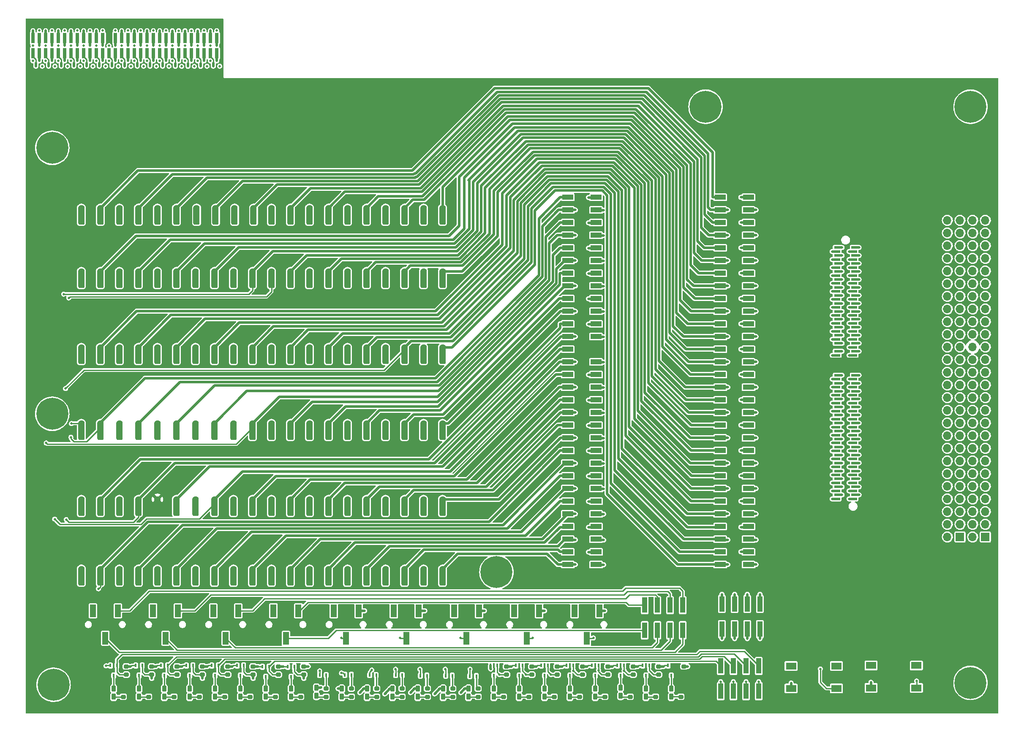
<source format=gtl>
G04 #@! TF.GenerationSoftware,KiCad,Pcbnew,(6.0.0)*
G04 #@! TF.CreationDate,2022-01-05T15:59:23-05:00*
G04 #@! TF.ProjectId,backplane-breaout-big,6261636b-706c-4616-9e65-2d627265616f,rev?*
G04 #@! TF.SameCoordinates,Original*
G04 #@! TF.FileFunction,Copper,L1,Top*
G04 #@! TF.FilePolarity,Positive*
%FSLAX46Y46*%
G04 Gerber Fmt 4.6, Leading zero omitted, Abs format (unit mm)*
G04 Created by KiCad (PCBNEW (6.0.0)) date 2022-01-05 15:59:23*
%MOMM*%
%LPD*%
G01*
G04 APERTURE LIST*
G04 Aperture macros list*
%AMRoundRect*
0 Rectangle with rounded corners*
0 $1 Rounding radius*
0 $2 $3 $4 $5 $6 $7 $8 $9 X,Y pos of 4 corners*
0 Add a 4 corners polygon primitive as box body*
4,1,4,$2,$3,$4,$5,$6,$7,$8,$9,$2,$3,0*
0 Add four circle primitives for the rounded corners*
1,1,$1+$1,$2,$3*
1,1,$1+$1,$4,$5*
1,1,$1+$1,$6,$7*
1,1,$1+$1,$8,$9*
0 Add four rect primitives between the rounded corners*
20,1,$1+$1,$2,$3,$4,$5,0*
20,1,$1+$1,$4,$5,$6,$7,0*
20,1,$1+$1,$6,$7,$8,$9,0*
20,1,$1+$1,$8,$9,$2,$3,0*%
G04 Aperture macros list end*
G04 #@! TA.AperFunction,ComponentPad*
%ADD10C,3.600000*%
G04 #@! TD*
G04 #@! TA.AperFunction,ConnectorPad*
%ADD11C,6.400000*%
G04 #@! TD*
G04 #@! TA.AperFunction,SMDPad,CuDef*
%ADD12R,0.760000X2.030000*%
G04 #@! TD*
G04 #@! TA.AperFunction,SMDPad,CuDef*
%ADD13RoundRect,0.212500X-0.212500X0.400000X-0.212500X-0.400000X0.212500X-0.400000X0.212500X0.400000X0*%
G04 #@! TD*
G04 #@! TA.AperFunction,SMDPad,CuDef*
%ADD14R,2.220000X1.020000*%
G04 #@! TD*
G04 #@! TA.AperFunction,SMDPad,CuDef*
%ADD15R,1.200000X0.500000*%
G04 #@! TD*
G04 #@! TA.AperFunction,SMDPad,CuDef*
%ADD16R,0.450000X0.700000*%
G04 #@! TD*
G04 #@! TA.AperFunction,SMDPad,CuDef*
%ADD17RoundRect,0.317500X0.317500X-1.587500X0.317500X1.587500X-0.317500X1.587500X-0.317500X-1.587500X0*%
G04 #@! TD*
G04 #@! TA.AperFunction,ComponentPad*
%ADD18C,1.270000*%
G04 #@! TD*
G04 #@! TA.AperFunction,SMDPad,CuDef*
%ADD19R,1.000000X3.150000*%
G04 #@! TD*
G04 #@! TA.AperFunction,SMDPad,CuDef*
%ADD20RoundRect,0.200000X-0.275000X0.200000X-0.275000X-0.200000X0.275000X-0.200000X0.275000X0.200000X0*%
G04 #@! TD*
G04 #@! TA.AperFunction,SMDPad,CuDef*
%ADD21RoundRect,0.200000X0.275000X-0.200000X0.275000X0.200000X-0.275000X0.200000X-0.275000X-0.200000X0*%
G04 #@! TD*
G04 #@! TA.AperFunction,SMDPad,CuDef*
%ADD22R,1.200000X2.500000*%
G04 #@! TD*
G04 #@! TA.AperFunction,SMDPad,CuDef*
%ADD23R,2.100000X1.400000*%
G04 #@! TD*
G04 #@! TA.AperFunction,ComponentPad*
%ADD24R,1.700000X1.700000*%
G04 #@! TD*
G04 #@! TA.AperFunction,ComponentPad*
%ADD25O,1.700000X1.700000*%
G04 #@! TD*
G04 #@! TA.AperFunction,ViaPad*
%ADD26C,0.500000*%
G04 #@! TD*
G04 #@! TA.AperFunction,Conductor*
%ADD27C,0.250000*%
G04 #@! TD*
G04 #@! TA.AperFunction,Conductor*
%ADD28C,0.500000*%
G04 #@! TD*
G04 APERTURE END LIST*
D10*
X107188000Y-125095000D03*
D11*
X107188000Y-125095000D03*
X107188000Y-71755000D03*
D10*
X107188000Y-71755000D03*
D11*
X238125000Y-63500000D03*
D10*
X238125000Y-63500000D03*
X196215000Y-156845000D03*
D11*
X196215000Y-156845000D03*
D12*
X140160000Y-52795000D03*
X140160000Y-49745000D03*
X138890000Y-52795000D03*
X138890000Y-49745000D03*
X137620000Y-52795000D03*
X137620000Y-49745000D03*
X136350000Y-52795000D03*
X136350000Y-49745000D03*
X135080000Y-52795000D03*
X135080000Y-49745000D03*
X133810000Y-52795000D03*
X133810000Y-49745000D03*
X132540000Y-52795000D03*
X132540000Y-49745000D03*
X131270000Y-52795000D03*
X131270000Y-49745000D03*
X130000000Y-52795000D03*
X130000000Y-49745000D03*
X128730000Y-52795000D03*
X128730000Y-49745000D03*
X127460000Y-52795000D03*
X127460000Y-49745000D03*
X126190000Y-52795000D03*
X126190000Y-49745000D03*
X124920000Y-52795000D03*
X124920000Y-49745000D03*
X123650000Y-52795000D03*
X123650000Y-49745000D03*
X122380000Y-52795000D03*
X122380000Y-49745000D03*
X121110000Y-52795000D03*
X121110000Y-49745000D03*
X119840000Y-52795000D03*
X119840000Y-49745000D03*
X118570000Y-52795000D03*
X118570000Y-49745000D03*
X117300000Y-52795000D03*
X117300000Y-49745000D03*
X116030000Y-52795000D03*
X116030000Y-49745000D03*
X114760000Y-52795000D03*
X114760000Y-49745000D03*
X113490000Y-52795000D03*
X113490000Y-49745000D03*
X112220000Y-52795000D03*
X112220000Y-49745000D03*
X110950000Y-52795000D03*
X110950000Y-49745000D03*
X109680000Y-52795000D03*
X109680000Y-49745000D03*
X108410000Y-52795000D03*
X108410000Y-49745000D03*
X107140000Y-52795000D03*
X107140000Y-49745000D03*
X105870000Y-52795000D03*
X105870000Y-49745000D03*
X104600000Y-52795000D03*
X104600000Y-49745000D03*
X103330000Y-52795000D03*
X103330000Y-49745000D03*
D13*
X231254000Y-180207500D03*
X231254000Y-181832500D03*
X226174000Y-180207500D03*
X226174000Y-181832500D03*
X221094000Y-180030000D03*
X221094000Y-181655000D03*
X155054000Y-180207500D03*
X155054000Y-181832500D03*
X216014000Y-180207500D03*
X216014000Y-181832500D03*
X149974000Y-180207500D03*
X149974000Y-181832500D03*
X210934000Y-180207500D03*
X210934000Y-181832500D03*
X205854000Y-180207500D03*
X205854000Y-181832500D03*
X200774000Y-180207500D03*
X200774000Y-181832500D03*
X195694000Y-180207500D03*
X195694000Y-181832500D03*
X144894000Y-180207500D03*
X144894000Y-181832500D03*
X139814000Y-180207500D03*
X139814000Y-181832500D03*
X134734000Y-180207500D03*
X134734000Y-181832500D03*
X129654000Y-180207500D03*
X129654000Y-181832500D03*
X190614000Y-180207500D03*
X190614000Y-181832500D03*
X185534000Y-180207500D03*
X185534000Y-181832500D03*
X180454000Y-180207500D03*
X180454000Y-181832500D03*
X175374000Y-180207500D03*
X175374000Y-181832500D03*
X170294000Y-180207500D03*
X170294000Y-181832500D03*
X124574000Y-180207500D03*
X124574000Y-181832500D03*
X165214000Y-180207500D03*
X165214000Y-181832500D03*
X119494000Y-180207500D03*
X119494000Y-181832500D03*
X160134000Y-180030000D03*
X160134000Y-181655000D03*
D14*
X210520000Y-155334000D03*
X216170000Y-155334000D03*
X210520000Y-152794000D03*
X216170000Y-152794000D03*
X210520000Y-150254000D03*
X216170000Y-150254000D03*
X210520000Y-147714000D03*
X216170000Y-147714000D03*
X210520000Y-145174000D03*
X216170000Y-145174000D03*
X210520000Y-142634000D03*
X216170000Y-142634000D03*
X210520000Y-140094000D03*
X216170000Y-140094000D03*
X210520000Y-137554000D03*
X216170000Y-137554000D03*
X210520000Y-135014000D03*
X216170000Y-135014000D03*
X210520000Y-132474000D03*
X216170000Y-132474000D03*
X210520000Y-129934000D03*
X216170000Y-129934000D03*
X210520000Y-127394000D03*
X216170000Y-127394000D03*
X210520000Y-124854000D03*
X216170000Y-124854000D03*
X210520000Y-122314000D03*
X216170000Y-122314000D03*
X210520000Y-119774000D03*
X216170000Y-119774000D03*
X210520000Y-117234000D03*
X216170000Y-117234000D03*
X210520000Y-114694000D03*
X216170000Y-114694000D03*
X210520000Y-112154000D03*
X216170000Y-112154000D03*
X210520000Y-109614000D03*
X216170000Y-109614000D03*
X210520000Y-107074000D03*
X216170000Y-107074000D03*
X210520000Y-104534000D03*
X216170000Y-104534000D03*
X210520000Y-101994000D03*
X216170000Y-101994000D03*
X210520000Y-99454000D03*
X216170000Y-99454000D03*
X210520000Y-96914000D03*
X216170000Y-96914000D03*
X210520000Y-94374000D03*
X216170000Y-94374000D03*
X210520000Y-91834000D03*
X216170000Y-91834000D03*
X210520000Y-89294000D03*
X216170000Y-89294000D03*
X210520000Y-86754000D03*
X216170000Y-86754000D03*
X210520000Y-84214000D03*
X216170000Y-84214000D03*
X210520000Y-81674000D03*
X216170000Y-81674000D03*
X241066000Y-155334000D03*
X246716000Y-155334000D03*
X241066000Y-152794000D03*
X246716000Y-152794000D03*
X241066000Y-150254000D03*
X246716000Y-150254000D03*
X241066000Y-147714000D03*
X246716000Y-147714000D03*
X241066000Y-145174000D03*
X246716000Y-145174000D03*
X241066000Y-142634000D03*
X246716000Y-142634000D03*
X241066000Y-140094000D03*
X246716000Y-140094000D03*
X241066000Y-137554000D03*
X246716000Y-137554000D03*
X241066000Y-135014000D03*
X246716000Y-135014000D03*
X241066000Y-132474000D03*
X246716000Y-132474000D03*
X241066000Y-129934000D03*
X246716000Y-129934000D03*
X241066000Y-127394000D03*
X246716000Y-127394000D03*
X241066000Y-124854000D03*
X246716000Y-124854000D03*
X241066000Y-122314000D03*
X246716000Y-122314000D03*
X241066000Y-119774000D03*
X246716000Y-119774000D03*
X241066000Y-117234000D03*
X246716000Y-117234000D03*
X241066000Y-114694000D03*
X246716000Y-114694000D03*
X241066000Y-112154000D03*
X246716000Y-112154000D03*
X241066000Y-109614000D03*
X246716000Y-109614000D03*
X241066000Y-107074000D03*
X246716000Y-107074000D03*
X241066000Y-104534000D03*
X246716000Y-104534000D03*
X241066000Y-101994000D03*
X246716000Y-101994000D03*
X241066000Y-99454000D03*
X246716000Y-99454000D03*
X241066000Y-96914000D03*
X246716000Y-96914000D03*
X241066000Y-94374000D03*
X246716000Y-94374000D03*
X241066000Y-91834000D03*
X246716000Y-91834000D03*
X241066000Y-89294000D03*
X246716000Y-89294000D03*
X241066000Y-86754000D03*
X246716000Y-86754000D03*
X241066000Y-84214000D03*
X246716000Y-84214000D03*
X241066000Y-81674000D03*
X246716000Y-81674000D03*
D15*
X267892000Y-142150000D03*
X264492000Y-142150000D03*
X267892000Y-141350000D03*
X264492000Y-141350000D03*
X267892000Y-140550000D03*
X264492000Y-140550000D03*
X267892000Y-139750000D03*
X264492000Y-139750000D03*
X267892000Y-138950000D03*
X264492000Y-138950000D03*
X267892000Y-138150000D03*
X264492000Y-138150000D03*
X267892000Y-137350000D03*
X264492000Y-137350000D03*
X267892000Y-136550000D03*
X264492000Y-136550000D03*
X267892000Y-135750000D03*
X264492000Y-135750000D03*
X267892000Y-134950000D03*
X264492000Y-134950000D03*
X267892000Y-134150000D03*
X264492000Y-134150000D03*
X267892000Y-133350000D03*
X264492000Y-133350000D03*
X267892000Y-132550000D03*
X264492000Y-132550000D03*
X267892000Y-131750000D03*
X264492000Y-131750000D03*
X267892000Y-130950000D03*
X264492000Y-130950000D03*
X267892000Y-130150000D03*
X264492000Y-130150000D03*
X267892000Y-129350000D03*
X264492000Y-129350000D03*
X267892000Y-128550000D03*
X264492000Y-128550000D03*
X267892000Y-127750000D03*
X264492000Y-127750000D03*
X267892000Y-126950000D03*
X264492000Y-126950000D03*
X267892000Y-126150000D03*
X264492000Y-126150000D03*
X267892000Y-125350000D03*
X264492000Y-125350000D03*
X267892000Y-124550000D03*
X264492000Y-124550000D03*
X267892000Y-123750000D03*
X264492000Y-123750000D03*
X267892000Y-122950000D03*
X264492000Y-122950000D03*
X267892000Y-122150000D03*
X264492000Y-122150000D03*
X267892000Y-121350000D03*
X264492000Y-121350000D03*
X267892000Y-120550000D03*
X264492000Y-120550000D03*
X267892000Y-119750000D03*
X264492000Y-119750000D03*
X267892000Y-118950000D03*
X264492000Y-118950000D03*
X267892000Y-118150000D03*
X264492000Y-118150000D03*
X267892000Y-117350000D03*
X264492000Y-117350000D03*
X267892000Y-113350000D03*
X264492000Y-113350000D03*
X267892000Y-112550000D03*
X264492000Y-112550000D03*
X267892000Y-111750000D03*
X264492000Y-111750000D03*
X267892000Y-110950000D03*
X264492000Y-110950000D03*
X267892000Y-110150000D03*
X264492000Y-110150000D03*
X267892000Y-109350000D03*
X264492000Y-109350000D03*
X267892000Y-108550000D03*
X264492000Y-108550000D03*
X267892000Y-107750000D03*
X264492000Y-107750000D03*
X267892000Y-106950000D03*
X264492000Y-106950000D03*
X267892000Y-106150000D03*
X264492000Y-106150000D03*
X267892000Y-105350000D03*
X264492000Y-105350000D03*
X267892000Y-104550000D03*
X264492000Y-104550000D03*
X267892000Y-103750000D03*
X264492000Y-103750000D03*
X267892000Y-102950000D03*
X264492000Y-102950000D03*
X267892000Y-102150000D03*
X264492000Y-102150000D03*
X267892000Y-101350000D03*
X264492000Y-101350000D03*
X267892000Y-100550000D03*
X264492000Y-100550000D03*
X267892000Y-99750000D03*
X264492000Y-99750000D03*
X267892000Y-98950000D03*
X264492000Y-98950000D03*
X267892000Y-98150000D03*
X264492000Y-98150000D03*
X267892000Y-97350000D03*
X264492000Y-97350000D03*
X267892000Y-96550000D03*
X264492000Y-96550000D03*
X267892000Y-95750000D03*
X264492000Y-95750000D03*
X267892000Y-94950000D03*
X264492000Y-94950000D03*
X267892000Y-94150000D03*
X264492000Y-94150000D03*
X267892000Y-93350000D03*
X264492000Y-93350000D03*
X267892000Y-92550000D03*
X264492000Y-92550000D03*
X267892000Y-91750000D03*
X264492000Y-91750000D03*
D16*
X231904000Y-175575000D03*
X230604000Y-175575000D03*
X231254000Y-177575000D03*
X226824000Y-175575000D03*
X225524000Y-175575000D03*
X226174000Y-177575000D03*
X221744000Y-175575000D03*
X220444000Y-175575000D03*
X221094000Y-177575000D03*
X155704000Y-175829000D03*
X154404000Y-175829000D03*
X155054000Y-177829000D03*
X216664000Y-175575000D03*
X215364000Y-175575000D03*
X216014000Y-177575000D03*
X150624000Y-175829000D03*
X149324000Y-175829000D03*
X149974000Y-177829000D03*
X211584000Y-175575000D03*
X210284000Y-175575000D03*
X210934000Y-177575000D03*
X206504000Y-175575000D03*
X205204000Y-175575000D03*
X205854000Y-177575000D03*
X201424000Y-175575000D03*
X200124000Y-175575000D03*
X200774000Y-177575000D03*
X196344000Y-175575000D03*
X195044000Y-175575000D03*
X195694000Y-177575000D03*
X145544000Y-175575000D03*
X144244000Y-175575000D03*
X144894000Y-177575000D03*
X140464000Y-175575000D03*
X139164000Y-175575000D03*
X139814000Y-177575000D03*
X190879000Y-177694000D03*
X192179000Y-177694000D03*
X191529000Y-175694000D03*
X186053000Y-177612000D03*
X187353000Y-177612000D03*
X186703000Y-175612000D03*
X180973000Y-177612000D03*
X182273000Y-177612000D03*
X181623000Y-175612000D03*
X176021000Y-177485000D03*
X177321000Y-177485000D03*
X176671000Y-175485000D03*
X170813000Y-177485000D03*
X172113000Y-177485000D03*
X171463000Y-175485000D03*
X135384000Y-175575000D03*
X134084000Y-175575000D03*
X134734000Y-177575000D03*
X130304000Y-175575000D03*
X129004000Y-175575000D03*
X129654000Y-177575000D03*
X165834000Y-177448000D03*
X167134000Y-177448000D03*
X166484000Y-175448000D03*
X160780000Y-177485000D03*
X162080000Y-177485000D03*
X161430000Y-175485000D03*
X125224000Y-175575000D03*
X123924000Y-175575000D03*
X124574000Y-177575000D03*
X120144000Y-175575000D03*
X118844000Y-175575000D03*
X119494000Y-177575000D03*
D17*
X185420000Y-157657800D03*
D18*
X185420000Y-156210000D03*
X181610000Y-156210000D03*
D17*
X181610000Y-157657800D03*
X185420000Y-113202324D03*
D18*
X185420000Y-111754524D03*
D17*
X181610000Y-113202324D03*
D18*
X181610000Y-111754524D03*
X177800000Y-156210000D03*
D17*
X177800000Y-157657800D03*
D18*
X173990000Y-156210000D03*
D17*
X173990000Y-157657800D03*
X177800000Y-113202324D03*
D18*
X177800000Y-111754524D03*
D17*
X173990000Y-113202324D03*
D18*
X173990000Y-111754524D03*
X170180000Y-156210000D03*
D17*
X170180000Y-157657800D03*
D18*
X166370000Y-156210000D03*
D17*
X166370000Y-157657800D03*
X170180000Y-113202324D03*
D18*
X170180000Y-111754524D03*
D17*
X166370000Y-113202324D03*
D18*
X166370000Y-111754524D03*
X162560000Y-156210000D03*
D17*
X162560000Y-157657800D03*
X158750000Y-157657800D03*
D18*
X158750000Y-156210000D03*
D17*
X162560000Y-113202324D03*
D18*
X162560000Y-111754524D03*
D17*
X158750000Y-113202324D03*
D18*
X158750000Y-111754524D03*
D17*
X154940000Y-157657800D03*
D18*
X154940000Y-156210000D03*
D17*
X151130000Y-157657800D03*
D18*
X151130000Y-156210000D03*
X154940000Y-111754524D03*
D17*
X154940000Y-113202324D03*
D18*
X151130000Y-111754524D03*
D17*
X151130000Y-113202324D03*
X147320000Y-157657800D03*
D18*
X147320000Y-156210000D03*
D17*
X143510000Y-157657800D03*
D18*
X143510000Y-156210000D03*
D17*
X147320000Y-113202324D03*
D18*
X147320000Y-111754524D03*
D17*
X143510000Y-113202324D03*
D18*
X143510000Y-111754524D03*
D17*
X139700000Y-157657800D03*
D18*
X139700000Y-156210000D03*
D17*
X135890000Y-157657800D03*
D18*
X135890000Y-156210000D03*
X139700000Y-111754524D03*
D17*
X139700000Y-113202324D03*
D18*
X135890000Y-111754524D03*
D17*
X135890000Y-113202324D03*
D18*
X132080000Y-156210000D03*
D17*
X132080000Y-157657800D03*
D18*
X128270000Y-156210000D03*
D17*
X128270000Y-157657800D03*
X132080000Y-113202324D03*
D18*
X132080000Y-111754524D03*
X128270000Y-111754524D03*
D17*
X128270000Y-113202324D03*
D18*
X124460000Y-156210000D03*
D17*
X124460000Y-157657800D03*
D18*
X120650000Y-156210000D03*
D17*
X120650000Y-157657800D03*
X124460000Y-113202324D03*
D18*
X124460000Y-111754524D03*
D17*
X120650000Y-113202324D03*
D18*
X120650000Y-111754524D03*
D17*
X116840000Y-157657800D03*
D18*
X116840000Y-156210000D03*
X113030000Y-156204524D03*
D17*
X113030000Y-157652324D03*
X116840000Y-113202324D03*
D18*
X116840000Y-111754524D03*
X113030000Y-111754524D03*
D17*
X113030000Y-113202324D03*
X185420000Y-143682324D03*
D18*
X185420000Y-142234524D03*
D17*
X181610000Y-143682324D03*
D18*
X181610000Y-142234524D03*
X185420000Y-96514524D03*
D17*
X185420000Y-97962324D03*
X181610000Y-97962324D03*
D18*
X181610000Y-96514524D03*
D17*
X177800000Y-143682324D03*
D18*
X177800000Y-142234524D03*
X173990000Y-142234524D03*
D17*
X173990000Y-143682324D03*
X177800000Y-97962324D03*
D18*
X177800000Y-96514524D03*
D17*
X173990000Y-97962324D03*
D18*
X173990000Y-96514524D03*
D17*
X170180000Y-143682324D03*
D18*
X170180000Y-142234524D03*
X166370000Y-142234524D03*
D17*
X166370000Y-143682324D03*
X170180000Y-97962324D03*
D18*
X170180000Y-96514524D03*
D17*
X166370000Y-97962324D03*
D18*
X166370000Y-96514524D03*
D17*
X162560000Y-143682324D03*
D18*
X162560000Y-142234524D03*
D17*
X158750000Y-143682324D03*
D18*
X158750000Y-142234524D03*
D17*
X162560000Y-97962324D03*
D18*
X162560000Y-96514524D03*
D17*
X158750000Y-97962324D03*
D18*
X158750000Y-96514524D03*
X154940000Y-142234524D03*
D17*
X154940000Y-143682324D03*
D18*
X151130000Y-142234524D03*
D17*
X151130000Y-143682324D03*
D18*
X154940000Y-96514524D03*
D17*
X154940000Y-97962324D03*
D18*
X151130000Y-96514524D03*
D17*
X151130000Y-97962324D03*
D18*
X147320000Y-142234524D03*
D17*
X147320000Y-143682324D03*
D18*
X143510000Y-142234524D03*
D17*
X143510000Y-143682324D03*
D18*
X147320000Y-96514524D03*
D17*
X147320000Y-97962324D03*
D18*
X143510000Y-96514524D03*
D17*
X143510000Y-97962324D03*
D18*
X139700000Y-142234524D03*
D17*
X139700000Y-143682324D03*
X135890000Y-143682324D03*
D18*
X135890000Y-142234524D03*
D17*
X139700000Y-97962324D03*
D18*
X139700000Y-96514524D03*
D17*
X135890000Y-97962324D03*
D18*
X135890000Y-96514524D03*
D17*
X132080000Y-143682324D03*
D18*
X132080000Y-142234524D03*
D17*
X128270000Y-143682324D03*
D18*
X128270000Y-142234524D03*
X132080000Y-96514524D03*
D17*
X132080000Y-97962324D03*
X128270000Y-97962324D03*
D18*
X128270000Y-96514524D03*
D17*
X124460000Y-143682324D03*
D18*
X124460000Y-142234524D03*
D17*
X120650000Y-143682324D03*
D18*
X120650000Y-142234524D03*
X124460000Y-96514524D03*
D17*
X124460000Y-97962324D03*
D18*
X120650000Y-96514524D03*
D17*
X120650000Y-97962324D03*
D18*
X116840000Y-142234524D03*
D17*
X116840000Y-143682324D03*
D18*
X113030000Y-142234524D03*
D17*
X113030000Y-143682324D03*
D18*
X116840000Y-96514524D03*
D17*
X116840000Y-97962324D03*
D18*
X113030000Y-96514524D03*
D17*
X113030000Y-97962324D03*
X185420000Y-128442324D03*
D18*
X185420000Y-126994524D03*
X181610000Y-126994524D03*
D17*
X181610000Y-128442324D03*
X185420000Y-85262324D03*
D18*
X185420000Y-83814524D03*
D17*
X181610000Y-85262324D03*
D18*
X181610000Y-83814524D03*
D17*
X177800000Y-128442324D03*
D18*
X177800000Y-126994524D03*
D17*
X173990000Y-128442324D03*
D18*
X173990000Y-126994524D03*
X177800000Y-83814524D03*
D17*
X177800000Y-85262324D03*
X173990000Y-85262324D03*
D18*
X173990000Y-83814524D03*
X170180000Y-126994524D03*
D17*
X170180000Y-128442324D03*
D18*
X166370000Y-126994524D03*
D17*
X166370000Y-128442324D03*
D18*
X170180000Y-83814524D03*
D17*
X170180000Y-85262324D03*
X166370000Y-85262324D03*
D18*
X166370000Y-83814524D03*
D17*
X162560000Y-128442324D03*
D18*
X162560000Y-126994524D03*
D17*
X158750000Y-128442324D03*
D18*
X158750000Y-126994524D03*
X162560000Y-83814524D03*
D17*
X162560000Y-85262324D03*
D18*
X158750000Y-83814524D03*
D17*
X158750000Y-85262324D03*
X154940000Y-128442324D03*
D18*
X154940000Y-126994524D03*
D17*
X151130000Y-128442324D03*
D18*
X151130000Y-126994524D03*
D17*
X154940000Y-85262324D03*
D18*
X154940000Y-83814524D03*
X151130000Y-83814524D03*
D17*
X151130000Y-85262324D03*
X147320000Y-128442324D03*
D18*
X147320000Y-126994524D03*
D17*
X143510000Y-128442324D03*
D18*
X143510000Y-126994524D03*
X147555000Y-83814524D03*
D17*
X147555000Y-85262324D03*
D18*
X143745000Y-83814524D03*
D17*
X143745000Y-85262324D03*
X139700000Y-128442324D03*
D18*
X139700000Y-126994524D03*
D17*
X135890000Y-128442324D03*
D18*
X135890000Y-126994524D03*
D17*
X139935000Y-85262324D03*
D18*
X139935000Y-83814524D03*
X136125000Y-83814524D03*
D17*
X136125000Y-85262324D03*
X132080000Y-128442324D03*
D18*
X132080000Y-126994524D03*
D17*
X128270000Y-128442324D03*
D18*
X128270000Y-126994524D03*
D17*
X132080000Y-85262324D03*
D18*
X132080000Y-83814524D03*
D17*
X128270000Y-85262324D03*
D18*
X128270000Y-83814524D03*
X124460000Y-126994524D03*
D17*
X124460000Y-128442324D03*
D18*
X120650000Y-126994524D03*
D17*
X120650000Y-128442324D03*
X124460000Y-85262324D03*
D18*
X124460000Y-83814524D03*
D17*
X120650000Y-85262324D03*
D18*
X120650000Y-83814524D03*
X116840000Y-126994524D03*
D17*
X116840000Y-128442324D03*
X113030000Y-128442324D03*
D18*
X113030000Y-126994524D03*
D17*
X116840000Y-85262324D03*
D18*
X116840000Y-83814524D03*
X113030000Y-83814524D03*
D17*
X113030000Y-85262324D03*
D19*
X241179000Y-180707000D03*
X241179000Y-175657000D03*
X243719000Y-180707000D03*
X243719000Y-175657000D03*
X246259000Y-180707000D03*
X246259000Y-175657000D03*
X248799000Y-180707000D03*
X248799000Y-175657000D03*
X225939000Y-168515000D03*
X225939000Y-163465000D03*
X228479000Y-168515000D03*
X228479000Y-163465000D03*
X231019000Y-168515000D03*
X231019000Y-163465000D03*
X233559000Y-168515000D03*
X233559000Y-163465000D03*
X241379000Y-168266000D03*
X241379000Y-163216000D03*
X243919000Y-168266000D03*
X243919000Y-163216000D03*
X246459000Y-168266000D03*
X246459000Y-163216000D03*
X248999000Y-168266000D03*
X248999000Y-163216000D03*
D20*
X233159000Y-180195000D03*
X233159000Y-181845000D03*
X228079000Y-180195000D03*
X228079000Y-181845000D03*
X222999000Y-180195000D03*
X222999000Y-181845000D03*
X156959000Y-180195000D03*
X156959000Y-181845000D03*
X217919000Y-180195000D03*
X217919000Y-181845000D03*
X151879000Y-180195000D03*
X151879000Y-181845000D03*
D21*
X233794000Y-177400000D03*
X233794000Y-175750000D03*
X228714000Y-177400000D03*
X228714000Y-175750000D03*
X223634000Y-177400000D03*
X223634000Y-175750000D03*
X157594000Y-177400000D03*
X157594000Y-175750000D03*
X218554000Y-177400000D03*
X218554000Y-175750000D03*
X152514000Y-177400000D03*
X152514000Y-175750000D03*
D20*
X212839000Y-180195000D03*
X212839000Y-181845000D03*
X207759000Y-180195000D03*
X207759000Y-181845000D03*
X202679000Y-180195000D03*
X202679000Y-181845000D03*
X197599000Y-180195000D03*
X197599000Y-181845000D03*
X146799000Y-180195000D03*
X146799000Y-181845000D03*
X141719000Y-180195000D03*
X141719000Y-181845000D03*
D21*
X213474000Y-177400000D03*
X213474000Y-175750000D03*
X208394000Y-177400000D03*
X208394000Y-175750000D03*
X203314000Y-177400000D03*
X203314000Y-175750000D03*
X198234000Y-177400000D03*
X198234000Y-175750000D03*
X147434000Y-177400000D03*
X147434000Y-175750000D03*
X142354000Y-177400000D03*
X142354000Y-175750000D03*
D20*
X136639000Y-180195000D03*
X136639000Y-181845000D03*
X131559000Y-180195000D03*
X131559000Y-181845000D03*
X192519000Y-180195000D03*
X192519000Y-181845000D03*
X187439000Y-180195000D03*
X187439000Y-181845000D03*
X182359000Y-180195000D03*
X182359000Y-181845000D03*
X177279000Y-180195000D03*
X177279000Y-181845000D03*
X172199000Y-180195000D03*
X172199000Y-181845000D03*
D21*
X137274000Y-177400000D03*
X137274000Y-175750000D03*
X132194000Y-177400000D03*
X132194000Y-175750000D03*
D20*
X126479000Y-180195000D03*
X126479000Y-181845000D03*
X167119000Y-180195000D03*
X167119000Y-181845000D03*
X121399000Y-180195000D03*
X121399000Y-181845000D03*
X162039000Y-180195000D03*
X162039000Y-181845000D03*
D21*
X127114000Y-177400000D03*
X127114000Y-175750000D03*
X122034000Y-177400000D03*
X122034000Y-175750000D03*
D22*
X211843996Y-164604504D03*
X214343996Y-170104504D03*
X216843996Y-164604504D03*
X199778996Y-164604504D03*
X202278996Y-170104504D03*
X204778996Y-164604504D03*
X187713996Y-164604504D03*
X190213996Y-170104504D03*
X192713996Y-164604504D03*
X175648996Y-164604504D03*
X178148996Y-170104504D03*
X180648996Y-164604504D03*
X163583996Y-164604504D03*
X166083996Y-170104504D03*
X168583996Y-164604504D03*
X151518996Y-164604504D03*
X154018996Y-170104504D03*
X156518996Y-164604504D03*
X139453996Y-164604504D03*
X141953996Y-170104504D03*
X144453996Y-164604504D03*
X127388996Y-164604504D03*
X129888996Y-170104504D03*
X132388996Y-164604504D03*
X115323996Y-164604504D03*
X117823996Y-170104504D03*
X120323996Y-164604504D03*
D23*
X280399000Y-180072000D03*
X271299000Y-180072000D03*
X280399000Y-175572000D03*
X271299000Y-175572000D03*
D10*
X291231066Y-179059992D03*
D11*
X291231066Y-179059992D03*
D23*
X264359000Y-180172000D03*
X255259000Y-180172000D03*
X264359000Y-175672000D03*
X255259000Y-175672000D03*
D11*
X291231066Y-63500000D03*
D10*
X291231066Y-63500000D03*
D24*
X294199020Y-149790000D03*
D25*
X291659020Y-149790000D03*
X294199020Y-147250000D03*
X291659020Y-147250000D03*
X294199020Y-144710000D03*
X291659020Y-144710000D03*
X294199020Y-142170000D03*
X291659020Y-142170000D03*
X294199020Y-139630000D03*
X291659020Y-139630000D03*
X294199020Y-137090000D03*
X291659020Y-137090000D03*
X294199020Y-134550000D03*
X291659020Y-134550000D03*
X294199020Y-132010000D03*
X291659020Y-132010000D03*
X294199020Y-129470000D03*
X291659020Y-129470000D03*
X294199020Y-126930000D03*
X291659020Y-126930000D03*
X294199020Y-124390000D03*
X291659020Y-124390000D03*
X294199020Y-121850000D03*
X291659020Y-121850000D03*
X294199020Y-119310000D03*
X291659020Y-119310000D03*
X294199020Y-116770000D03*
X291659020Y-116770000D03*
X294199020Y-114230000D03*
X291659020Y-114230000D03*
X294199020Y-111690000D03*
X291659020Y-111690000D03*
X294199020Y-109150000D03*
X291659020Y-109150000D03*
X294199020Y-106610000D03*
X291659020Y-106610000D03*
X294199020Y-104070000D03*
X291659020Y-104070000D03*
X294199020Y-101530000D03*
X291659020Y-101530000D03*
X294199020Y-98990000D03*
X291659020Y-98990000D03*
X294199020Y-96450000D03*
X291659020Y-96450000D03*
X294199020Y-93910000D03*
X291659020Y-93910000D03*
X294199020Y-91370000D03*
X291659020Y-91370000D03*
X294199020Y-88830000D03*
X291659020Y-88830000D03*
X294199020Y-86290000D03*
X291659020Y-86290000D03*
D10*
X107442000Y-179440992D03*
D11*
X107442000Y-179440992D03*
D24*
X289120000Y-149790000D03*
D25*
X286580000Y-149790000D03*
X289120000Y-147250000D03*
X286580000Y-147250000D03*
X289120000Y-144710000D03*
X286580000Y-144710000D03*
X289120000Y-142170000D03*
X286580000Y-142170000D03*
X289120000Y-139630000D03*
X286580000Y-139630000D03*
X289120000Y-137090000D03*
X286580000Y-137090000D03*
X289120000Y-134550000D03*
X286580000Y-134550000D03*
X289120000Y-132010000D03*
X286580000Y-132010000D03*
X289120000Y-129470000D03*
X286580000Y-129470000D03*
X289120000Y-126930000D03*
X286580000Y-126930000D03*
X289120000Y-124390000D03*
X286580000Y-124390000D03*
X289120000Y-121850000D03*
X286580000Y-121850000D03*
X289120000Y-119310000D03*
X286580000Y-119310000D03*
X289120000Y-116770000D03*
X286580000Y-116770000D03*
X289120000Y-114230000D03*
X286580000Y-114230000D03*
X289120000Y-111690000D03*
X286580000Y-111690000D03*
X289120000Y-109150000D03*
X286580000Y-109150000D03*
X289120000Y-106610000D03*
X286580000Y-106610000D03*
X289120000Y-104070000D03*
X286580000Y-104070000D03*
X289120000Y-101530000D03*
X286580000Y-101530000D03*
X289120000Y-98990000D03*
X286580000Y-98990000D03*
X289120000Y-96450000D03*
X286580000Y-96450000D03*
X289120000Y-93910000D03*
X286580000Y-93910000D03*
X289120000Y-91370000D03*
X286580000Y-91370000D03*
X289120000Y-88830000D03*
X286580000Y-88830000D03*
X289120000Y-86290000D03*
X286580000Y-86290000D03*
D26*
X109855000Y-120015000D03*
X111032583Y-127056348D03*
X217690000Y-119786400D03*
X122380000Y-51257000D03*
X263492000Y-119750000D03*
X212025800Y-119761000D03*
X266892000Y-119750000D03*
X122380000Y-54305000D03*
X245190800Y-122301000D03*
X265492000Y-120550000D03*
X123650000Y-54305000D03*
X239550800Y-122301000D03*
X268892000Y-120550000D03*
X123650000Y-51257000D03*
X214649000Y-122326400D03*
X263492000Y-121350000D03*
X123649600Y-48234800D03*
X124234000Y-55372000D03*
X208984800Y-122301000D03*
X266892000Y-121350000D03*
X125504000Y-55372000D03*
X265492000Y-122150000D03*
X248250800Y-124841000D03*
X242591800Y-124841000D03*
X268892000Y-122150000D03*
X124919600Y-48234800D03*
X217690000Y-124866400D03*
X124920000Y-51257000D03*
X263492000Y-122950000D03*
X124920000Y-54305000D03*
X212025800Y-124841000D03*
X266892000Y-122950000D03*
X126190000Y-54305000D03*
X245190800Y-127381000D03*
X265492000Y-123750000D03*
X239550800Y-127381000D03*
X268892000Y-123750000D03*
X126190000Y-51257000D03*
X126189600Y-48234800D03*
X214649000Y-127406400D03*
X263492000Y-124550000D03*
X126774000Y-55372000D03*
X208984800Y-127381000D03*
X266892000Y-124550000D03*
X265492000Y-125350000D03*
X248250800Y-129921000D03*
X128044000Y-55372000D03*
X127459600Y-48234800D03*
X268892000Y-125350000D03*
X242591800Y-129921000D03*
X217690000Y-129946400D03*
X127460000Y-51257000D03*
X263492000Y-126150000D03*
X212025800Y-129921000D03*
X266892000Y-126150000D03*
X127460000Y-54305000D03*
X128730000Y-54305000D03*
X245190800Y-132461000D03*
X265492000Y-126950000D03*
X268892000Y-126950000D03*
X128730000Y-51257000D03*
X239550800Y-132461000D03*
X263492000Y-127750000D03*
X128729600Y-48234800D03*
X214649000Y-132486400D03*
X248250800Y-135001000D03*
X265492000Y-128550000D03*
X130584000Y-55372000D03*
X268892000Y-128550000D03*
X129999600Y-48234800D03*
X242591800Y-135001000D03*
X217690000Y-135026400D03*
X263492000Y-129350000D03*
X130000000Y-51257000D03*
X212025800Y-135001000D03*
X266892000Y-129350000D03*
X130000000Y-54305000D03*
X265492000Y-130150000D03*
X131270000Y-54330400D03*
X245190800Y-137541000D03*
X239550800Y-137541000D03*
X268892000Y-130150000D03*
X131270000Y-51282400D03*
X131269600Y-48260200D03*
X263492000Y-130950000D03*
X214649000Y-137566400D03*
X266892000Y-130950000D03*
X208984800Y-137541000D03*
X131854000Y-55397400D03*
X133124000Y-55397400D03*
X265492000Y-131750000D03*
X248250800Y-140081000D03*
X132539600Y-48260200D03*
X242591800Y-140081000D03*
X268892000Y-131750000D03*
X263492000Y-132550000D03*
X217690000Y-140106400D03*
X132540000Y-51282400D03*
X266892000Y-132550000D03*
X212025800Y-140081000D03*
X132540000Y-54330400D03*
X133810000Y-54330400D03*
X245190800Y-142621000D03*
X265492000Y-133350000D03*
X133810000Y-51282400D03*
X268892000Y-133350000D03*
X239550800Y-142621000D03*
X263492000Y-134150000D03*
X214649000Y-142646400D03*
X133809600Y-48260200D03*
X266892000Y-134150000D03*
X134394000Y-55397400D03*
X208984800Y-142621000D03*
X248250800Y-145161000D03*
X135664000Y-55397400D03*
X265492000Y-134950000D03*
X268892000Y-134950000D03*
X135079600Y-48260200D03*
X242591800Y-145161000D03*
X217690000Y-145186400D03*
X135080000Y-51282400D03*
X263492000Y-135750000D03*
X135080000Y-54330400D03*
X212025800Y-145161000D03*
X266892000Y-135750000D03*
X265492000Y-136550000D03*
X245190800Y-147828000D03*
X136350000Y-54330400D03*
X239550800Y-147828000D03*
X268892000Y-136550000D03*
X136350000Y-51282400D03*
X214649000Y-147853400D03*
X136349600Y-48260200D03*
X263492000Y-137350000D03*
X266892000Y-137350000D03*
X136934000Y-55397400D03*
X208984800Y-147828000D03*
X265492000Y-138150000D03*
X248250800Y-150368000D03*
X138204000Y-55372000D03*
X268892000Y-138150000D03*
X242591800Y-150368000D03*
X137619600Y-48234800D03*
X137620000Y-51257000D03*
X263492000Y-138950000D03*
X217690000Y-150393400D03*
X137620000Y-54305000D03*
X212025800Y-150368000D03*
X266892000Y-138950000D03*
X138890000Y-54305000D03*
X265492000Y-139750000D03*
X245190800Y-152781000D03*
X138890000Y-51257000D03*
X268892000Y-139750000D03*
X221805500Y-176593500D03*
X239550800Y-152781000D03*
X138889600Y-48234800D03*
X214649000Y-152806400D03*
X263492000Y-140550000D03*
X139474000Y-55372000D03*
X208984800Y-152781000D03*
X266892000Y-140550000D03*
X140744000Y-55372000D03*
X248250800Y-155321000D03*
X265492000Y-141350000D03*
X268892000Y-141350000D03*
X140159600Y-48234800D03*
X242591800Y-155321000D03*
X203454000Y-170053000D03*
X217690000Y-155346400D03*
X263492000Y-142150000D03*
X185962457Y-176316878D03*
X140160000Y-51257000D03*
X266892000Y-142150000D03*
X215646000Y-170053000D03*
X140160000Y-54305000D03*
X212025800Y-155321000D03*
X190925622Y-176316878D03*
X103330000Y-54305000D03*
X176911000Y-170053000D03*
X265492000Y-91750000D03*
X245190800Y-81674000D03*
X176006050Y-176316878D03*
X188976000Y-170053000D03*
X239550800Y-81674000D03*
X180882457Y-176316878D03*
X103330000Y-51257000D03*
X268892000Y-91750000D03*
X103329600Y-48234800D03*
X211645500Y-176593500D03*
X214649000Y-81699400D03*
X263492000Y-92550000D03*
X216664000Y-176528000D03*
X208984800Y-81674000D03*
X110913551Y-129791292D03*
X103914000Y-55372000D03*
X266892000Y-92550000D03*
X105177700Y-55375019D03*
X265492000Y-93350000D03*
X248250800Y-84214000D03*
X104599600Y-48234800D03*
X268892000Y-93350000D03*
X242591800Y-84214000D03*
X104600000Y-51257000D03*
X263492000Y-94150000D03*
X217672825Y-84256035D03*
X266892000Y-94150000D03*
X212025800Y-84214000D03*
X104600000Y-54305000D03*
X245190800Y-86741000D03*
X265492000Y-94950000D03*
X105870000Y-54305000D03*
X239550800Y-86741000D03*
X268892000Y-94950000D03*
X105870000Y-51257000D03*
X105869600Y-48234800D03*
X263492000Y-95750000D03*
X214649000Y-86766400D03*
X266892000Y-95750000D03*
X106454000Y-55372000D03*
X208984800Y-86741000D03*
X212025800Y-109601000D03*
X266892000Y-110150000D03*
X109982000Y-146304000D03*
X117300000Y-54305000D03*
X196831000Y-177400000D03*
X263492000Y-98950000D03*
X108409600Y-48234800D03*
X214649000Y-91846400D03*
X212025800Y-89281000D03*
X266892000Y-97350000D03*
X107140000Y-54305000D03*
X208984800Y-91821000D03*
X160782000Y-176657000D03*
X266892000Y-98950000D03*
X108994000Y-55372000D03*
X280416000Y-178689000D03*
X105983750Y-130941202D03*
X109680000Y-51257000D03*
X217690000Y-94386400D03*
X263492000Y-100550000D03*
X212025800Y-94361000D03*
X266892000Y-100550000D03*
X109680000Y-54305000D03*
X265492000Y-101350000D03*
X245190800Y-96901000D03*
X110950000Y-54305000D03*
X110950000Y-51257000D03*
X268892000Y-101350000D03*
X239550800Y-96901000D03*
X263492000Y-102150000D03*
X214649000Y-96926400D03*
X110949600Y-48234800D03*
X208984800Y-96901000D03*
X111534000Y-55372000D03*
X266892000Y-102150000D03*
X248250800Y-99441000D03*
X112804000Y-55372000D03*
X265492000Y-102950000D03*
X242591800Y-99441000D03*
X268892000Y-102950000D03*
X112219600Y-48234800D03*
X217690000Y-99466400D03*
X263492000Y-103750000D03*
X112220000Y-51257000D03*
X212025800Y-99441000D03*
X266892000Y-103750000D03*
X112220000Y-54305000D03*
X113490000Y-54305000D03*
X265492000Y-104550000D03*
X245190800Y-101981000D03*
X113490000Y-51257000D03*
X268892000Y-104550000D03*
X239550800Y-101981000D03*
X214649000Y-102006400D03*
X263492000Y-105350000D03*
X113489600Y-48234800D03*
X208984800Y-101981000D03*
X266892000Y-105350000D03*
X114074000Y-55372000D03*
X265492000Y-106150000D03*
X115344000Y-55372000D03*
X248250800Y-104521000D03*
X268892000Y-106150000D03*
X114759600Y-48234800D03*
X242591800Y-104521000D03*
X263492000Y-106950000D03*
X217690000Y-104546400D03*
X114760000Y-51257000D03*
X114760000Y-54305000D03*
X266892000Y-106950000D03*
X212025800Y-104521000D03*
X116030000Y-54305000D03*
X265492000Y-107750000D03*
X245190800Y-107061000D03*
X239550800Y-107061000D03*
X268892000Y-107750000D03*
X116030000Y-51257000D03*
X214649000Y-107086400D03*
X263492000Y-108550000D03*
X116029600Y-48234800D03*
X266892000Y-108550000D03*
X208984800Y-107061000D03*
X116614000Y-55372000D03*
X265492000Y-109350000D03*
X117884000Y-55372000D03*
X248250800Y-109601000D03*
X268892000Y-109350000D03*
X117299600Y-48234800D03*
X242591800Y-109601000D03*
X117300000Y-51257000D03*
X263492000Y-110150000D03*
X217690000Y-109626400D03*
X239550800Y-112141000D03*
X268892000Y-110950000D03*
X118570000Y-51257000D03*
X208984800Y-112141000D03*
X266892000Y-111750000D03*
X119154000Y-55372000D03*
X119840000Y-51257000D03*
X217690000Y-114706400D03*
X263492000Y-113350000D03*
X212025800Y-114681000D03*
X119840000Y-54305000D03*
X261112000Y-176276000D03*
X107681589Y-146199946D03*
X165156912Y-177081118D03*
X266892000Y-113350000D03*
X121109600Y-48234800D03*
X263492000Y-118150000D03*
X214649000Y-117246400D03*
X121694000Y-55372000D03*
X208984800Y-117221000D03*
X266892000Y-118150000D03*
X266892000Y-127750000D03*
X129314000Y-55372000D03*
X165100000Y-170053000D03*
X171230550Y-176488638D03*
X116440282Y-160171456D03*
X208984800Y-132461000D03*
X263492000Y-111750000D03*
X118569600Y-48234800D03*
X214649000Y-112166400D03*
X157607000Y-178181000D03*
X241173000Y-178816000D03*
X147447000Y-178181000D03*
X243713000Y-178816000D03*
X246253000Y-178816000D03*
X137287000Y-178181000D03*
X127127000Y-178181000D03*
X248793000Y-178816000D03*
X263492000Y-97350000D03*
X107140000Y-51257000D03*
X217690000Y-89306400D03*
X242591800Y-119761000D03*
X268892000Y-118950000D03*
X122379600Y-48234800D03*
X265492000Y-118950000D03*
X248250800Y-119761000D03*
X202165000Y-177400000D03*
X122964000Y-55372000D03*
X110490000Y-101854000D03*
X268892000Y-117350000D03*
X121110000Y-51257000D03*
X109474000Y-101092000D03*
X207118000Y-177400000D03*
X239550800Y-117221000D03*
X121110000Y-54305000D03*
X265492000Y-117350000D03*
X245190800Y-117221000D03*
X108410000Y-54305000D03*
X217932000Y-164592000D03*
X224536000Y-175768000D03*
X246507000Y-161290000D03*
X242591800Y-114681000D03*
X239550800Y-91821000D03*
X271272000Y-178943000D03*
X243967000Y-170180000D03*
X133223000Y-175768000D03*
X164465000Y-180213000D03*
X204216000Y-175768000D03*
X108410000Y-51257000D03*
X178986797Y-181005833D03*
X248250800Y-114681000D03*
X229743000Y-175768000D03*
X265492000Y-98150000D03*
X219456000Y-175768000D03*
X189074738Y-181005833D03*
X153543000Y-175768000D03*
X118570000Y-54305000D03*
X158496000Y-175768000D03*
X143256000Y-175768000D03*
X246507000Y-170180000D03*
X181864000Y-164592000D03*
X120424000Y-55372000D03*
X241427000Y-161290000D03*
X122918000Y-175750000D03*
X193802000Y-164592000D03*
X199263000Y-175768000D03*
X138303000Y-175768000D03*
X183812040Y-181259833D03*
X234569000Y-175768000D03*
X265492000Y-112550000D03*
X117983000Y-175641000D03*
X241427000Y-170180000D03*
X209423000Y-175768000D03*
X173818334Y-181259833D03*
X265492000Y-110950000D03*
X268892000Y-98150000D03*
X255270000Y-179070000D03*
X249047000Y-161290000D03*
X245190800Y-91821000D03*
X169799000Y-164592000D03*
X249047000Y-170180000D03*
X161036000Y-179959000D03*
X243967000Y-161290000D03*
X214376000Y-175768000D03*
X128016000Y-175768000D03*
X205867000Y-164592000D03*
X148463000Y-175768000D03*
X195072000Y-176276000D03*
X168826797Y-181005833D03*
X245190800Y-112141000D03*
X268892000Y-112550000D03*
X119839600Y-48234800D03*
X268892000Y-99750000D03*
X109679600Y-48234800D03*
X242591800Y-94361000D03*
X265492000Y-99750000D03*
X110264000Y-55372000D03*
X248250800Y-94361000D03*
X268892000Y-96550000D03*
X107139600Y-48234800D03*
X242591800Y-89281000D03*
X248250800Y-89281000D03*
X107724000Y-55372000D03*
X265492000Y-96550000D03*
D27*
X118237000Y-116332000D02*
X113538000Y-116332000D01*
X111094407Y-126994524D02*
X111032583Y-127056348D01*
X113030000Y-126994524D02*
X111094407Y-126994524D01*
X106170303Y-131127755D02*
X105983750Y-130941202D01*
X144084794Y-131127755D02*
X106170303Y-131127755D01*
X147320000Y-127892549D02*
X144084794Y-131127755D01*
X113538000Y-116332000D02*
X109855000Y-120015000D01*
X118237000Y-116332000D02*
X173677802Y-116332000D01*
X117602000Y-116332000D02*
X118237000Y-116332000D01*
D28*
X181677711Y-152332289D02*
X177800000Y-156210000D01*
X208536089Y-152332289D02*
X181677711Y-152332289D01*
X208984800Y-152781000D02*
X208536089Y-152332289D01*
X174760422Y-151629578D02*
X170180000Y-156210000D01*
X208544422Y-151629578D02*
X174760422Y-151629578D01*
X209920000Y-150254000D02*
X208544422Y-151629578D01*
X167843133Y-150926867D02*
X162560000Y-156210000D01*
X205885933Y-150926867D02*
X167843133Y-150926867D01*
X208984800Y-147828000D02*
X205885933Y-150926867D01*
X160925844Y-150224156D02*
X154940000Y-156210000D01*
X205469844Y-150224156D02*
X160925844Y-150224156D01*
X210520000Y-145174000D02*
X205469844Y-150224156D01*
X154008555Y-149521445D02*
X147320000Y-156210000D01*
X202084355Y-149521445D02*
X154008555Y-149521445D01*
X208984800Y-142621000D02*
X202084355Y-149521445D01*
X147091266Y-148818734D02*
X139700000Y-156210000D01*
X201195266Y-148818734D02*
X147091266Y-148818734D01*
X209920000Y-140094000D02*
X201195266Y-148818734D01*
X210520000Y-140094000D02*
X209920000Y-140094000D01*
X140173977Y-148116023D02*
X132080000Y-156210000D01*
X198409777Y-148116023D02*
X140173977Y-148116023D01*
X208984800Y-137541000D02*
X198409777Y-148116023D01*
X133256688Y-147413312D02*
X124460000Y-156210000D01*
X209920000Y-135014000D02*
X197520688Y-147413312D01*
X197520688Y-147413312D02*
X133256688Y-147413312D01*
X210520000Y-135014000D02*
X209920000Y-135014000D01*
X126339399Y-146710601D02*
X116840000Y-156210000D01*
X194735199Y-146710601D02*
X126339399Y-146710601D01*
X208984800Y-132461000D02*
X194735199Y-146710601D01*
D27*
X108746354Y-147264711D02*
X107681589Y-146199946D01*
X139700000Y-143132549D02*
X136699659Y-146132890D01*
X136699659Y-146132890D02*
X126100103Y-146132891D01*
X139700000Y-142234524D02*
X139700000Y-143132549D01*
X126100103Y-146132891D02*
X124968283Y-147264711D01*
X124968283Y-147264711D02*
X108746354Y-147264711D01*
D28*
X185420000Y-156210000D02*
X188437711Y-153192289D01*
X210520000Y-155334000D02*
X208521000Y-155334000D01*
X206379289Y-153192289D02*
X208521000Y-155334000D01*
X188437711Y-153192289D02*
X206379289Y-153192289D01*
X124073524Y-104521000D02*
X184023000Y-104521000D01*
X124460000Y-111754524D02*
X130931524Y-105283000D01*
X198247000Y-81280000D02*
X204868181Y-74658819D01*
X165348524Y-108966000D02*
X186817000Y-108966000D01*
X206144616Y-76766952D02*
X218870330Y-76766954D01*
X130931524Y-105283000D02*
X184404000Y-105283000D01*
X224552843Y-124476843D02*
X235090000Y-135014000D01*
X204868181Y-74658819D02*
X219743546Y-74658821D01*
X199009000Y-81661000D02*
X199009000Y-91821000D01*
X202522555Y-83481445D02*
X207128915Y-78875085D01*
X205853543Y-76064241D02*
X219161402Y-76064243D01*
X232550000Y-155334000D02*
X241066000Y-155334000D01*
X184404000Y-105283000D02*
X198247000Y-91440000D01*
X198247000Y-91440000D02*
X198247000Y-81280000D01*
X219743546Y-74658821D02*
X224552843Y-79468116D01*
X235204000Y-142621000D02*
X239550800Y-142621000D01*
X224552843Y-79468116D02*
X224552843Y-124476843D01*
X235090000Y-135014000D02*
X241066000Y-135014000D01*
X235331000Y-137541000D02*
X239550800Y-137541000D01*
X218870330Y-76766954D02*
X222080564Y-79977188D01*
X223850132Y-126060132D02*
X235331000Y-137541000D01*
X203927977Y-95157023D02*
X203927977Y-84362023D01*
X201819844Y-83168156D02*
X206815626Y-78172374D01*
X223850132Y-79759188D02*
X223850132Y-126060132D01*
X201117133Y-93395867D02*
X201117133Y-82788219D01*
X219452474Y-75361532D02*
X223850132Y-79759188D01*
X151513955Y-107560569D02*
X185682431Y-107560569D01*
X219452474Y-75361532D02*
X205308470Y-75361530D01*
X205308470Y-75361530D02*
X199009000Y-81661000D01*
X222080564Y-79977188D02*
X222080564Y-129497564D01*
X235191000Y-140094000D02*
X241066000Y-140094000D01*
X199009000Y-91821000D02*
X184785000Y-106045000D01*
X206435689Y-77469663D02*
X218579257Y-77469665D01*
X184785000Y-106045000D02*
X137789524Y-106045000D01*
X137789524Y-106045000D02*
X132080000Y-111754524D01*
X201117133Y-82788219D02*
X206435689Y-77469663D01*
X139700000Y-111754524D02*
X144647524Y-106807000D01*
X144647524Y-106807000D02*
X185293000Y-106807000D01*
X185293000Y-106807000D02*
X199711711Y-92388289D01*
X219896597Y-80774586D02*
X219930312Y-80808299D01*
X199711711Y-92388289D02*
X199711711Y-82206074D01*
X202522555Y-94276445D02*
X202522555Y-83481445D01*
X186817000Y-108966000D02*
X201819844Y-93963156D01*
X199711711Y-82206074D02*
X205853543Y-76064241D01*
X147320000Y-111754524D02*
X151513955Y-107560569D01*
X219161402Y-76064243D02*
X222783275Y-79686115D01*
X221377853Y-99081269D02*
X221377846Y-99081276D01*
X207569204Y-79577796D02*
X217706039Y-79577798D01*
X222783275Y-79686115D02*
X222783275Y-127686275D01*
X170180000Y-111754524D02*
X172206524Y-109728000D01*
X222783275Y-127686275D02*
X235191000Y-140094000D01*
X185682431Y-107560569D02*
X200414422Y-92828578D01*
X201819844Y-93963156D02*
X201819844Y-83168156D01*
X200414422Y-92828578D02*
X200414422Y-82497146D01*
X218413510Y-81279052D02*
X218413510Y-141197510D01*
X200414422Y-82497146D02*
X206144616Y-76766952D01*
X222080564Y-129497564D02*
X235204000Y-142621000D01*
X154940000Y-111754524D02*
X158431244Y-108263280D01*
X218288184Y-78172376D02*
X220633023Y-80517215D01*
X220633023Y-134019023D02*
X234442000Y-147828000D01*
X158431244Y-108263280D02*
X186249720Y-108263280D01*
X186249720Y-108263280D02*
X201117133Y-93395867D01*
X218579257Y-77469665D02*
X221377853Y-80268261D01*
X221377853Y-80268261D02*
X221377853Y-99081269D01*
X221377846Y-99081276D02*
X221377846Y-132096846D01*
X221377846Y-132096846D02*
X234455000Y-145174000D01*
X234455000Y-145174000D02*
X241066000Y-145174000D01*
X162560000Y-111754524D02*
X165348524Y-108966000D01*
X206815626Y-78172374D02*
X218288184Y-78172376D01*
X220633023Y-80517215D02*
X220633023Y-134019023D01*
X234442000Y-147828000D02*
X239550800Y-147828000D01*
X172206524Y-109728000D02*
X187071000Y-109728000D01*
X187071000Y-109728000D02*
X202522555Y-94276445D01*
X207128915Y-78875085D02*
X217997112Y-78875087D01*
X217997112Y-78875087D02*
X219896597Y-80774573D01*
X219896597Y-80774573D02*
X219896597Y-80774586D01*
X219930312Y-80808299D02*
X219930312Y-136390312D01*
X219930312Y-136390312D02*
X233794000Y-150254000D01*
X233794000Y-150254000D02*
X241066000Y-150254000D01*
X177800000Y-111754524D02*
X179064524Y-110490000D01*
X179064524Y-110490000D02*
X187452000Y-110490000D01*
X187452000Y-110490000D02*
X203225266Y-94716734D01*
X203225266Y-94716734D02*
X203225266Y-83921734D01*
X203225266Y-83921734D02*
X207569204Y-79577796D01*
X217706039Y-79577798D02*
X219171824Y-81043584D01*
X219171824Y-81043584D02*
X219171824Y-139034824D01*
X219171824Y-139034824D02*
X232918000Y-152781000D01*
X232918000Y-152781000D02*
X239550800Y-152781000D01*
X218413510Y-141197510D02*
X232550000Y-155334000D01*
X185420000Y-111754524D02*
X187330476Y-111754524D01*
X187330476Y-111754524D02*
X203927977Y-95157023D01*
X203927977Y-84362023D02*
X208009493Y-80280507D01*
X208009493Y-80280507D02*
X217414967Y-80280509D01*
X217414967Y-80280509D02*
X218413510Y-81279052D01*
X264492000Y-119750000D02*
X263492000Y-119750000D01*
X264592000Y-119750000D02*
X263632000Y-119750000D01*
X216169000Y-119786400D02*
X217649000Y-119786400D01*
X122380000Y-49747000D02*
X122380000Y-51257000D01*
X122380000Y-52795000D02*
X122380000Y-54305000D01*
X158879955Y-138294569D02*
X154940000Y-142234524D01*
X208775000Y-119774000D02*
X190254431Y-138294569D01*
X210520000Y-119774000D02*
X208775000Y-119774000D01*
X210504800Y-119761000D02*
X211984800Y-119761000D01*
X267892000Y-119750000D02*
X266892000Y-119750000D01*
X190254431Y-138294569D02*
X158879955Y-138294569D01*
X265492000Y-120550000D02*
X264492000Y-120550000D01*
X246720800Y-122301000D02*
X245190800Y-122301000D01*
X234188000Y-122301000D02*
X239550800Y-122301000D01*
X165086102Y-93988422D02*
X188796144Y-93988422D01*
X193929000Y-88855566D02*
X193929000Y-79756000D01*
X193929000Y-79756000D02*
X202539734Y-71145266D01*
X241070800Y-122301000D02*
X239550800Y-122301000D01*
X188796144Y-93988422D02*
X193929000Y-88855566D01*
X228092338Y-116205338D02*
X234188000Y-122301000D01*
X267892000Y-120550000D02*
X268892000Y-120550000D01*
X162560000Y-96514524D02*
X165086102Y-93988422D01*
X202539734Y-71145266D02*
X221198914Y-71145266D01*
X221198914Y-71145266D02*
X228092338Y-78038690D01*
X228092338Y-78038690D02*
X228092338Y-116205338D01*
X123649600Y-49744800D02*
X123649600Y-48234800D01*
X216169000Y-122326400D02*
X214649000Y-122326400D01*
X264492000Y-121350000D02*
X263492000Y-121350000D01*
X264592000Y-121350000D02*
X263632000Y-121350000D01*
X124228201Y-55366201D02*
X124234000Y-55372000D01*
D27*
X123650000Y-53424262D02*
X124228201Y-54002463D01*
D28*
X210504800Y-122301000D02*
X208984800Y-122301000D01*
X267892000Y-121350000D02*
X266892000Y-121350000D01*
X124228201Y-54742799D02*
X124228201Y-55366201D01*
X208984800Y-122301000D02*
X192288520Y-138997280D01*
X165797244Y-138997280D02*
X162560000Y-142234524D01*
D27*
X124228201Y-54002463D02*
X124228201Y-54557537D01*
X124228201Y-54557537D02*
X124228201Y-54742799D01*
D28*
X192288520Y-138997280D02*
X165797244Y-138997280D01*
X246720800Y-124841000D02*
X248250800Y-124841000D01*
X264492000Y-122150000D02*
X265492000Y-122150000D01*
X227389621Y-87181621D02*
X227389621Y-117527621D01*
X220907838Y-71847977D02*
X202980023Y-71847977D01*
X227389624Y-86720449D02*
X227389621Y-87181621D01*
X202980023Y-71847977D02*
X194818000Y-80010000D01*
X267892000Y-122150000D02*
X268892000Y-122150000D01*
X194818000Y-80010000D02*
X194818000Y-88982567D01*
X241070800Y-124841000D02*
X242550800Y-124841000D01*
X189109435Y-94691132D02*
X172003392Y-94691132D01*
X227389628Y-80331372D02*
X227389624Y-86720449D01*
X227389621Y-117527621D02*
X234716000Y-124854000D01*
X227389628Y-80331372D02*
X227389629Y-78527830D01*
X227389628Y-78329767D02*
X220907838Y-71847977D01*
X194818000Y-88982567D02*
X189109435Y-94691132D01*
X227389628Y-80331372D02*
X227389628Y-78329767D01*
X234716000Y-124854000D02*
X241066000Y-124854000D01*
X172003392Y-94691132D02*
X170180000Y-96514524D01*
X264492000Y-122950000D02*
X263492000Y-122950000D01*
X264592000Y-122950000D02*
X263632000Y-122950000D01*
X216169000Y-124866400D02*
X217649000Y-124866400D01*
X124920000Y-49747000D02*
X124920000Y-51257000D01*
X267892000Y-122950000D02*
X266892000Y-122950000D01*
X194183000Y-139700000D02*
X172714524Y-139700000D01*
X209029000Y-124854000D02*
X194183000Y-139700000D01*
X172714524Y-139700000D02*
X170180000Y-142234524D01*
X210504800Y-124841000D02*
X211984800Y-124841000D01*
X124920000Y-52795000D02*
X124920000Y-54305000D01*
X210520000Y-124854000D02*
X209029000Y-124854000D01*
X264492000Y-123750000D02*
X265492000Y-123750000D01*
X246720800Y-127381000D02*
X245190800Y-127381000D01*
X195707000Y-89087350D02*
X195707000Y-80368784D01*
X241070800Y-127381000D02*
X239550800Y-127381000D01*
X189400507Y-95393843D02*
X195707000Y-89087350D01*
X226686916Y-78945899D02*
X226686910Y-78945905D01*
X220616766Y-72550688D02*
X226686918Y-78620841D01*
X195707000Y-80368784D02*
X203525096Y-72550688D01*
X235204000Y-127381000D02*
X239550800Y-127381000D01*
X203525096Y-72550688D02*
X220616766Y-72550688D01*
X178920681Y-95393843D02*
X189400507Y-95393843D01*
X226686918Y-78620841D02*
X226686916Y-78945899D01*
X177800000Y-96514524D02*
X178920681Y-95393843D01*
X267892000Y-123750000D02*
X268892000Y-123750000D01*
X226686910Y-118863910D02*
X235204000Y-127381000D01*
X226686910Y-78945905D02*
X226686910Y-118863910D01*
X264492000Y-124550000D02*
X263492000Y-124550000D01*
X126189600Y-49744800D02*
X126189600Y-48234800D01*
X264592000Y-124550000D02*
X263632000Y-124550000D01*
X216169000Y-127406400D02*
X214649000Y-127406400D01*
X126768201Y-55366201D02*
X126774000Y-55372000D01*
X208511783Y-127381000D02*
X195490072Y-140402711D01*
X267892000Y-124550000D02*
X266892000Y-124550000D01*
D27*
X126190000Y-53424262D02*
X126768201Y-54002463D01*
D28*
X208984800Y-127381000D02*
X208511783Y-127381000D01*
X210504800Y-127381000D02*
X208984800Y-127381000D01*
X126768201Y-54742799D02*
X126768201Y-55366201D01*
D27*
X126768201Y-54557537D02*
X126768201Y-54742799D01*
D28*
X195490072Y-140402711D02*
X179631813Y-140402711D01*
D27*
X126768201Y-54002463D02*
X126768201Y-54557537D01*
D28*
X179631813Y-140402711D02*
X177800000Y-142234524D01*
X264492000Y-125350000D02*
X265492000Y-125350000D01*
X246720800Y-129921000D02*
X248250800Y-129921000D01*
X185420000Y-96514524D02*
X189362476Y-96514524D01*
X225958264Y-120828264D02*
X235064000Y-129934000D01*
X241070800Y-129921000D02*
X242550800Y-129921000D01*
X196469000Y-89408000D02*
X196469000Y-80640552D01*
X235064000Y-129934000D02*
X241066000Y-129934000D01*
X203856155Y-73253397D02*
X220325694Y-73253399D01*
X189362476Y-96514524D02*
X196469000Y-89408000D01*
X220325694Y-73253399D02*
X225958265Y-78885970D01*
X196469000Y-80640552D02*
X203856155Y-73253397D01*
X267892000Y-125350000D02*
X268892000Y-125350000D01*
X225958265Y-78885970D02*
X225958264Y-120828264D01*
X264592000Y-126150000D02*
X263632000Y-126150000D01*
X127460000Y-49747000D02*
X127460000Y-51257000D01*
X216169000Y-129946400D02*
X217649000Y-129946400D01*
X264492000Y-126150000D02*
X263492000Y-126150000D01*
X267892000Y-126150000D02*
X266892000Y-126150000D01*
X210504800Y-129921000D02*
X211984800Y-129921000D01*
X127460000Y-52795000D02*
X127460000Y-54305000D01*
X185420000Y-142234524D02*
X196728476Y-142234524D01*
X196728476Y-142234524D02*
X209029000Y-129934000D01*
X209029000Y-129934000D02*
X210520000Y-129934000D01*
X246720800Y-132461000D02*
X245190800Y-132461000D01*
X264492000Y-126950000D02*
X265492000Y-126950000D01*
X197358000Y-91186000D02*
X197358000Y-80899000D01*
X204300892Y-73956108D02*
X220034622Y-73956110D01*
X184023000Y-104521000D02*
X197358000Y-91186000D01*
X225255553Y-79177043D02*
X225255554Y-122512553D01*
X197358000Y-80899000D02*
X204300892Y-73956108D01*
X225255553Y-122512553D02*
X235204000Y-132461000D01*
X116840000Y-111754524D02*
X124073524Y-104521000D01*
X220034622Y-73956110D02*
X225255554Y-79177043D01*
X241070800Y-132461000D02*
X239550800Y-132461000D01*
X235204000Y-132461000D02*
X239550800Y-132461000D01*
X267892000Y-126950000D02*
X268892000Y-126950000D01*
X216169000Y-132486400D02*
X214649000Y-132486400D01*
X264492000Y-127750000D02*
X263492000Y-127750000D01*
X264592000Y-127750000D02*
X263632000Y-127750000D01*
X128729600Y-49744800D02*
X128729600Y-48234800D01*
X246720800Y-135001000D02*
X248250800Y-135001000D01*
X264492000Y-128550000D02*
X265492000Y-128550000D01*
X241070800Y-135001000D02*
X242550800Y-135001000D01*
X267892000Y-128550000D02*
X268892000Y-128550000D01*
X264492000Y-129350000D02*
X263492000Y-129350000D01*
X216169000Y-135026400D02*
X217649000Y-135026400D01*
X130000000Y-49747000D02*
X130000000Y-51257000D01*
X264592000Y-129350000D02*
X263632000Y-129350000D01*
X267892000Y-129350000D02*
X266892000Y-129350000D01*
X130000000Y-52795000D02*
X130000000Y-54305000D01*
X210504800Y-135001000D02*
X211984800Y-135001000D01*
X264350000Y-130150000D02*
X265492000Y-130150000D01*
X246720800Y-137541000D02*
X245190800Y-137541000D01*
X267892000Y-130150000D02*
X268892000Y-130150000D01*
X241070800Y-137541000D02*
X239550800Y-137541000D01*
X264492000Y-130950000D02*
X263492000Y-130950000D01*
X264592000Y-130950000D02*
X263632000Y-130950000D01*
X216169000Y-137566400D02*
X214649000Y-137566400D01*
X131269600Y-49770200D02*
X131269600Y-48260200D01*
X131848201Y-55391601D02*
X131854000Y-55397400D01*
X210504800Y-137541000D02*
X208984800Y-137541000D01*
D27*
X131848201Y-54582937D02*
X131848201Y-54768199D01*
X131270000Y-53449662D02*
X131848201Y-54027863D01*
X131848201Y-54027863D02*
X131848201Y-54582937D01*
D28*
X131848201Y-54768199D02*
X131848201Y-55391601D01*
X267892000Y-130950000D02*
X266892000Y-130950000D01*
X246720800Y-140081000D02*
X248250800Y-140081000D01*
X264492000Y-131750000D02*
X265492000Y-131750000D01*
X241070800Y-140081000D02*
X242550800Y-140081000D01*
X267892000Y-131750000D02*
X268892000Y-131750000D01*
X264492000Y-132550000D02*
X263492000Y-132550000D01*
X264592000Y-132550000D02*
X263632000Y-132550000D01*
X132540000Y-49772400D02*
X132540000Y-51282400D01*
X216169000Y-140106400D02*
X217649000Y-140106400D01*
X210504800Y-140081000D02*
X211984800Y-140081000D01*
X267892000Y-132550000D02*
X266892000Y-132550000D01*
X132540000Y-54330400D02*
X132540000Y-52795000D01*
X246720800Y-142621000D02*
X245190800Y-142621000D01*
X264492000Y-133350000D02*
X265492000Y-133350000D01*
X241070800Y-142621000D02*
X239550800Y-142621000D01*
X267892000Y-133350000D02*
X268892000Y-133350000D01*
X216169000Y-142646400D02*
X214649000Y-142646400D01*
X264592000Y-134150000D02*
X263632000Y-134150000D01*
X264492000Y-134150000D02*
X263492000Y-134150000D01*
X133810000Y-49772400D02*
X133810000Y-48262400D01*
D27*
X134387600Y-54773998D02*
X134387711Y-54773887D01*
X134387711Y-54773887D02*
X134387711Y-54033773D01*
X134387711Y-54033773D02*
X133809399Y-53455461D01*
D28*
X134387600Y-54773998D02*
X134387600Y-55397400D01*
X210504800Y-142621000D02*
X208984800Y-142621000D01*
X267892000Y-134150000D02*
X266892000Y-134150000D01*
X246720800Y-145161000D02*
X248250800Y-145161000D01*
X264492000Y-134950000D02*
X265492000Y-134950000D01*
X267892000Y-134950000D02*
X268892000Y-134950000D01*
X241070800Y-145161000D02*
X242550800Y-145161000D01*
X221335735Y-96710600D02*
X221377853Y-96752718D01*
X221335735Y-80226143D02*
X221335735Y-96710600D01*
X135079600Y-49770200D02*
X135079600Y-51280200D01*
X216169000Y-145186400D02*
X217649000Y-145186400D01*
X264592000Y-135750000D02*
X263632000Y-135750000D01*
X264492000Y-135750000D02*
X263492000Y-135750000D01*
X135080000Y-52795000D02*
X135080000Y-54330400D01*
X210504800Y-145161000D02*
X211984800Y-145161000D01*
X267892000Y-135750000D02*
X266892000Y-135750000D01*
X264492000Y-136550000D02*
X265492000Y-136550000D01*
X246720800Y-147828000D02*
X245190800Y-147828000D01*
X267892000Y-136550000D02*
X268892000Y-136550000D01*
X241070800Y-147828000D02*
X239550800Y-147828000D01*
X267792000Y-136550000D02*
X268752000Y-136550000D01*
X136350000Y-49772400D02*
X136350000Y-48262400D01*
X264492000Y-137350000D02*
X263492000Y-137350000D01*
X216169000Y-147853400D02*
X214649000Y-147853400D01*
D27*
X136349399Y-53455461D02*
X136927600Y-54033662D01*
D28*
X210504800Y-147828000D02*
X208984800Y-147828000D01*
X136927600Y-54773998D02*
X136927600Y-55397400D01*
D27*
X136927600Y-54773998D02*
X136927711Y-54773887D01*
D28*
X267892000Y-137350000D02*
X266892000Y-137350000D01*
D27*
X136927711Y-54773887D02*
X136927711Y-54033773D01*
D28*
X264492000Y-138150000D02*
X265492000Y-138150000D01*
X246720800Y-150368000D02*
X248250800Y-150368000D01*
X241070800Y-150368000D02*
X242550800Y-150368000D01*
X267892000Y-138150000D02*
X268892000Y-138150000D01*
X267792000Y-138150000D02*
X268752000Y-138150000D01*
X216169000Y-150393400D02*
X217649000Y-150393400D01*
X137619600Y-49744800D02*
X137619600Y-51254800D01*
X264492000Y-138950000D02*
X263492000Y-138950000D01*
X137620000Y-52795000D02*
X137620000Y-54305000D01*
X210504800Y-150368000D02*
X211984800Y-150368000D01*
X267892000Y-138950000D02*
X266892000Y-138950000D01*
X246720800Y-152781000D02*
X245190800Y-152781000D01*
X264492000Y-139750000D02*
X265492000Y-139750000D01*
D27*
X221744000Y-175575000D02*
X221744000Y-176532000D01*
D28*
X267892000Y-139750000D02*
X268892000Y-139750000D01*
X267792000Y-139750000D02*
X268752000Y-139750000D01*
D27*
X221805500Y-176593500D02*
X222612000Y-177400000D01*
X177800000Y-112209802D02*
X173677802Y-116332000D01*
X221744000Y-176532000D02*
X221805500Y-176593500D01*
X222612000Y-177400000D02*
X223634000Y-177400000D01*
D28*
X241070800Y-152781000D02*
X239550800Y-152781000D01*
X138890000Y-49747000D02*
X138890000Y-48237000D01*
X264492000Y-140550000D02*
X263492000Y-140550000D01*
X216169000Y-152806400D02*
X214649000Y-152806400D01*
X267892000Y-140550000D02*
X266892000Y-140550000D01*
X210504800Y-152781000D02*
X208984800Y-152781000D01*
D27*
X139467711Y-54748487D02*
X139467711Y-54008373D01*
X139467711Y-54008373D02*
X138889399Y-53430061D01*
X139467600Y-54748598D02*
X139467711Y-54748487D01*
D28*
X139467600Y-54748598D02*
X139467600Y-55372000D01*
X264492000Y-141350000D02*
X265492000Y-141350000D01*
X246720800Y-155321000D02*
X248250800Y-155321000D01*
X267792000Y-141350000D02*
X268752000Y-141350000D01*
X267892000Y-141350000D02*
X268892000Y-141350000D01*
X241070800Y-155321000D02*
X242550800Y-155321000D01*
D27*
X202279000Y-170104500D02*
X203402500Y-170104500D01*
D28*
X140159600Y-49744800D02*
X140159600Y-51254800D01*
X216169000Y-155346400D02*
X217649000Y-155346400D01*
D27*
X186055000Y-177610000D02*
X186055000Y-176409421D01*
X186055000Y-176409421D02*
X185962457Y-176316878D01*
X203402500Y-170104500D02*
X203454000Y-170053000D01*
D28*
X264492000Y-142150000D02*
X263492000Y-142150000D01*
X267892000Y-142150000D02*
X266892000Y-142150000D01*
X210504800Y-155321000D02*
X211984800Y-155321000D01*
D27*
X190879000Y-176363500D02*
X190925622Y-176316878D01*
X190879000Y-177694000D02*
X190879000Y-176363500D01*
D28*
X140160000Y-54305000D02*
X140160000Y-52795000D01*
D27*
X215594500Y-170104500D02*
X215646000Y-170053000D01*
X214344000Y-170104500D02*
X215594500Y-170104500D01*
D28*
X264492000Y-91750000D02*
X265492000Y-91750000D01*
D27*
X176962500Y-170104500D02*
X176911000Y-170053000D01*
X178149000Y-170104500D02*
X176962500Y-170104500D01*
X176022000Y-176332828D02*
X176006050Y-176316878D01*
X176022000Y-177484000D02*
X176022000Y-176332828D01*
D28*
X246720800Y-81674000D02*
X245190800Y-81674000D01*
X179324000Y-76327000D02*
X124327524Y-76327000D01*
X239550800Y-81674000D02*
X239550800Y-72672800D01*
X124327524Y-76327000D02*
X116840000Y-83814524D01*
D27*
X190214000Y-170104500D02*
X189027500Y-170104500D01*
X180975000Y-176409421D02*
X180882457Y-176316878D01*
D28*
X267892000Y-91750000D02*
X268892000Y-91750000D01*
X195834000Y-59817000D02*
X179324000Y-76327000D01*
X241070800Y-81674000D02*
X239550800Y-81674000D01*
X239550800Y-72672800D02*
X226695000Y-59817000D01*
D27*
X180975000Y-177610000D02*
X180975000Y-176409421D01*
X189027500Y-170104500D02*
X188976000Y-170053000D01*
D28*
X226695000Y-59817000D02*
X195834000Y-59817000D01*
X103329600Y-49744800D02*
X103329600Y-48234800D01*
D27*
X211584000Y-176532000D02*
X211645500Y-176593500D01*
D28*
X216169000Y-81699400D02*
X214649000Y-81699400D01*
D27*
X211584000Y-175575000D02*
X211584000Y-176532000D01*
X211645500Y-176593500D02*
X212452000Y-177400000D01*
D28*
X264492000Y-92550000D02*
X263492000Y-92550000D01*
D27*
X212452000Y-177400000D02*
X213474000Y-177400000D01*
D28*
X267892000Y-92550000D02*
X266892000Y-92550000D01*
D27*
X103908201Y-54002463D02*
X103908201Y-54557537D01*
D28*
X210504800Y-81674000D02*
X208984800Y-81674000D01*
D27*
X217297000Y-177419000D02*
X218535000Y-177419000D01*
D28*
X116840000Y-126873000D02*
X125730000Y-117983000D01*
D27*
X103908201Y-54557537D02*
X103908201Y-54742799D01*
D28*
X125730000Y-117983000D02*
X184023000Y-117983000D01*
D27*
X103330000Y-53424262D02*
X103908201Y-54002463D01*
X114057505Y-130675044D02*
X111498044Y-130675044D01*
D28*
X204715569Y-85943231D02*
X208984800Y-81674000D01*
D27*
X216664000Y-176528000D02*
X216664000Y-176786000D01*
X216664000Y-175575000D02*
X216664000Y-176528000D01*
X110913551Y-130090551D02*
X110913551Y-129791292D01*
D28*
X103908201Y-55366201D02*
X103914000Y-55372000D01*
X184023000Y-117983000D02*
X204715569Y-97290431D01*
X204715569Y-97290431D02*
X204715569Y-85943231D01*
D27*
X111498044Y-130675044D02*
X110913551Y-130090551D01*
D28*
X103908201Y-54742799D02*
X103908201Y-55366201D01*
D27*
X216664000Y-176786000D02*
X217297000Y-177419000D01*
X116840000Y-127892549D02*
X114057505Y-130675044D01*
D28*
X264492000Y-93350000D02*
X265492000Y-93350000D01*
X246720800Y-84214000D02*
X248250800Y-84214000D01*
X124460000Y-83814524D02*
X131244813Y-77029711D01*
X179996073Y-76902711D02*
X196379073Y-60519711D01*
X179615072Y-77029711D02*
X179742073Y-76902711D01*
X239154000Y-84214000D02*
X241066000Y-84214000D01*
X179742073Y-76902711D02*
X179996073Y-76902711D01*
X267892000Y-93350000D02*
X268892000Y-93350000D01*
X226254711Y-60519711D02*
X238633000Y-72898000D01*
X238633000Y-83693000D02*
X239154000Y-84214000D01*
X131244813Y-77029711D02*
X179615072Y-77029711D01*
X241070800Y-84214000D02*
X242550800Y-84214000D01*
X196379073Y-60519711D02*
X226254711Y-60519711D01*
X238633000Y-72898000D02*
X238633000Y-83693000D01*
X104600000Y-49747000D02*
X104600000Y-51257000D01*
X264492000Y-94150000D02*
X263492000Y-94150000D01*
X264592000Y-94150000D02*
X263632000Y-94150000D01*
X216169000Y-84239400D02*
X217649000Y-84239400D01*
X205418280Y-87443720D02*
X205418280Y-97581503D01*
X132768813Y-118685711D02*
X124460000Y-126994524D01*
X210520000Y-84214000D02*
X208648000Y-84214000D01*
X184314073Y-118685711D02*
X132768813Y-118685711D01*
X208648000Y-84214000D02*
X205418280Y-87443720D01*
X205418280Y-97581503D02*
X184314073Y-118685711D01*
X267892000Y-94150000D02*
X266892000Y-94150000D01*
X104600000Y-52795000D02*
X104600000Y-54305000D01*
X210504800Y-84214000D02*
X211984800Y-84214000D01*
X246720800Y-86741000D02*
X245190800Y-86741000D01*
X264492000Y-94950000D02*
X265492000Y-94950000D01*
X138162102Y-77732422D02*
X179906144Y-77732422D01*
X237930289Y-73338289D02*
X237930289Y-85120489D01*
X241070800Y-86741000D02*
X239550800Y-86741000D01*
X196670146Y-61222422D02*
X225814422Y-61222422D01*
X267892000Y-94950000D02*
X268892000Y-94950000D01*
X180033144Y-77605422D02*
X180287145Y-77605422D01*
X237930289Y-85120489D02*
X239550800Y-86741000D01*
X132080000Y-83814524D02*
X138162102Y-77732422D01*
X180287145Y-77605422D02*
X196670146Y-61222422D01*
X179906144Y-77732422D02*
X180033144Y-77605422D01*
X225814422Y-61222422D02*
X237930289Y-73338289D01*
X216169000Y-86766400D02*
X214649000Y-86766400D01*
X105869600Y-49744800D02*
X105869600Y-48234800D01*
X264492000Y-95750000D02*
X263492000Y-95750000D01*
X264592000Y-95750000D02*
X263632000Y-95750000D01*
X206121000Y-89604800D02*
X208984800Y-86741000D01*
X139686102Y-119388422D02*
X184732146Y-119388422D01*
D27*
X105870000Y-53487992D02*
X106454000Y-54071992D01*
D28*
X210504800Y-86741000D02*
X208984800Y-86741000D01*
X106454000Y-55372000D02*
X106454000Y-54709000D01*
X267892000Y-95750000D02*
X266892000Y-95750000D01*
X184732146Y-119388422D02*
X206121000Y-97999568D01*
X132080000Y-126994524D02*
X139686102Y-119388422D01*
X206121000Y-97999568D02*
X206121000Y-89604800D01*
D27*
X106454000Y-54071992D02*
X106454000Y-54709000D01*
X196344000Y-176913000D02*
X196831000Y-177400000D01*
X196831000Y-177400000D02*
X198234000Y-177400000D01*
D28*
X210520000Y-109614000D02*
X209164422Y-109614000D01*
X210504800Y-109601000D02*
X211984800Y-109601000D01*
D27*
X196344000Y-175575000D02*
X196344000Y-176913000D01*
X123444000Y-146812000D02*
X124460000Y-145796000D01*
X110490000Y-146812000D02*
X109982000Y-146304000D01*
D28*
X131752813Y-134941711D02*
X124460000Y-142234524D01*
X209164422Y-109614000D02*
X183836711Y-134941711D01*
D27*
X124460000Y-142234524D02*
X124460000Y-145796000D01*
X110490000Y-146812000D02*
X123444000Y-146812000D01*
D28*
X183836711Y-134941711D02*
X131752813Y-134941711D01*
X117300000Y-52795000D02*
X117300000Y-54305000D01*
X267892000Y-110150000D02*
X266892000Y-110150000D01*
X216169000Y-91846400D02*
X214649000Y-91846400D01*
X108409600Y-49744800D02*
X108409600Y-48234800D01*
X264592000Y-98950000D02*
X263632000Y-98950000D01*
X264492000Y-98950000D02*
X263492000Y-98950000D01*
X267892000Y-97350000D02*
X266892000Y-97350000D01*
X107140000Y-52795000D02*
X107140000Y-54305000D01*
X208394000Y-89294000D02*
X206823711Y-90864289D01*
X146171524Y-120523000D02*
X139700000Y-126994524D01*
X206823711Y-90864289D02*
X206823711Y-98290639D01*
X210520000Y-89294000D02*
X208394000Y-89294000D01*
X210504800Y-89281000D02*
X211984800Y-89281000D01*
X206823711Y-98290639D02*
X184591350Y-120523000D01*
X184591350Y-120523000D02*
X146171524Y-120523000D01*
D27*
X108988201Y-54002463D02*
X108988201Y-54557537D01*
D28*
X210504800Y-91821000D02*
X208984800Y-91821000D01*
X152648524Y-121666000D02*
X184442132Y-121666000D01*
D27*
X160780000Y-176659000D02*
X160782000Y-176657000D01*
X108410000Y-53424262D02*
X108988201Y-54002463D01*
X160780000Y-177485000D02*
X160780000Y-176659000D01*
D28*
X147320000Y-126994524D02*
X152648524Y-121666000D01*
X184442132Y-121666000D02*
X207526422Y-98581711D01*
X108988201Y-54742799D02*
X108988201Y-55366201D01*
X108988201Y-55366201D02*
X108994000Y-55372000D01*
X207526422Y-93279378D02*
X208984800Y-91821000D01*
D27*
X280416000Y-178689000D02*
X280416000Y-180055000D01*
D28*
X267892000Y-98950000D02*
X266892000Y-98950000D01*
D27*
X108988201Y-54557537D02*
X108988201Y-54742799D01*
D28*
X207526422Y-98581711D02*
X207526422Y-93279378D01*
X109680000Y-49747000D02*
X109680000Y-51257000D01*
X216169000Y-94386400D02*
X217649000Y-94386400D01*
X264592000Y-100550000D02*
X263632000Y-100550000D01*
X264492000Y-100550000D02*
X263492000Y-100550000D01*
X208229133Y-98872783D02*
X184419916Y-122682000D01*
X208229133Y-96064867D02*
X208229133Y-98872783D01*
X184419916Y-122682000D02*
X159252524Y-122682000D01*
X159252524Y-122682000D02*
X154940000Y-126994524D01*
X209920000Y-94374000D02*
X208229133Y-96064867D01*
X109680000Y-52795000D02*
X109680000Y-54305000D01*
X210504800Y-94361000D02*
X211984800Y-94361000D01*
X267892000Y-100550000D02*
X266892000Y-100550000D01*
X264492000Y-101350000D02*
X265492000Y-101350000D01*
X246720800Y-96901000D02*
X245190800Y-96901000D01*
X235119445Y-95292445D02*
X236728000Y-96901000D01*
X197834438Y-64033266D02*
X224180266Y-64033266D01*
X181324438Y-80543266D02*
X197834438Y-64033266D01*
X165831258Y-80543266D02*
X181324438Y-80543266D01*
X241070800Y-96901000D02*
X239550800Y-96901000D01*
X235119445Y-74972445D02*
X235119445Y-95292445D01*
X267892000Y-101350000D02*
X268892000Y-101350000D01*
X162560000Y-83814524D02*
X165831258Y-80543266D01*
X236728000Y-96901000D02*
X239550800Y-96901000D01*
X224180266Y-64033266D02*
X235119445Y-74972445D01*
X110949600Y-49744800D02*
X110949600Y-48234800D01*
X264592000Y-102150000D02*
X263632000Y-102150000D01*
X216169000Y-96926400D02*
X214649000Y-96926400D01*
X264492000Y-102150000D02*
X263492000Y-102150000D01*
X165948624Y-123605900D02*
X162560000Y-126994524D01*
D27*
X111528201Y-54557537D02*
X111528201Y-54742799D01*
D28*
X111528201Y-55366201D02*
X111534000Y-55372000D01*
X208984800Y-96901000D02*
X208931844Y-96953956D01*
D27*
X110950000Y-53424262D02*
X111528201Y-54002463D01*
D28*
X267892000Y-102150000D02*
X266892000Y-102150000D01*
X111528201Y-54742799D02*
X111528201Y-55366201D01*
D27*
X111528201Y-54002463D02*
X111528201Y-54557537D01*
D28*
X208931844Y-96953956D02*
X208931844Y-99163855D01*
X210504800Y-96901000D02*
X208984800Y-96901000D01*
X165948624Y-123605900D02*
X184489799Y-123605900D01*
X208931844Y-99163855D02*
X184489799Y-123605900D01*
X264492000Y-102950000D02*
X265492000Y-102950000D01*
X246720800Y-99441000D02*
X248250800Y-99441000D01*
X235725000Y-99454000D02*
X241066000Y-99454000D01*
X241070800Y-99441000D02*
X242550800Y-99441000D01*
X223866977Y-64735977D02*
X234416734Y-75285734D01*
X181417423Y-81466280D02*
X198147726Y-64735977D01*
X172528244Y-81466280D02*
X181417423Y-81466280D01*
X267892000Y-102950000D02*
X268892000Y-102950000D01*
X170180000Y-83814524D02*
X172528244Y-81466280D01*
X234416734Y-75285734D02*
X234416734Y-98145734D01*
X198147726Y-64735977D02*
X223866977Y-64735977D01*
X234416734Y-98145734D02*
X235725000Y-99454000D01*
X216169000Y-99466400D02*
X217649000Y-99466400D01*
X264492000Y-103750000D02*
X263492000Y-103750000D01*
X112220000Y-49747000D02*
X112220000Y-51257000D01*
X264592000Y-103750000D02*
X263632000Y-103750000D01*
X267892000Y-103750000D02*
X266892000Y-103750000D01*
X210504800Y-99441000D02*
X211984800Y-99441000D01*
X184973289Y-124400711D02*
X172773813Y-124400711D01*
X209920000Y-99454000D02*
X184973289Y-124400711D01*
X112220000Y-52795000D02*
X112220000Y-54305000D01*
X172773813Y-124400711D02*
X170180000Y-126994524D01*
X264492000Y-104550000D02*
X265492000Y-104550000D01*
X246720800Y-101981000D02*
X245190800Y-101981000D01*
X198467312Y-65438688D02*
X223575904Y-65438688D01*
X267892000Y-104550000D02*
X268892000Y-104550000D01*
X177800000Y-83814524D02*
X179445524Y-82169000D01*
X233714023Y-75576807D02*
X233714023Y-99729023D01*
X179445524Y-82169000D02*
X181737000Y-82169000D01*
X233714023Y-99729023D02*
X235966000Y-101981000D01*
X181737000Y-82169000D02*
X198467312Y-65438688D01*
X223575904Y-65438688D02*
X233714023Y-75576807D01*
X241070800Y-101981000D02*
X239550800Y-101981000D01*
X235966000Y-101981000D02*
X239550800Y-101981000D01*
X264492000Y-105350000D02*
X263492000Y-105350000D01*
X113489600Y-49744800D02*
X113489600Y-48234800D01*
X264592000Y-105350000D02*
X263632000Y-105350000D01*
X216169000Y-102006400D02*
X214649000Y-102006400D01*
X267892000Y-105350000D02*
X266892000Y-105350000D01*
D27*
X114068201Y-54557537D02*
X114068201Y-54742799D01*
D28*
X114068201Y-54742799D02*
X114068201Y-55366201D01*
X210504800Y-101981000D02*
X208984800Y-101981000D01*
X208984800Y-101981000D02*
X208788000Y-101981000D01*
X179572524Y-125222000D02*
X185547000Y-125222000D01*
X177800000Y-126994524D02*
X179572524Y-125222000D01*
X208788000Y-101981000D02*
X185547000Y-125222000D01*
D27*
X113490000Y-53424262D02*
X114068201Y-54002463D01*
D28*
X114068201Y-55366201D02*
X114074000Y-55372000D01*
D27*
X114068201Y-54002463D02*
X114068201Y-54557537D01*
D28*
X264492000Y-106150000D02*
X265492000Y-106150000D01*
X246720800Y-104521000D02*
X248250800Y-104521000D01*
X233011313Y-75867881D02*
X223310432Y-66167000D01*
X233011313Y-102328313D02*
X233011313Y-75867881D01*
X223310432Y-66167000D02*
X198882000Y-66167000D01*
X241070800Y-104521000D02*
X242550800Y-104521000D01*
X185420000Y-79629000D02*
X185420000Y-83814524D01*
X241066000Y-104534000D02*
X235217000Y-104534000D01*
X198882000Y-66167000D02*
X185420000Y-79629000D01*
X267892000Y-106150000D02*
X268892000Y-106150000D01*
X235217000Y-104534000D02*
X233011313Y-102328313D01*
X114760000Y-49747000D02*
X114760000Y-51257000D01*
X216169000Y-104546400D02*
X217649000Y-104546400D01*
X264592000Y-106950000D02*
X263632000Y-106950000D01*
X264492000Y-106950000D02*
X263492000Y-106950000D01*
X186568476Y-126994524D02*
X209029000Y-104534000D01*
X185420000Y-126994524D02*
X186568476Y-126994524D01*
X210520000Y-104534000D02*
X209029000Y-104534000D01*
X114760000Y-52795000D02*
X114760000Y-54305000D01*
X267892000Y-106950000D02*
X266892000Y-106950000D01*
X210504800Y-104521000D02*
X211984800Y-104521000D01*
X264492000Y-107750000D02*
X265492000Y-107750000D01*
X246720800Y-107061000D02*
X245190800Y-107061000D01*
X123946524Y-89408000D02*
X186690000Y-89408000D01*
X223078648Y-66929000D02*
X232308602Y-76158954D01*
X232308601Y-104800601D02*
X234582000Y-107074000D01*
X234582000Y-107074000D02*
X241066000Y-107074000D01*
X199390000Y-66929000D02*
X223078648Y-66929000D01*
X188722000Y-87376000D02*
X188722000Y-77597000D01*
X267892000Y-107750000D02*
X268892000Y-107750000D01*
X241070800Y-107061000D02*
X239550800Y-107061000D01*
X232308601Y-76158954D02*
X232308602Y-104800601D01*
X116840000Y-96514524D02*
X123946524Y-89408000D01*
X186690000Y-89408000D02*
X188722000Y-87376000D01*
X188722000Y-77597000D02*
X199390000Y-66929000D01*
X116029600Y-49744800D02*
X116029600Y-48234800D01*
X216169000Y-107086400D02*
X214649000Y-107086400D01*
X264492000Y-108550000D02*
X263492000Y-108550000D01*
X264592000Y-108550000D02*
X263632000Y-108550000D01*
X267892000Y-108550000D02*
X266892000Y-108550000D01*
X210504800Y-107061000D02*
X208984800Y-107061000D01*
X208984800Y-107871779D02*
X182617579Y-134239000D01*
X182617579Y-134239000D02*
X124835524Y-134239000D01*
D27*
X116608201Y-54557537D02*
X116608201Y-54742799D01*
X116608201Y-54002463D02*
X116608201Y-54557537D01*
D28*
X124835524Y-134239000D02*
X116840000Y-142234524D01*
X116608201Y-54742799D02*
X116608201Y-55366201D01*
X208984800Y-107061000D02*
X208984800Y-107871779D01*
X116608201Y-55366201D02*
X116614000Y-55372000D01*
D27*
X116030000Y-53424262D02*
X116608201Y-54002463D01*
D28*
X264492000Y-109350000D02*
X265492000Y-109350000D01*
X246720800Y-109601000D02*
X248250800Y-109601000D01*
X189738000Y-77724000D02*
X199830289Y-67631711D01*
X130804524Y-90170000D02*
X187579000Y-90170000D01*
X189738000Y-88011000D02*
X189738000Y-77724000D01*
X199830289Y-67631711D02*
X222698711Y-67631711D01*
X267892000Y-109350000D02*
X268892000Y-109350000D01*
X187579000Y-90170000D02*
X189738000Y-88011000D01*
X222698711Y-67631711D02*
X231605891Y-76538891D01*
X241070800Y-109601000D02*
X242550800Y-109601000D01*
X231605890Y-76538891D02*
X231605891Y-107526890D01*
X233693000Y-109614000D02*
X241066000Y-109614000D01*
X124460000Y-96514524D02*
X130804524Y-90170000D01*
X231605890Y-107526890D02*
X233693000Y-109614000D01*
X264592000Y-110150000D02*
X263632000Y-110150000D01*
X216169000Y-109626400D02*
X217649000Y-109626400D01*
X117300000Y-49747000D02*
X117300000Y-51257000D01*
X264492000Y-110150000D02*
X263492000Y-110150000D01*
X190754000Y-78105000D02*
X190754000Y-88011000D01*
X230903180Y-76829965D02*
X230903181Y-108856180D01*
X190627000Y-78232000D02*
X200524578Y-68334422D01*
X190754000Y-88011000D02*
X187833000Y-90932000D01*
X222407638Y-68334422D02*
X230903181Y-76829965D01*
X200524578Y-68334422D02*
X222407638Y-68334422D01*
X234188000Y-112141000D02*
X239550800Y-112141000D01*
X241070800Y-112141000D02*
X239550800Y-112141000D01*
X187833000Y-90932000D02*
X137662524Y-90932000D01*
X267792000Y-110950000D02*
X268752000Y-110950000D01*
X137662524Y-90932000D02*
X132080000Y-96514524D01*
X267892000Y-110950000D02*
X268892000Y-110950000D01*
X230903180Y-108856180D02*
X234188000Y-112141000D01*
X208984800Y-112141000D02*
X185481378Y-135644422D01*
X138670102Y-135644422D02*
X132080000Y-142234524D01*
X119148201Y-55366201D02*
X119154000Y-55372000D01*
X119148201Y-54742799D02*
X119148201Y-55366201D01*
D27*
X119148201Y-54002463D02*
X119148201Y-54557537D01*
X118570000Y-53424262D02*
X119148201Y-54002463D01*
D28*
X267892000Y-111750000D02*
X266892000Y-111750000D01*
X185481378Y-135644422D02*
X138670102Y-135644422D01*
D27*
X119148201Y-54557537D02*
X119148201Y-54742799D01*
D28*
X210504800Y-112141000D02*
X208984800Y-112141000D01*
X119840000Y-49747000D02*
X119840000Y-51257000D01*
X264492000Y-113350000D02*
X263492000Y-113350000D01*
X216169000Y-114706400D02*
X217649000Y-114706400D01*
X210520000Y-114694000D02*
X208910000Y-114694000D01*
X119840000Y-52795000D02*
X119840000Y-54305000D01*
X210504800Y-114681000D02*
X211984800Y-114681000D01*
D27*
X262341000Y-180172000D02*
X264359000Y-180172000D01*
D28*
X208910000Y-114694000D02*
X186952000Y-136652000D01*
D27*
X165834000Y-177448000D02*
X165467118Y-177081118D01*
X165467118Y-177081118D02*
X165156912Y-177081118D01*
X261112000Y-176276000D02*
X261112000Y-178943000D01*
D28*
X186952000Y-136652000D02*
X145282524Y-136652000D01*
X145282524Y-136652000D02*
X139700000Y-142234524D01*
D27*
X261112000Y-178943000D02*
X262341000Y-180172000D01*
D28*
X267892000Y-113350000D02*
X266892000Y-113350000D01*
X216169000Y-117246400D02*
X214649000Y-117246400D01*
X264592000Y-118150000D02*
X263632000Y-118150000D01*
X264492000Y-118150000D02*
X263492000Y-118150000D01*
X121109600Y-49744800D02*
X121109600Y-48234800D01*
X266892000Y-118150000D02*
X267892000Y-118150000D01*
X208984800Y-117221000D02*
X210504800Y-117221000D01*
X121688201Y-55366201D02*
X121694000Y-55372000D01*
X208127698Y-117221000D02*
X187756849Y-137591849D01*
X187756849Y-137591849D02*
X151962675Y-137591849D01*
D27*
X121688201Y-54557537D02*
X121688201Y-54742799D01*
X121688201Y-54002463D02*
X121688201Y-54557537D01*
D28*
X151962675Y-137591849D02*
X147320000Y-142234524D01*
X121688201Y-54742799D02*
X121688201Y-55366201D01*
X208984800Y-117221000D02*
X208127698Y-117221000D01*
D27*
X121110000Y-53424262D02*
X121688201Y-54002463D01*
X170815000Y-177483000D02*
X170815000Y-176904188D01*
X128730000Y-53424262D02*
X129308201Y-54002463D01*
X166084000Y-170104500D02*
X165151500Y-170104500D01*
X116840000Y-159771738D02*
X116440282Y-160171456D01*
X165151500Y-170104500D02*
X165100000Y-170053000D01*
D28*
X129308201Y-54742799D02*
X129308201Y-55366201D01*
D27*
X129308201Y-54557537D02*
X129308201Y-54742799D01*
X116840000Y-156210000D02*
X116840000Y-159771738D01*
D28*
X210504800Y-132461000D02*
X208984800Y-132461000D01*
D27*
X129308201Y-54002463D02*
X129308201Y-54557537D01*
D28*
X129308201Y-55366201D02*
X129314000Y-55372000D01*
X267892000Y-127750000D02*
X266892000Y-127750000D01*
D27*
X170815000Y-176904188D02*
X171230550Y-176488638D01*
D28*
X118569600Y-49744800D02*
X118569600Y-48234800D01*
X264492000Y-111750000D02*
X263492000Y-111750000D01*
X216169000Y-112166400D02*
X214649000Y-112166400D01*
D27*
X192519000Y-181845000D02*
X190626500Y-181845000D01*
X195694000Y-177575000D02*
X195694000Y-180207500D01*
X231254000Y-181832500D02*
X233146500Y-181832500D01*
X231254000Y-180207500D02*
X231254000Y-177575000D01*
X212839000Y-181845000D02*
X210946500Y-181845000D01*
X210934000Y-180207500D02*
X210934000Y-177575000D01*
X167119000Y-181845000D02*
X165226500Y-181845000D01*
X124574000Y-180207500D02*
X124574000Y-177575000D01*
X187439000Y-181845000D02*
X185546500Y-181845000D01*
X155054000Y-177829000D02*
X155054000Y-180207500D01*
X162039000Y-181845000D02*
X160324000Y-181845000D01*
X144894000Y-177575000D02*
X144894000Y-180207500D01*
X228079000Y-181845000D02*
X226186500Y-181845000D01*
X226174000Y-180207500D02*
X226174000Y-177575000D01*
X207759000Y-181845000D02*
X205866500Y-181845000D01*
X205854000Y-177575000D02*
X205854000Y-180207500D01*
X182359000Y-181845000D02*
X180466500Y-181845000D01*
X134734000Y-180207500D02*
X134734000Y-177575000D01*
X177279000Y-181845000D02*
X175386500Y-181845000D01*
X139814000Y-177575000D02*
X139814000Y-180207500D01*
X222999000Y-181845000D02*
X221284000Y-181845000D01*
X221094000Y-180030000D02*
X221094000Y-177575000D01*
X202679000Y-181845000D02*
X200786500Y-181845000D01*
X200774000Y-177575000D02*
X200774000Y-180207500D01*
X172199000Y-181845000D02*
X170306500Y-181845000D01*
X119494000Y-180207500D02*
X119494000Y-177575000D01*
X217919000Y-181845000D02*
X216026500Y-181845000D01*
X216014000Y-177575000D02*
X216014000Y-180207500D01*
X197599000Y-181845000D02*
X195706500Y-181845000D01*
X126479000Y-181845000D02*
X124586500Y-181845000D01*
X156959000Y-181845000D02*
X155066500Y-181845000D01*
X146799000Y-181845000D02*
X144906500Y-181845000D01*
X136639000Y-181845000D02*
X134746500Y-181845000D01*
X151879000Y-181845000D02*
X149986500Y-181845000D01*
X149974000Y-177829000D02*
X149974000Y-180207500D01*
X141719000Y-181845000D02*
X139826500Y-181845000D01*
X131559000Y-181845000D02*
X129666500Y-181845000D01*
X129654000Y-180207500D02*
X129654000Y-177575000D01*
X121399000Y-181845000D02*
X119506500Y-181845000D01*
X156318000Y-177400000D02*
X157594000Y-177400000D01*
X155704000Y-175829000D02*
X155704000Y-176786000D01*
X155704000Y-176786000D02*
X156318000Y-177400000D01*
D28*
X157607000Y-178181000D02*
X157607000Y-177413000D01*
D27*
X241179000Y-178822000D02*
X241173000Y-178816000D01*
X241179000Y-180707000D02*
X241179000Y-178822000D01*
X240235133Y-174713133D02*
X241179000Y-175657000D01*
X150624000Y-175829000D02*
X150624000Y-176659000D01*
X150624000Y-175829000D02*
X151739867Y-174713133D01*
X151739867Y-174713133D02*
X240235133Y-174713133D01*
X150624000Y-176659000D02*
X151365000Y-177400000D01*
X151365000Y-177400000D02*
X152514000Y-177400000D01*
X145544000Y-175575000D02*
X145544000Y-176913000D01*
X243719000Y-180707000D02*
X243719000Y-178822000D01*
X145544000Y-176913000D02*
X146050000Y-177419000D01*
X243719000Y-178822000D02*
X243713000Y-178816000D01*
D28*
X147447000Y-178181000D02*
X147447000Y-177413000D01*
D27*
X146050000Y-177419000D02*
X147415000Y-177419000D01*
X236965578Y-174260422D02*
X237471711Y-173754289D01*
X140464000Y-175575000D02*
X141778578Y-174260422D01*
X140464000Y-175575000D02*
X140464000Y-176913000D01*
X141778578Y-174260422D02*
X236965578Y-174260422D01*
X140970000Y-177419000D02*
X142335000Y-177419000D01*
X140464000Y-176913000D02*
X140970000Y-177419000D01*
X241816289Y-173754289D02*
X243719000Y-175657000D01*
X237471711Y-173754289D02*
X241816289Y-173754289D01*
X172113000Y-177358000D02*
X172113000Y-180109000D01*
X192179000Y-177567000D02*
X192179000Y-179855000D01*
X192179000Y-179855000D02*
X192519000Y-180195000D01*
X167134000Y-177321000D02*
X167134000Y-180180000D01*
X187353000Y-177485000D02*
X187353000Y-180109000D01*
X162080000Y-177358000D02*
X162080000Y-180154000D01*
X246259000Y-178822000D02*
X246253000Y-178816000D01*
X246259000Y-180707000D02*
X246259000Y-178822000D01*
D28*
X137287000Y-178181000D02*
X137287000Y-177413000D01*
D27*
X135384000Y-175575000D02*
X135384000Y-176913000D01*
X135384000Y-176913000D02*
X135890000Y-177419000D01*
X135890000Y-177419000D02*
X137255000Y-177419000D01*
X236656289Y-173807711D02*
X237236000Y-173228000D01*
X132071289Y-173807711D02*
X236656289Y-173807711D01*
X130304000Y-175575000D02*
X130304000Y-176913000D01*
X243830000Y-173228000D02*
X246259000Y-175657000D01*
X237236000Y-173228000D02*
X243830000Y-173228000D01*
X130304000Y-175575000D02*
X132071289Y-173807711D01*
X130791000Y-177400000D02*
X132194000Y-177400000D01*
X130304000Y-176913000D02*
X130791000Y-177400000D01*
X227692000Y-177400000D02*
X228714000Y-177400000D01*
X226824000Y-176532000D02*
X227692000Y-177400000D01*
X226824000Y-175575000D02*
X226824000Y-176532000D01*
X182273000Y-177485000D02*
X182273000Y-180109000D01*
X125224000Y-175575000D02*
X125224000Y-176913000D01*
D28*
X127127000Y-178181000D02*
X127127000Y-177413000D01*
D27*
X248799000Y-178822000D02*
X248793000Y-178816000D01*
X125224000Y-176913000D02*
X125711000Y-177400000D01*
X248799000Y-180707000D02*
X248799000Y-178822000D01*
X125711000Y-177400000D02*
X127114000Y-177400000D01*
X121158000Y-173355000D02*
X236347000Y-173355000D01*
X120650000Y-177419000D02*
X122015000Y-177419000D01*
X120144000Y-175575000D02*
X120144000Y-174369000D01*
X236982000Y-172720000D02*
X245862000Y-172720000D01*
X245862000Y-172720000D02*
X248799000Y-175657000D01*
X120144000Y-176913000D02*
X120650000Y-177419000D01*
X120144000Y-175575000D02*
X120144000Y-176913000D01*
X120144000Y-174369000D02*
X121158000Y-173355000D01*
X236347000Y-173355000D02*
X236982000Y-172720000D01*
D28*
X216169000Y-89306400D02*
X217649000Y-89306400D01*
X264592000Y-97350000D02*
X263632000Y-97350000D01*
X264492000Y-97350000D02*
X263492000Y-97350000D01*
X107140000Y-49747000D02*
X107140000Y-51257000D01*
D27*
X177321000Y-177358000D02*
X177321000Y-180153000D01*
D28*
X221489986Y-70442555D02*
X228795049Y-77747617D01*
X158168813Y-93285711D02*
X188505072Y-93285711D01*
X267892000Y-118950000D02*
X268852000Y-118950000D01*
X228795049Y-77747617D02*
X228795049Y-114495049D01*
X193167000Y-79375000D02*
X202099445Y-70442555D01*
X154940000Y-96514524D02*
X158168813Y-93285711D01*
X188505072Y-93285711D02*
X193167000Y-88623783D01*
X241070800Y-119761000D02*
X242550800Y-119761000D01*
X234074000Y-119774000D02*
X241066000Y-119774000D01*
X228795049Y-114495049D02*
X234074000Y-119774000D01*
X202099445Y-70442555D02*
X221489986Y-70442555D01*
X193167000Y-88623783D02*
X193167000Y-79375000D01*
D27*
X201424000Y-175575000D02*
X201424000Y-176659000D01*
D28*
X246720800Y-119761000D02*
X248250800Y-119761000D01*
D27*
X110490000Y-101854000D02*
X110744000Y-101600000D01*
X110744000Y-101600000D02*
X150114000Y-101600000D01*
X202165000Y-177400000D02*
X203314000Y-177400000D01*
X151130000Y-100584000D02*
X151130000Y-96514524D01*
X150114000Y-101600000D02*
X151130000Y-100584000D01*
X201424000Y-176659000D02*
X202165000Y-177400000D01*
D28*
X264492000Y-118950000D02*
X265492000Y-118950000D01*
X147320000Y-96514524D02*
X151378524Y-92456000D01*
D27*
X206504000Y-175575000D02*
X206504000Y-176786000D01*
X147320000Y-100330000D02*
X147320000Y-96514524D01*
X109474000Y-101092000D02*
X146558000Y-101092000D01*
D28*
X241070800Y-117221000D02*
X239550800Y-117221000D01*
X201532156Y-69739844D02*
X221781058Y-69739844D01*
X229497760Y-77456544D02*
X229497760Y-111641760D01*
X192405000Y-78867000D02*
X201532156Y-69739844D01*
X235077000Y-117221000D02*
X239550800Y-117221000D01*
X188341000Y-92456000D02*
X192405000Y-88392000D01*
X192405000Y-88392000D02*
X192405000Y-78867000D01*
X229497760Y-111641760D02*
X235077000Y-117221000D01*
D27*
X146558000Y-101092000D02*
X147320000Y-100330000D01*
D28*
X268892000Y-117350000D02*
X267892000Y-117350000D01*
D27*
X207118000Y-177400000D02*
X208394000Y-177400000D01*
D28*
X221781058Y-69739844D02*
X229497760Y-77456544D01*
X151378524Y-92456000D02*
X188341000Y-92456000D01*
D27*
X206504000Y-176786000D02*
X207118000Y-177400000D01*
D28*
X264492000Y-117350000D02*
X265492000Y-117350000D01*
X246720800Y-117221000D02*
X245190800Y-117221000D01*
D27*
X222725422Y-163465000D02*
X225939000Y-163465000D01*
X222162211Y-162901789D02*
X222725422Y-163465000D01*
X222162211Y-162901789D02*
X158408211Y-162901789D01*
X158408211Y-162901789D02*
X156210000Y-165100000D01*
X228479000Y-161804000D02*
X228479000Y-163465000D01*
X225179422Y-161425422D02*
X225187844Y-161417000D01*
X222876578Y-161425422D02*
X225179422Y-161425422D01*
X144454000Y-164604500D02*
X147307500Y-164604500D01*
X228092000Y-161417000D02*
X228479000Y-161804000D01*
X225187844Y-161417000D02*
X228092000Y-161417000D01*
X149733000Y-162179000D02*
X222123000Y-162179000D01*
X222123000Y-162179000D02*
X222876578Y-161425422D01*
X147307500Y-164604500D02*
X149733000Y-162179000D01*
X221742000Y-161417000D02*
X222436289Y-160722711D01*
X138938000Y-161417000D02*
X221742000Y-161417000D01*
X230572711Y-160722711D02*
X231019000Y-161169000D01*
X222436289Y-160722711D02*
X230572711Y-160722711D01*
X132389000Y-164604500D02*
X135750500Y-164604500D01*
X135750500Y-164604500D02*
X138938000Y-161417000D01*
X231019000Y-161169000D02*
X231019000Y-163465000D01*
X126619000Y-160655000D02*
X122669500Y-164604500D01*
X222123000Y-160020000D02*
X221488000Y-160655000D01*
X221488000Y-160655000D02*
X126619000Y-160655000D01*
X122669500Y-164604500D02*
X120324000Y-164604500D01*
X232918000Y-160020000D02*
X222123000Y-160020000D01*
X233559000Y-160661000D02*
X232918000Y-160020000D01*
X233559000Y-163465000D02*
X233559000Y-160661000D01*
D28*
X246459000Y-163216000D02*
X246459000Y-161338000D01*
D27*
X220444000Y-175575000D02*
X219649000Y-175575000D01*
X225524000Y-175575000D02*
X224729000Y-175575000D01*
D28*
X139700000Y-96514524D02*
X144520524Y-91694000D01*
X246720800Y-91821000D02*
X245190800Y-91821000D01*
X243919000Y-161338000D02*
X243967000Y-161290000D01*
D27*
X153604000Y-175829000D02*
X153543000Y-175768000D01*
D28*
X188064784Y-91694000D02*
X191516000Y-88242784D01*
X179785130Y-180207500D02*
X178986797Y-181005833D01*
X208394000Y-175750000D02*
X209405000Y-175750000D01*
D27*
X133416000Y-175575000D02*
X133223000Y-175768000D01*
D28*
X138285000Y-175750000D02*
X138303000Y-175768000D01*
X147434000Y-175750000D02*
X148445000Y-175750000D01*
X201091867Y-69037133D02*
X222094349Y-69037133D01*
X236524867Y-90474867D02*
X237871000Y-91821000D01*
X241379000Y-161338000D02*
X241427000Y-161290000D01*
D27*
X149324000Y-175829000D02*
X148524000Y-175829000D01*
X224729000Y-175575000D02*
X224536000Y-175768000D01*
X200124000Y-175575000D02*
X199456000Y-175575000D01*
D28*
X241379000Y-163216000D02*
X241379000Y-161338000D01*
X243919000Y-163216000D02*
X243919000Y-161338000D01*
D27*
X205204000Y-175575000D02*
X204409000Y-175575000D01*
D28*
X184864373Y-180207500D02*
X183812040Y-181259833D01*
X246720800Y-112141000D02*
X245190800Y-112141000D01*
X248999000Y-161338000D02*
X249047000Y-161290000D01*
X169786500Y-164604500D02*
X169799000Y-164592000D01*
D27*
X123924000Y-175575000D02*
X123093000Y-175575000D01*
D28*
X218554000Y-175750000D02*
X219438000Y-175750000D01*
X160965000Y-180030000D02*
X161036000Y-179959000D01*
X157594000Y-175750000D02*
X158478000Y-175750000D01*
X241379000Y-168266000D02*
X241379000Y-170132000D01*
X170294000Y-180207500D02*
X169625130Y-180207500D01*
D27*
X204409000Y-175575000D02*
X204216000Y-175768000D01*
X214569000Y-175575000D02*
X214376000Y-175768000D01*
D28*
X230200469Y-77143254D02*
X230200470Y-110178469D01*
X234551000Y-175750000D02*
X234569000Y-175768000D01*
X209405000Y-175750000D02*
X209423000Y-175768000D01*
X246459000Y-161338000D02*
X246507000Y-161290000D01*
X241379000Y-170132000D02*
X241427000Y-170180000D01*
D27*
X144244000Y-175575000D02*
X143449000Y-175575000D01*
D28*
X143238000Y-175750000D02*
X143256000Y-175768000D01*
X190614000Y-180207500D02*
X189873071Y-180207500D01*
X152514000Y-175750000D02*
X153525000Y-175750000D01*
X267892000Y-98150000D02*
X268892000Y-98150000D01*
X222094349Y-69037133D02*
X230200470Y-77143254D01*
X144520524Y-91694000D02*
X188064784Y-91694000D01*
X174870667Y-180207500D02*
X173818334Y-181259833D01*
X225083062Y-62627844D02*
X236524867Y-74069649D01*
D27*
X230604000Y-175575000D02*
X229936000Y-175575000D01*
X199456000Y-175575000D02*
X199263000Y-175768000D01*
D28*
X148445000Y-175750000D02*
X148463000Y-175768000D01*
X199245000Y-175750000D02*
X199263000Y-175768000D01*
X175374000Y-180207500D02*
X174870667Y-180207500D01*
X189873071Y-180207500D02*
X189074738Y-181005833D01*
X127998000Y-175750000D02*
X128016000Y-175768000D01*
X264492000Y-112550000D02*
X265492000Y-112550000D01*
D27*
X139164000Y-175575000D02*
X138496000Y-175575000D01*
D28*
X205854500Y-164604500D02*
X205867000Y-164592000D01*
D27*
X123093000Y-175575000D02*
X122918000Y-175750000D01*
D28*
X195044000Y-176248000D02*
X195072000Y-176276000D01*
X223634000Y-175750000D02*
X224518000Y-175750000D01*
X264492000Y-110950000D02*
X265492000Y-110950000D01*
D27*
X148524000Y-175829000D02*
X148463000Y-175768000D01*
D28*
X122034000Y-175750000D02*
X122918000Y-175750000D01*
X241070800Y-91821000D02*
X239550800Y-91821000D01*
X147555000Y-83814524D02*
X152231680Y-79137844D01*
X180454000Y-180207500D02*
X179785130Y-180207500D01*
D27*
X138496000Y-175575000D02*
X138303000Y-175768000D01*
D28*
X164470500Y-180207500D02*
X164465000Y-180213000D01*
X191516000Y-78613000D02*
X201091867Y-69037133D01*
X142354000Y-175750000D02*
X143238000Y-175750000D01*
X246720800Y-114681000D02*
X248250800Y-114681000D01*
D27*
X118049000Y-175575000D02*
X117983000Y-175641000D01*
D28*
X214358000Y-175750000D02*
X214376000Y-175768000D01*
X193789500Y-164604500D02*
X193802000Y-164592000D01*
D27*
X209616000Y-175575000D02*
X209423000Y-175768000D01*
X210284000Y-175575000D02*
X209616000Y-175575000D01*
D28*
X229725000Y-175750000D02*
X229743000Y-175768000D01*
X267892000Y-112550000D02*
X268892000Y-112550000D01*
X224518000Y-175750000D02*
X224536000Y-175768000D01*
D27*
X154404000Y-175829000D02*
X153604000Y-175829000D01*
D28*
X213474000Y-175750000D02*
X214358000Y-175750000D01*
X133205000Y-175750000D02*
X133223000Y-175768000D01*
X180742292Y-79137844D02*
X197252292Y-62627844D01*
X203314000Y-175750000D02*
X204198000Y-175750000D01*
X228714000Y-175750000D02*
X229725000Y-175750000D01*
X219438000Y-175750000D02*
X219456000Y-175768000D01*
X237871000Y-91821000D02*
X239550800Y-91821000D01*
X132194000Y-175750000D02*
X133205000Y-175750000D01*
X216844000Y-164604500D02*
X217919500Y-164604500D01*
X197252292Y-62627844D02*
X225083062Y-62627844D01*
X198234000Y-175750000D02*
X199245000Y-175750000D01*
D27*
X128209000Y-175575000D02*
X128016000Y-175768000D01*
D28*
X248999000Y-163216000D02*
X248999000Y-161338000D01*
X165214000Y-180207500D02*
X164470500Y-180207500D01*
D27*
X118844000Y-175575000D02*
X118049000Y-175575000D01*
D28*
X153525000Y-175750000D02*
X153543000Y-175768000D01*
X195044000Y-175575000D02*
X195044000Y-176248000D01*
X168584000Y-164604500D02*
X169786500Y-164604500D01*
X255259000Y-180172000D02*
X255259000Y-179081000D01*
X271299000Y-180072000D02*
X271299000Y-178970000D01*
X248999000Y-168266000D02*
X248999000Y-170132000D01*
X234716000Y-114694000D02*
X241066000Y-114694000D01*
D27*
X143449000Y-175575000D02*
X143256000Y-175768000D01*
D28*
X241070800Y-114681000D02*
X242550800Y-114681000D01*
X152231680Y-79137844D02*
X180742292Y-79137844D01*
X160134000Y-180030000D02*
X160965000Y-180030000D01*
X204779000Y-164604500D02*
X205854500Y-164604500D01*
X158478000Y-175750000D02*
X158496000Y-175768000D01*
X169625130Y-180207500D02*
X168826797Y-181005833D01*
D27*
X229936000Y-175575000D02*
X229743000Y-175768000D01*
D28*
X181851500Y-164604500D02*
X181864000Y-164592000D01*
X217919500Y-164604500D02*
X217932000Y-164592000D01*
X264492000Y-98150000D02*
X265492000Y-98150000D01*
X233794000Y-175750000D02*
X234551000Y-175750000D01*
X192714000Y-164604500D02*
X193789500Y-164604500D01*
X204198000Y-175750000D02*
X204216000Y-175768000D01*
X243919000Y-168266000D02*
X243919000Y-170132000D01*
X180649000Y-164604500D02*
X181851500Y-164604500D01*
X271299000Y-178970000D02*
X271272000Y-178943000D01*
X230200469Y-110178469D02*
X234716000Y-114694000D01*
X246459000Y-168266000D02*
X246459000Y-170132000D01*
X267792000Y-112550000D02*
X268752000Y-112550000D01*
X137274000Y-175750000D02*
X138285000Y-175750000D01*
X185534000Y-180207500D02*
X184864373Y-180207500D01*
X243919000Y-170132000D02*
X243967000Y-170180000D01*
X246459000Y-170132000D02*
X246507000Y-170180000D01*
D27*
X134084000Y-175575000D02*
X133416000Y-175575000D01*
D28*
X127114000Y-175750000D02*
X127998000Y-175750000D01*
X248999000Y-170132000D02*
X249047000Y-170180000D01*
D27*
X215364000Y-175575000D02*
X214569000Y-175575000D01*
X129004000Y-175575000D02*
X128209000Y-175575000D01*
D28*
X236524867Y-74069649D02*
X236524867Y-90474867D01*
X255259000Y-179081000D02*
X255270000Y-179070000D01*
X191516000Y-88242784D02*
X191516000Y-78613000D01*
D27*
X219649000Y-175575000D02*
X219456000Y-175768000D01*
X233559000Y-171317000D02*
X231973711Y-172902289D01*
X233559000Y-168515000D02*
X233559000Y-171317000D01*
X231973711Y-172902289D02*
X120621789Y-172902289D01*
X120621789Y-172902289D02*
X117824000Y-170104500D01*
X231019000Y-168515000D02*
X231019000Y-170682000D01*
X231019000Y-170682000D02*
X229251422Y-172449578D01*
X132234078Y-172449578D02*
X129889000Y-170104500D01*
X229251422Y-172449578D02*
X132234078Y-172449578D01*
X228479000Y-168515000D02*
X228479000Y-170936000D01*
X143846367Y-171996867D02*
X141954000Y-170104500D01*
X228479000Y-170936000D02*
X227418133Y-171996867D01*
X227418133Y-171996867D02*
X143846367Y-171996867D01*
X162480500Y-170104500D02*
X164070000Y-168515000D01*
X154019000Y-170104500D02*
X162480500Y-170104500D01*
X164070000Y-168515000D02*
X225939000Y-168515000D01*
D28*
X235822156Y-92820156D02*
X237376000Y-94374000D01*
X224620555Y-63330555D02*
X235822156Y-74532156D01*
X197543365Y-63330555D02*
X224620555Y-63330555D01*
X154940000Y-83814524D02*
X158913969Y-79840555D01*
X158913969Y-79840555D02*
X181033365Y-79840555D01*
X237376000Y-94374000D02*
X241066000Y-94374000D01*
X241070800Y-94361000D02*
X242550800Y-94361000D01*
X267892000Y-99750000D02*
X268892000Y-99750000D01*
X181033365Y-79840555D02*
X197543365Y-63330555D01*
X235822156Y-74532156D02*
X235822156Y-92820156D01*
X246720800Y-94361000D02*
X248250800Y-94361000D01*
X264492000Y-99750000D02*
X265492000Y-99750000D01*
X139935000Y-83814524D02*
X145314391Y-78435133D01*
X180451219Y-78435133D02*
X196961219Y-61925133D01*
X196961219Y-61925133D02*
X225501133Y-61925133D01*
X225501133Y-61925133D02*
X237227578Y-73651578D01*
X241070800Y-89281000D02*
X242550800Y-89281000D01*
X237227578Y-73651578D02*
X237227578Y-87748578D01*
X145314391Y-78435133D02*
X180451219Y-78435133D01*
X267892000Y-96550000D02*
X268892000Y-96550000D01*
X238773000Y-89294000D02*
X241066000Y-89294000D01*
X237227578Y-87748578D02*
X238773000Y-89294000D01*
X264492000Y-96550000D02*
X265492000Y-96550000D01*
X246720800Y-89281000D02*
X248250800Y-89281000D01*
G04 #@! TA.AperFunction,Conductor*
G36*
X141436531Y-45866213D02*
G01*
X141473076Y-45916513D01*
X141478000Y-45947600D01*
X141478000Y-57496076D01*
X141476067Y-57515701D01*
X141473024Y-57531000D01*
X141478000Y-57556017D01*
X141492737Y-57630106D01*
X141548876Y-57714124D01*
X141632894Y-57770263D01*
X141642610Y-57772196D01*
X141642611Y-57772196D01*
X141722282Y-57788043D01*
X141732000Y-57789976D01*
X141741718Y-57788043D01*
X141747299Y-57786933D01*
X141766924Y-57785000D01*
X296698400Y-57785000D01*
X296757531Y-57804213D01*
X296794076Y-57854513D01*
X296799000Y-57885600D01*
X296799000Y-185065400D01*
X296779787Y-185124531D01*
X296729487Y-185161076D01*
X296698400Y-185166000D01*
X101954600Y-185166000D01*
X101895469Y-185146787D01*
X101858924Y-185096487D01*
X101854000Y-185065400D01*
X101854000Y-179428916D01*
X103982447Y-179428916D01*
X103990118Y-179580348D01*
X104000866Y-179792500D01*
X104001378Y-179802616D01*
X104060557Y-180172086D01*
X104061276Y-180174714D01*
X104061277Y-180174719D01*
X104078438Y-180237447D01*
X104159293Y-180533003D01*
X104160290Y-180535534D01*
X104160291Y-180535537D01*
X104166579Y-180551500D01*
X104296430Y-180881146D01*
X104470365Y-181212442D01*
X104529188Y-181299980D01*
X104671859Y-181512298D01*
X104679061Y-181523016D01*
X104680805Y-181525087D01*
X104680808Y-181525091D01*
X104918323Y-181807148D01*
X104920079Y-181809233D01*
X105028528Y-181912869D01*
X105188629Y-182065866D01*
X105188635Y-182065871D01*
X105190598Y-182067747D01*
X105192758Y-182069404D01*
X105192761Y-182069407D01*
X105280734Y-182136911D01*
X105487455Y-182295533D01*
X105489781Y-182296947D01*
X105489788Y-182296952D01*
X105804837Y-182488505D01*
X105807176Y-182489927D01*
X105809652Y-182491087D01*
X105809656Y-182491089D01*
X105980076Y-182570919D01*
X106146021Y-182648653D01*
X106148600Y-182649536D01*
X106497446Y-182768973D01*
X106497452Y-182768975D01*
X106500026Y-182769856D01*
X106865051Y-182852118D01*
X106980112Y-182865228D01*
X107234109Y-182894168D01*
X107234117Y-182894168D01*
X107236825Y-182894477D01*
X107429287Y-182895485D01*
X107608275Y-182896422D01*
X107608280Y-182896422D01*
X107610999Y-182896436D01*
X107613704Y-182896156D01*
X107613713Y-182896156D01*
X107980482Y-182858254D01*
X107980490Y-182858253D01*
X107983197Y-182857973D01*
X108196633Y-182812216D01*
X108346405Y-182780108D01*
X108346408Y-182780107D01*
X108349063Y-182779538D01*
X108598673Y-182696987D01*
X108701733Y-182662903D01*
X108701734Y-182662902D01*
X108704318Y-182662048D01*
X108706792Y-182660921D01*
X108706796Y-182660919D01*
X108979809Y-182536500D01*
X109044807Y-182506879D01*
X109366546Y-182315844D01*
X109371785Y-182311911D01*
X109474541Y-182234759D01*
X109665771Y-182091179D01*
X109938983Y-181835513D01*
X110101412Y-181646672D01*
X110181204Y-181553905D01*
X110181207Y-181553901D01*
X110182985Y-181551834D01*
X110394922Y-181243463D01*
X110408308Y-181218604D01*
X110571020Y-180916414D01*
X110571020Y-180916413D01*
X110572316Y-180914007D01*
X110576571Y-180903530D01*
X110712071Y-180569831D01*
X110713091Y-180567319D01*
X110717358Y-180552342D01*
X110814855Y-180210074D01*
X110814855Y-180210073D01*
X110815601Y-180207455D01*
X110878647Y-179838626D01*
X110879232Y-179829074D01*
X110901400Y-179466618D01*
X110901400Y-179466613D01*
X110901490Y-179465144D01*
X110901574Y-179440992D01*
X110897262Y-179361363D01*
X110892014Y-179264463D01*
X110881339Y-179067360D01*
X110880133Y-179059992D01*
X110821309Y-178700780D01*
X110820870Y-178698099D01*
X110818908Y-178691022D01*
X110721600Y-178340143D01*
X110721600Y-178340142D01*
X110720875Y-178337529D01*
X110582523Y-177989866D01*
X110412813Y-177669339D01*
X110408708Y-177661586D01*
X110408707Y-177661585D01*
X110407434Y-177659180D01*
X110398905Y-177646582D01*
X110199182Y-177351594D01*
X110197654Y-177349337D01*
X109979958Y-177092638D01*
X109957392Y-177066029D01*
X109957391Y-177066028D01*
X109955639Y-177063962D01*
X109810615Y-176926339D01*
X109686188Y-176808262D01*
X109686183Y-176808258D01*
X109684219Y-176806394D01*
X109663945Y-176790949D01*
X109388731Y-176581293D01*
X109386569Y-176579646D01*
X109151750Y-176437993D01*
X109068505Y-176387776D01*
X109068500Y-176387773D01*
X109066172Y-176386369D01*
X108870357Y-176295475D01*
X108729240Y-176229971D01*
X108729237Y-176229970D01*
X108726775Y-176228827D01*
X108724203Y-176227957D01*
X108724197Y-176227954D01*
X108374927Y-176109733D01*
X108374928Y-176109733D01*
X108372348Y-176108860D01*
X108007038Y-176027873D01*
X108004334Y-176027574D01*
X108004331Y-176027574D01*
X107815947Y-176006776D01*
X107635119Y-175986812D01*
X107632397Y-175986807D01*
X107632393Y-175986807D01*
X107448689Y-175986487D01*
X107260940Y-175986159D01*
X107258227Y-175986449D01*
X107258226Y-175986449D01*
X107134056Y-175999719D01*
X106888879Y-176025921D01*
X106523289Y-176105633D01*
X106168446Y-176224361D01*
X105828501Y-176380719D01*
X105826156Y-176382122D01*
X105826153Y-176382124D01*
X105553440Y-176545339D01*
X105507431Y-176572875D01*
X105312813Y-176720063D01*
X105211362Y-176796790D01*
X105208991Y-176798583D01*
X105106881Y-176894807D01*
X104938663Y-177053327D01*
X104938657Y-177053333D01*
X104936674Y-177055202D01*
X104693664Y-177339730D01*
X104692130Y-177341978D01*
X104692129Y-177341980D01*
X104634551Y-177426387D01*
X104482804Y-177648839D01*
X104389775Y-177823067D01*
X104319373Y-177954919D01*
X104306561Y-177978913D01*
X104166997Y-178326090D01*
X104166263Y-178328700D01*
X104166261Y-178328707D01*
X104122310Y-178485068D01*
X104065744Y-178686309D01*
X104065294Y-178688998D01*
X104005492Y-179046359D01*
X104003986Y-179055357D01*
X104003829Y-179058080D01*
X103982803Y-179422750D01*
X103982447Y-179428916D01*
X101854000Y-179428916D01*
X101854000Y-175634773D01*
X117473350Y-175634773D01*
X117475995Y-175654999D01*
X117490772Y-175768000D01*
X117492088Y-175778065D01*
X117550289Y-175910339D01*
X117554899Y-175915823D01*
X117554900Y-175915825D01*
X117638663Y-176015473D01*
X117638666Y-176015475D01*
X117643276Y-176020960D01*
X117649242Y-176024932D01*
X117649244Y-176024933D01*
X117681742Y-176046565D01*
X117763574Y-176101037D01*
X117901510Y-176144132D01*
X117971994Y-176145424D01*
X118038831Y-176146649D01*
X118038833Y-176146649D01*
X118045998Y-176146780D01*
X118185422Y-176108769D01*
X118191525Y-176105022D01*
X118191529Y-176105020D01*
X118244726Y-176072356D01*
X118280395Y-176050455D01*
X118340838Y-176035887D01*
X118398300Y-176059630D01*
X118416678Y-176080293D01*
X118430009Y-176100244D01*
X118430012Y-176100247D01*
X118435516Y-176108484D01*
X118443753Y-176113988D01*
X118454981Y-176121490D01*
X118519699Y-176164734D01*
X118564076Y-176173561D01*
X118589081Y-176178535D01*
X118589082Y-176178535D01*
X118593933Y-176179500D01*
X118598880Y-176179500D01*
X118844227Y-176179499D01*
X119094066Y-176179499D01*
X119136174Y-176171124D01*
X119158584Y-176166667D01*
X119158586Y-176166666D01*
X119168301Y-176164734D01*
X119178408Y-176157981D01*
X119244247Y-176113988D01*
X119252484Y-176108484D01*
X119308734Y-176024301D01*
X119323500Y-175950067D01*
X119323499Y-175199934D01*
X119313221Y-175148258D01*
X119310667Y-175135416D01*
X119310666Y-175135414D01*
X119308734Y-175125699D01*
X119303230Y-175117461D01*
X119257988Y-175049753D01*
X119252484Y-175041516D01*
X119168301Y-174985266D01*
X119109627Y-174973595D01*
X119098919Y-174971465D01*
X119098918Y-174971465D01*
X119094067Y-174970500D01*
X119089120Y-174970500D01*
X118843773Y-174970501D01*
X118593934Y-174970501D01*
X118558452Y-174977558D01*
X118529416Y-174983333D01*
X118529414Y-174983334D01*
X118519699Y-174985266D01*
X118435516Y-175041516D01*
X118379266Y-175125699D01*
X118377603Y-175134061D01*
X118337792Y-175180675D01*
X118285227Y-175195500D01*
X118253051Y-175195500D01*
X118210390Y-175182881D01*
X118209309Y-175185221D01*
X118202804Y-175182215D01*
X118196790Y-175178317D01*
X118189925Y-175176264D01*
X118189923Y-175176263D01*
X118065203Y-175138963D01*
X118065200Y-175138963D01*
X118058337Y-175136910D01*
X118051172Y-175136866D01*
X118051170Y-175136866D01*
X117986845Y-175136474D01*
X117913827Y-175136028D01*
X117906939Y-175137997D01*
X117906936Y-175137997D01*
X117781774Y-175173768D01*
X117781771Y-175173769D01*
X117774879Y-175175739D01*
X117652661Y-175252853D01*
X117647916Y-175258226D01*
X117564902Y-175352222D01*
X117556999Y-175361170D01*
X117553954Y-175367655D01*
X117553953Y-175367657D01*
X117540559Y-175396186D01*
X117495583Y-175491982D01*
X117494480Y-175499067D01*
X117474880Y-175624948D01*
X117473350Y-175634773D01*
X101854000Y-175634773D01*
X101854000Y-168829437D01*
X116969496Y-168829437D01*
X116969497Y-171379570D01*
X116984262Y-171453805D01*
X116989765Y-171462040D01*
X116989765Y-171462041D01*
X117010930Y-171493716D01*
X117040512Y-171537988D01*
X117124695Y-171594238D01*
X117161561Y-171601571D01*
X117194077Y-171608039D01*
X117194078Y-171608039D01*
X117198929Y-171609004D01*
X117203876Y-171609004D01*
X117824565Y-171609003D01*
X118449062Y-171609003D01*
X118486428Y-171601571D01*
X118513580Y-171596171D01*
X118513582Y-171596170D01*
X118523297Y-171594238D01*
X118531534Y-171588734D01*
X118531537Y-171588733D01*
X118606760Y-171538470D01*
X118666600Y-171521593D01*
X118724931Y-171543112D01*
X118733786Y-171550980D01*
X120317224Y-173134418D01*
X120330603Y-173150984D01*
X120337218Y-173161229D01*
X120343748Y-173166376D01*
X120343749Y-173166378D01*
X120364760Y-173182941D01*
X120370595Y-173188126D01*
X120372801Y-173189995D01*
X120375733Y-173192927D01*
X120391914Y-173204490D01*
X120395702Y-173207334D01*
X120406489Y-173215837D01*
X120436436Y-173239445D01*
X120443775Y-173242022D01*
X120446194Y-173243279D01*
X120452523Y-173247802D01*
X120460491Y-173250185D01*
X120460493Y-173250186D01*
X120502217Y-173262664D01*
X120506686Y-173264116D01*
X120507878Y-173264534D01*
X120557314Y-173302236D01*
X120575148Y-173361798D01*
X120554567Y-173420467D01*
X120545710Y-173430596D01*
X119911871Y-174064435D01*
X119895305Y-174077814D01*
X119885060Y-174084429D01*
X119879913Y-174090959D01*
X119879911Y-174090960D01*
X119863348Y-174111971D01*
X119858170Y-174117799D01*
X119856298Y-174120008D01*
X119853362Y-174122944D01*
X119850951Y-174126318D01*
X119850950Y-174126319D01*
X119841778Y-174139154D01*
X119838932Y-174142943D01*
X119811992Y-174177116D01*
X119811991Y-174177118D01*
X119806844Y-174183647D01*
X119804268Y-174190982D01*
X119803012Y-174193400D01*
X119798486Y-174199734D01*
X119796105Y-174207697D01*
X119796103Y-174207700D01*
X119783621Y-174249439D01*
X119782166Y-174253918D01*
X119764982Y-174302851D01*
X119764500Y-174308416D01*
X119764500Y-174310582D01*
X119764445Y-174311857D01*
X119764244Y-174314234D01*
X119762287Y-174320778D01*
X119762757Y-174332735D01*
X119764422Y-174375119D01*
X119764500Y-174379068D01*
X119764500Y-174973595D01*
X119745287Y-175032726D01*
X119740789Y-175037992D01*
X119735516Y-175041516D01*
X119679266Y-175125699D01*
X119677203Y-175136072D01*
X119666341Y-175190680D01*
X119664500Y-175199933D01*
X119664501Y-175950066D01*
X119665699Y-175956089D01*
X119675758Y-176006662D01*
X119679266Y-176024301D01*
X119684769Y-176032536D01*
X119684769Y-176032537D01*
X119715843Y-176079042D01*
X119735516Y-176108484D01*
X119737270Y-176109656D01*
X119763261Y-176160668D01*
X119764500Y-176176405D01*
X119764500Y-176861784D01*
X119762247Y-176882953D01*
X119760499Y-176891072D01*
X119729274Y-176944834D01*
X119672410Y-176969976D01*
X119662153Y-176970500D01*
X119272369Y-176970501D01*
X119243934Y-176970501D01*
X119216508Y-176975956D01*
X119179416Y-176983333D01*
X119179414Y-176983334D01*
X119169699Y-176985266D01*
X119161464Y-176990769D01*
X119161463Y-176990769D01*
X119093753Y-177036012D01*
X119085516Y-177041516D01*
X119080012Y-177049753D01*
X119074011Y-177058734D01*
X119029266Y-177125699D01*
X119014500Y-177199933D01*
X119014501Y-177950066D01*
X119019112Y-177973247D01*
X119026471Y-178010247D01*
X119029266Y-178024301D01*
X119034769Y-178032536D01*
X119034769Y-178032537D01*
X119059492Y-178069537D01*
X119085516Y-178108484D01*
X119087270Y-178109656D01*
X119113261Y-178160668D01*
X119114500Y-178176405D01*
X119114500Y-179302232D01*
X119095287Y-179361363D01*
X119063262Y-179389153D01*
X119060508Y-179390120D01*
X119054460Y-179394587D01*
X119025328Y-179416104D01*
X118947551Y-179473551D01*
X118864120Y-179586508D01*
X118861628Y-179593604D01*
X118822097Y-179706171D01*
X118817590Y-179719004D01*
X118817014Y-179725103D01*
X118817013Y-179725105D01*
X118814874Y-179747739D01*
X118814500Y-179751694D01*
X118814500Y-180663306D01*
X118814723Y-180665661D01*
X118814723Y-180665669D01*
X118815999Y-180679169D01*
X118817590Y-180695996D01*
X118819621Y-180701778D01*
X118819621Y-180701780D01*
X118856210Y-180805967D01*
X118864120Y-180828492D01*
X118947551Y-180941449D01*
X118953603Y-180945919D01*
X118956549Y-180948865D01*
X118984775Y-181004263D01*
X118975049Y-181065671D01*
X118956549Y-181091135D01*
X118953603Y-181094081D01*
X118947551Y-181098551D01*
X118864120Y-181211508D01*
X118861628Y-181218604D01*
X118836204Y-181291001D01*
X118817590Y-181344004D01*
X118817014Y-181350103D01*
X118817013Y-181350105D01*
X118815615Y-181364900D01*
X118814500Y-181376694D01*
X118814500Y-182288306D01*
X118814723Y-182290661D01*
X118814723Y-182290669D01*
X118816731Y-182311911D01*
X118817590Y-182320996D01*
X118819621Y-182326778D01*
X118819621Y-182326780D01*
X118844521Y-182397684D01*
X118864120Y-182453492D01*
X118947551Y-182566449D01*
X119060508Y-182649880D01*
X119067604Y-182652372D01*
X119187220Y-182694379D01*
X119187222Y-182694379D01*
X119193004Y-182696410D01*
X119199103Y-182696986D01*
X119199105Y-182696987D01*
X119223331Y-182699277D01*
X119223339Y-182699277D01*
X119225694Y-182699500D01*
X119762306Y-182699500D01*
X119764661Y-182699277D01*
X119764669Y-182699277D01*
X119788895Y-182696987D01*
X119788897Y-182696986D01*
X119794996Y-182696410D01*
X119800778Y-182694379D01*
X119800780Y-182694379D01*
X119920396Y-182652372D01*
X119927492Y-182649880D01*
X120040449Y-182566449D01*
X120123880Y-182453492D01*
X120143479Y-182397684D01*
X120168379Y-182326780D01*
X120168379Y-182326778D01*
X120170410Y-182320996D01*
X120170987Y-182314894D01*
X120172302Y-182308901D01*
X120173698Y-182309207D01*
X120195610Y-182258571D01*
X120249127Y-182226923D01*
X120271071Y-182224500D01*
X120640752Y-182224500D01*
X120699883Y-182243713D01*
X120721672Y-182265331D01*
X120794522Y-182363961D01*
X120798990Y-182370010D01*
X120805039Y-182374478D01*
X120837614Y-182398538D01*
X120908924Y-182451209D01*
X120969210Y-182472380D01*
X121032089Y-182494462D01*
X121032091Y-182494462D01*
X121037873Y-182496493D01*
X121043972Y-182497069D01*
X121043974Y-182497070D01*
X121067322Y-182499277D01*
X121067330Y-182499277D01*
X121069685Y-182499500D01*
X121072063Y-182499500D01*
X121400320Y-182499499D01*
X121728314Y-182499499D01*
X121760127Y-182496493D01*
X121889076Y-182451209D01*
X121960387Y-182398538D01*
X121992961Y-182374478D01*
X121999010Y-182370010D01*
X122045501Y-182307067D01*
X122059358Y-182288306D01*
X123894500Y-182288306D01*
X123894723Y-182290661D01*
X123894723Y-182290669D01*
X123896731Y-182311911D01*
X123897590Y-182320996D01*
X123899621Y-182326778D01*
X123899621Y-182326780D01*
X123924521Y-182397684D01*
X123944120Y-182453492D01*
X124027551Y-182566449D01*
X124140508Y-182649880D01*
X124147604Y-182652372D01*
X124267220Y-182694379D01*
X124267222Y-182694379D01*
X124273004Y-182696410D01*
X124279103Y-182696986D01*
X124279105Y-182696987D01*
X124303331Y-182699277D01*
X124303339Y-182699277D01*
X124305694Y-182699500D01*
X124842306Y-182699500D01*
X124844661Y-182699277D01*
X124844669Y-182699277D01*
X124868895Y-182696987D01*
X124868897Y-182696986D01*
X124874996Y-182696410D01*
X124880778Y-182694379D01*
X124880780Y-182694379D01*
X125000396Y-182652372D01*
X125007492Y-182649880D01*
X125120449Y-182566449D01*
X125203880Y-182453492D01*
X125223479Y-182397684D01*
X125248379Y-182326780D01*
X125248379Y-182326778D01*
X125250410Y-182320996D01*
X125250987Y-182314894D01*
X125252302Y-182308901D01*
X125253698Y-182309207D01*
X125275610Y-182258571D01*
X125329127Y-182226923D01*
X125351071Y-182224500D01*
X125720752Y-182224500D01*
X125779883Y-182243713D01*
X125801672Y-182265331D01*
X125874522Y-182363961D01*
X125878990Y-182370010D01*
X125885039Y-182374478D01*
X125917614Y-182398538D01*
X125988924Y-182451209D01*
X126049210Y-182472380D01*
X126112089Y-182494462D01*
X126112091Y-182494462D01*
X126117873Y-182496493D01*
X126123972Y-182497069D01*
X126123974Y-182497070D01*
X126147322Y-182499277D01*
X126147330Y-182499277D01*
X126149685Y-182499500D01*
X126152063Y-182499500D01*
X126480320Y-182499499D01*
X126808314Y-182499499D01*
X126840127Y-182496493D01*
X126969076Y-182451209D01*
X127040387Y-182398538D01*
X127072961Y-182374478D01*
X127079010Y-182370010D01*
X127125501Y-182307067D01*
X127155742Y-182266124D01*
X127155742Y-182266123D01*
X127160209Y-182260076D01*
X127205493Y-182131127D01*
X127206121Y-182124488D01*
X127208277Y-182101678D01*
X127208277Y-182101670D01*
X127208500Y-182099315D01*
X127208499Y-181590686D01*
X127205493Y-181558873D01*
X127160209Y-181429924D01*
X127155153Y-181423078D01*
X127083478Y-181326039D01*
X127079010Y-181319990D01*
X127072961Y-181315522D01*
X126975124Y-181243258D01*
X126975123Y-181243258D01*
X126969076Y-181238791D01*
X126874158Y-181205458D01*
X126845911Y-181195538D01*
X126845909Y-181195538D01*
X126840127Y-181193507D01*
X126834028Y-181192931D01*
X126834026Y-181192930D01*
X126810678Y-181190723D01*
X126810670Y-181190723D01*
X126808315Y-181190500D01*
X126805937Y-181190500D01*
X126477680Y-181190501D01*
X126149686Y-181190501D01*
X126117873Y-181193507D01*
X125988924Y-181238791D01*
X125982877Y-181243258D01*
X125982876Y-181243258D01*
X125885039Y-181315522D01*
X125878990Y-181319990D01*
X125874522Y-181326039D01*
X125801672Y-181424669D01*
X125751086Y-181460818D01*
X125720752Y-181465500D01*
X125353434Y-181465500D01*
X125294303Y-181446287D01*
X125257758Y-181395987D01*
X125253280Y-181374367D01*
X125250987Y-181350105D01*
X125250986Y-181350103D01*
X125250410Y-181344004D01*
X125231797Y-181291001D01*
X125206372Y-181218604D01*
X125203880Y-181211508D01*
X125120449Y-181098551D01*
X125114397Y-181094081D01*
X125111451Y-181091135D01*
X125083225Y-181035737D01*
X125092951Y-180974329D01*
X125111451Y-180948865D01*
X125114397Y-180945919D01*
X125120449Y-180941449D01*
X125203880Y-180828492D01*
X125211790Y-180805967D01*
X125248379Y-180701780D01*
X125248379Y-180701778D01*
X125250410Y-180695996D01*
X125252001Y-180679169D01*
X125253277Y-180665669D01*
X125253277Y-180665661D01*
X125253500Y-180663306D01*
X125253500Y-179751694D01*
X125253127Y-179747739D01*
X125250987Y-179725105D01*
X125250986Y-179725103D01*
X125250410Y-179719004D01*
X125245904Y-179706171D01*
X125206372Y-179593604D01*
X125203880Y-179586508D01*
X125120449Y-179473551D01*
X125042672Y-179416104D01*
X125013540Y-179394587D01*
X125007492Y-179390120D01*
X125005290Y-179389347D01*
X124963758Y-179346489D01*
X124953500Y-179302232D01*
X124953500Y-178176405D01*
X124972713Y-178117274D01*
X124977211Y-178112008D01*
X124982484Y-178108484D01*
X125038734Y-178024301D01*
X125053500Y-177950067D01*
X125053499Y-177522062D01*
X125072712Y-177462932D01*
X125123012Y-177426387D01*
X125185186Y-177426387D01*
X125225234Y-177450928D01*
X125406435Y-177632129D01*
X125419814Y-177648695D01*
X125426429Y-177658940D01*
X125432959Y-177664087D01*
X125432960Y-177664089D01*
X125453971Y-177680652D01*
X125459799Y-177685830D01*
X125462008Y-177687702D01*
X125464944Y-177690638D01*
X125468318Y-177693049D01*
X125468319Y-177693050D01*
X125481154Y-177702222D01*
X125484943Y-177705068D01*
X125519116Y-177732008D01*
X125519118Y-177732009D01*
X125525647Y-177737156D01*
X125532982Y-177739732D01*
X125535400Y-177740988D01*
X125541734Y-177745514D01*
X125549697Y-177747895D01*
X125549700Y-177747897D01*
X125577318Y-177756156D01*
X125591426Y-177760375D01*
X125591439Y-177760379D01*
X125595918Y-177761834D01*
X125644851Y-177779018D01*
X125650416Y-177779500D01*
X125652582Y-177779500D01*
X125653857Y-177779555D01*
X125656234Y-177779756D01*
X125662778Y-177781713D01*
X125717118Y-177779578D01*
X125721068Y-177779500D01*
X126355752Y-177779500D01*
X126414883Y-177798713D01*
X126436672Y-177820331D01*
X126497927Y-177903263D01*
X126513990Y-177925010D01*
X126520039Y-177929478D01*
X126581669Y-177974999D01*
X126617818Y-178025585D01*
X126622500Y-178055919D01*
X126622500Y-178133914D01*
X126621302Y-178149391D01*
X126620917Y-178151867D01*
X126617350Y-178174773D01*
X126621181Y-178204066D01*
X126622196Y-178211829D01*
X126622500Y-178214843D01*
X126622500Y-178217226D01*
X126625228Y-178236274D01*
X126627031Y-178248864D01*
X126627198Y-178250082D01*
X126635236Y-178311550D01*
X126636088Y-178318065D01*
X126637353Y-178320941D01*
X126637799Y-178324052D01*
X126666244Y-178386615D01*
X126666595Y-178387399D01*
X126694289Y-178450339D01*
X126696312Y-178452745D01*
X126697612Y-178455605D01*
X126701895Y-178460576D01*
X126701899Y-178460581D01*
X126742319Y-178507489D01*
X126743117Y-178508426D01*
X126787276Y-178560960D01*
X126789894Y-178562702D01*
X126791944Y-178565082D01*
X126797458Y-178568656D01*
X126797462Y-178568659D01*
X126849483Y-178602377D01*
X126850396Y-178602976D01*
X126907574Y-178641037D01*
X126910574Y-178641974D01*
X126913210Y-178643683D01*
X126962985Y-178658569D01*
X126978866Y-178663319D01*
X126980039Y-178663678D01*
X127039231Y-178682171D01*
X127039240Y-178682173D01*
X127045510Y-178684132D01*
X127048652Y-178684190D01*
X127051663Y-178685090D01*
X127120236Y-178685508D01*
X127121385Y-178685522D01*
X127189998Y-178686780D01*
X127193032Y-178685953D01*
X127196173Y-178685972D01*
X127262019Y-178667154D01*
X127263194Y-178666825D01*
X127275390Y-178663500D01*
X127329422Y-178648769D01*
X127332101Y-178647124D01*
X127335121Y-178646261D01*
X127341916Y-178641974D01*
X127370085Y-178624200D01*
X127393129Y-178609661D01*
X127394077Y-178609070D01*
X127452572Y-178573154D01*
X127454681Y-178570824D01*
X127457339Y-178569147D01*
X127502761Y-178517716D01*
X127503496Y-178516894D01*
X127545138Y-178470890D01*
X127545141Y-178470886D01*
X127549551Y-178466014D01*
X127550922Y-178463184D01*
X127553001Y-178460830D01*
X127582134Y-178398778D01*
X127582641Y-178397715D01*
X127601267Y-178359270D01*
X127612560Y-178335962D01*
X127613081Y-178332863D01*
X127614417Y-178330018D01*
X127624959Y-178262314D01*
X127625155Y-178261102D01*
X127635891Y-178197287D01*
X127636536Y-178193453D01*
X127636627Y-178185997D01*
X127636641Y-178184878D01*
X127636641Y-178184874D01*
X127636688Y-178181000D01*
X127636138Y-178177162D01*
X127636138Y-178177156D01*
X127632516Y-178151867D01*
X127631500Y-178137606D01*
X127631500Y-178036715D01*
X127650713Y-177977584D01*
X127672331Y-177955795D01*
X127707961Y-177929478D01*
X127714010Y-177925010D01*
X127730073Y-177903263D01*
X127790742Y-177821124D01*
X127790742Y-177821123D01*
X127795209Y-177815076D01*
X127831390Y-177712048D01*
X127838462Y-177691911D01*
X127838462Y-177691909D01*
X127840493Y-177686127D01*
X127841267Y-177677940D01*
X127843277Y-177656678D01*
X127843277Y-177656670D01*
X127843500Y-177654315D01*
X127843499Y-177145686D01*
X127840493Y-177113873D01*
X127795209Y-176984924D01*
X127784182Y-176969994D01*
X127718478Y-176881039D01*
X127714010Y-176874990D01*
X127707067Y-176869862D01*
X127610124Y-176798258D01*
X127610123Y-176798258D01*
X127604076Y-176793791D01*
X127507134Y-176759747D01*
X127480911Y-176750538D01*
X127480909Y-176750538D01*
X127475127Y-176748507D01*
X127469028Y-176747931D01*
X127469026Y-176747930D01*
X127445678Y-176745723D01*
X127445670Y-176745723D01*
X127443315Y-176745500D01*
X127440937Y-176745500D01*
X127112680Y-176745501D01*
X126784686Y-176745501D01*
X126764816Y-176747379D01*
X126763319Y-176747520D01*
X126752873Y-176748507D01*
X126623924Y-176793791D01*
X126617877Y-176798258D01*
X126617876Y-176798258D01*
X126520933Y-176869862D01*
X126513990Y-176874990D01*
X126509522Y-176881039D01*
X126436672Y-176979669D01*
X126386086Y-177015818D01*
X126355752Y-177020500D01*
X125909864Y-177020500D01*
X125850733Y-177001287D01*
X125838729Y-176991035D01*
X125632965Y-176785271D01*
X125604739Y-176729873D01*
X125603500Y-176714136D01*
X125603500Y-176176405D01*
X125622713Y-176117274D01*
X125627211Y-176112008D01*
X125632484Y-176108484D01*
X125688734Y-176024301D01*
X125703500Y-175950067D01*
X125703499Y-175495685D01*
X126384500Y-175495685D01*
X126384501Y-176004314D01*
X126387507Y-176036127D01*
X126432791Y-176165076D01*
X126437258Y-176171123D01*
X126437258Y-176171124D01*
X126508370Y-176267401D01*
X126513990Y-176275010D01*
X126520039Y-176279478D01*
X126617358Y-176351359D01*
X126623924Y-176356209D01*
X126713813Y-176387776D01*
X126747089Y-176399462D01*
X126747091Y-176399462D01*
X126752873Y-176401493D01*
X126758972Y-176402069D01*
X126758974Y-176402070D01*
X126782322Y-176404277D01*
X126782330Y-176404277D01*
X126784685Y-176404500D01*
X126787063Y-176404500D01*
X127115320Y-176404499D01*
X127443314Y-176404499D01*
X127475127Y-176401493D01*
X127604076Y-176356209D01*
X127610643Y-176351359D01*
X127714010Y-176275010D01*
X127715935Y-176277616D01*
X127758872Y-176255739D01*
X127774609Y-176254500D01*
X127858178Y-176254500D01*
X127893492Y-176260902D01*
X127899840Y-176263282D01*
X127899842Y-176263282D01*
X127906552Y-176265798D01*
X127913698Y-176266329D01*
X127920648Y-176267857D01*
X127927666Y-176268994D01*
X127934510Y-176271132D01*
X127965500Y-176271700D01*
X127989876Y-176272147D01*
X127995486Y-176272407D01*
X128043517Y-176275976D01*
X128043519Y-176275976D01*
X128050667Y-176276507D01*
X128057676Y-176275011D01*
X128064783Y-176274526D01*
X128071831Y-176273648D01*
X128078998Y-176273780D01*
X128090651Y-176270603D01*
X128132408Y-176259219D01*
X128137868Y-176257894D01*
X128184978Y-176247838D01*
X128184987Y-176247835D01*
X128191994Y-176246339D01*
X128198304Y-176242934D01*
X128204987Y-176240475D01*
X128211506Y-176237654D01*
X128218422Y-176235769D01*
X128224527Y-176232021D01*
X128224533Y-176232018D01*
X128265598Y-176206804D01*
X128270464Y-176204000D01*
X128312868Y-176181120D01*
X128312870Y-176181118D01*
X128319174Y-176177717D01*
X128324272Y-176172680D01*
X128329975Y-176168460D01*
X128335460Y-176163907D01*
X128341572Y-176160154D01*
X128346385Y-176154837D01*
X128346387Y-176154835D01*
X128378709Y-176119126D01*
X128382595Y-176115066D01*
X128421983Y-176076157D01*
X128422873Y-176077058D01*
X128467898Y-176045768D01*
X128530058Y-176047073D01*
X128580615Y-176086185D01*
X128590009Y-176100244D01*
X128590012Y-176100247D01*
X128595516Y-176108484D01*
X128603753Y-176113988D01*
X128614981Y-176121490D01*
X128679699Y-176164734D01*
X128724076Y-176173561D01*
X128749081Y-176178535D01*
X128749082Y-176178535D01*
X128753933Y-176179500D01*
X128758880Y-176179500D01*
X129004227Y-176179499D01*
X129254066Y-176179499D01*
X129296174Y-176171124D01*
X129318584Y-176166667D01*
X129318586Y-176166666D01*
X129328301Y-176164734D01*
X129338408Y-176157981D01*
X129404247Y-176113988D01*
X129412484Y-176108484D01*
X129468734Y-176024301D01*
X129483500Y-175950067D01*
X129483499Y-175199934D01*
X129473221Y-175148258D01*
X129470667Y-175135416D01*
X129470666Y-175135414D01*
X129468734Y-175125699D01*
X129463230Y-175117461D01*
X129417988Y-175049753D01*
X129412484Y-175041516D01*
X129328301Y-174985266D01*
X129269627Y-174973595D01*
X129258919Y-174971465D01*
X129258918Y-174971465D01*
X129254067Y-174970500D01*
X129249120Y-174970500D01*
X129003773Y-174970501D01*
X128753934Y-174970501D01*
X128718452Y-174977558D01*
X128689416Y-174983333D01*
X128689414Y-174983334D01*
X128679699Y-174985266D01*
X128595516Y-175041516D01*
X128539266Y-175125699D01*
X128537603Y-175134061D01*
X128497792Y-175180675D01*
X128445227Y-175195500D01*
X128260216Y-175195500D01*
X128239042Y-175193246D01*
X128235253Y-175192430D01*
X128235252Y-175192430D01*
X128227124Y-175190680D01*
X128218869Y-175191657D01*
X128192290Y-175194803D01*
X128184501Y-175195262D01*
X128181622Y-175195500D01*
X128177476Y-175195500D01*
X128173386Y-175196181D01*
X128173384Y-175196181D01*
X128157840Y-175198768D01*
X128153147Y-175199436D01*
X128109918Y-175204552D01*
X128109915Y-175204553D01*
X128101659Y-175205530D01*
X128094646Y-175208898D01*
X128092051Y-175209719D01*
X128084374Y-175210996D01*
X128056035Y-175226287D01*
X128045931Y-175231739D01*
X127990706Y-175243527D01*
X127970483Y-175242024D01*
X127970481Y-175242024D01*
X127963333Y-175241493D01*
X127954948Y-175243283D01*
X127933946Y-175245500D01*
X127774609Y-175245500D01*
X127715478Y-175226287D01*
X127714097Y-175225107D01*
X127714010Y-175224990D01*
X127678511Y-175198770D01*
X127610124Y-175148258D01*
X127610123Y-175148258D01*
X127604076Y-175143791D01*
X127510946Y-175111086D01*
X127480911Y-175100538D01*
X127480909Y-175100538D01*
X127475127Y-175098507D01*
X127469028Y-175097931D01*
X127469026Y-175097930D01*
X127445678Y-175095723D01*
X127445670Y-175095723D01*
X127443315Y-175095500D01*
X127440937Y-175095500D01*
X127112680Y-175095501D01*
X126784686Y-175095501D01*
X126752873Y-175098507D01*
X126623924Y-175143791D01*
X126617877Y-175148258D01*
X126617876Y-175148258D01*
X126534145Y-175210103D01*
X126513990Y-175224990D01*
X126509522Y-175231039D01*
X126497195Y-175247729D01*
X126432791Y-175334924D01*
X126406521Y-175409729D01*
X126392702Y-175449081D01*
X126387507Y-175463873D01*
X126384500Y-175495685D01*
X125703499Y-175495685D01*
X125703499Y-175199934D01*
X125693221Y-175148258D01*
X125690667Y-175135416D01*
X125690666Y-175135414D01*
X125688734Y-175125699D01*
X125683230Y-175117461D01*
X125637988Y-175049753D01*
X125632484Y-175041516D01*
X125548301Y-174985266D01*
X125489627Y-174973595D01*
X125478919Y-174971465D01*
X125478918Y-174971465D01*
X125474067Y-174970500D01*
X125469120Y-174970500D01*
X125223773Y-174970501D01*
X124973934Y-174970501D01*
X124938452Y-174977558D01*
X124909416Y-174983333D01*
X124909414Y-174983334D01*
X124899699Y-174985266D01*
X124815516Y-175041516D01*
X124759266Y-175125699D01*
X124757203Y-175136072D01*
X124746341Y-175190680D01*
X124744500Y-175199933D01*
X124744501Y-175950066D01*
X124745699Y-175956089D01*
X124755758Y-176006662D01*
X124759266Y-176024301D01*
X124764769Y-176032536D01*
X124764769Y-176032537D01*
X124795843Y-176079042D01*
X124815516Y-176108484D01*
X124817270Y-176109656D01*
X124843261Y-176160668D01*
X124844500Y-176176405D01*
X124844500Y-176861784D01*
X124842247Y-176882953D01*
X124840499Y-176891072D01*
X124809274Y-176944834D01*
X124752410Y-176969976D01*
X124742153Y-176970500D01*
X124352369Y-176970501D01*
X124323934Y-176970501D01*
X124296508Y-176975956D01*
X124259416Y-176983333D01*
X124259414Y-176983334D01*
X124249699Y-176985266D01*
X124241464Y-176990769D01*
X124241463Y-176990769D01*
X124173753Y-177036012D01*
X124165516Y-177041516D01*
X124160012Y-177049753D01*
X124154011Y-177058734D01*
X124109266Y-177125699D01*
X124094500Y-177199933D01*
X124094501Y-177950066D01*
X124099112Y-177973247D01*
X124106471Y-178010247D01*
X124109266Y-178024301D01*
X124114769Y-178032536D01*
X124114769Y-178032537D01*
X124139492Y-178069537D01*
X124165516Y-178108484D01*
X124167270Y-178109656D01*
X124193261Y-178160668D01*
X124194500Y-178176405D01*
X124194500Y-179302232D01*
X124175287Y-179361363D01*
X124143262Y-179389153D01*
X124140508Y-179390120D01*
X124134460Y-179394587D01*
X124105328Y-179416104D01*
X124027551Y-179473551D01*
X123944120Y-179586508D01*
X123941628Y-179593604D01*
X123902097Y-179706171D01*
X123897590Y-179719004D01*
X123897014Y-179725103D01*
X123897013Y-179725105D01*
X123894874Y-179747739D01*
X123894500Y-179751694D01*
X123894500Y-180663306D01*
X123894723Y-180665661D01*
X123894723Y-180665669D01*
X123895999Y-180679169D01*
X123897590Y-180695996D01*
X123899621Y-180701778D01*
X123899621Y-180701780D01*
X123936210Y-180805967D01*
X123944120Y-180828492D01*
X124027551Y-180941449D01*
X124033603Y-180945919D01*
X124036549Y-180948865D01*
X124064775Y-181004263D01*
X124055049Y-181065671D01*
X124036549Y-181091135D01*
X124033603Y-181094081D01*
X124027551Y-181098551D01*
X123944120Y-181211508D01*
X123941628Y-181218604D01*
X123916204Y-181291001D01*
X123897590Y-181344004D01*
X123897014Y-181350103D01*
X123897013Y-181350105D01*
X123895615Y-181364900D01*
X123894500Y-181376694D01*
X123894500Y-182288306D01*
X122059358Y-182288306D01*
X122075742Y-182266124D01*
X122075742Y-182266123D01*
X122080209Y-182260076D01*
X122125493Y-182131127D01*
X122126121Y-182124488D01*
X122128277Y-182101678D01*
X122128277Y-182101670D01*
X122128500Y-182099315D01*
X122128499Y-181590686D01*
X122125493Y-181558873D01*
X122080209Y-181429924D01*
X122075153Y-181423078D01*
X122003478Y-181326039D01*
X121999010Y-181319990D01*
X121992961Y-181315522D01*
X121895124Y-181243258D01*
X121895123Y-181243258D01*
X121889076Y-181238791D01*
X121794158Y-181205458D01*
X121765911Y-181195538D01*
X121765909Y-181195538D01*
X121760127Y-181193507D01*
X121754028Y-181192931D01*
X121754026Y-181192930D01*
X121730678Y-181190723D01*
X121730670Y-181190723D01*
X121728315Y-181190500D01*
X121725937Y-181190500D01*
X121397680Y-181190501D01*
X121069686Y-181190501D01*
X121037873Y-181193507D01*
X120908924Y-181238791D01*
X120902877Y-181243258D01*
X120902876Y-181243258D01*
X120805039Y-181315522D01*
X120798990Y-181319990D01*
X120794522Y-181326039D01*
X120721672Y-181424669D01*
X120671086Y-181460818D01*
X120640752Y-181465500D01*
X120273434Y-181465500D01*
X120214303Y-181446287D01*
X120177758Y-181395987D01*
X120173280Y-181374367D01*
X120170987Y-181350105D01*
X120170986Y-181350103D01*
X120170410Y-181344004D01*
X120151797Y-181291001D01*
X120126372Y-181218604D01*
X120123880Y-181211508D01*
X120040449Y-181098551D01*
X120034397Y-181094081D01*
X120031451Y-181091135D01*
X120003225Y-181035737D01*
X120012951Y-180974329D01*
X120031451Y-180948865D01*
X120034397Y-180945919D01*
X120040449Y-180941449D01*
X120123880Y-180828492D01*
X120131790Y-180805967D01*
X120168379Y-180701780D01*
X120168379Y-180701778D01*
X120170410Y-180695996D01*
X120172001Y-180679169D01*
X120173277Y-180665669D01*
X120173277Y-180665661D01*
X120173500Y-180663306D01*
X120173500Y-179751694D01*
X120173127Y-179747739D01*
X120170987Y-179725105D01*
X120170986Y-179725103D01*
X120170410Y-179719004D01*
X120165904Y-179706171D01*
X120126372Y-179593604D01*
X120123880Y-179586508D01*
X120040449Y-179473551D01*
X119962672Y-179416104D01*
X119933540Y-179394587D01*
X119927492Y-179390120D01*
X119925290Y-179389347D01*
X119883758Y-179346489D01*
X119873500Y-179302232D01*
X119873500Y-178176405D01*
X119892713Y-178117274D01*
X119897211Y-178112008D01*
X119902484Y-178108484D01*
X119958734Y-178024301D01*
X119973500Y-177950067D01*
X119973499Y-177522062D01*
X119992712Y-177462932D01*
X120043012Y-177426387D01*
X120105186Y-177426387D01*
X120145234Y-177450928D01*
X120345435Y-177651129D01*
X120358814Y-177667695D01*
X120365429Y-177677940D01*
X120371959Y-177683087D01*
X120371960Y-177683089D01*
X120392971Y-177699652D01*
X120398799Y-177704830D01*
X120401008Y-177706702D01*
X120403944Y-177709638D01*
X120407318Y-177712049D01*
X120407319Y-177712050D01*
X120420154Y-177721222D01*
X120423943Y-177724068D01*
X120458116Y-177751008D01*
X120458118Y-177751009D01*
X120464647Y-177756156D01*
X120471982Y-177758732D01*
X120474400Y-177759988D01*
X120480734Y-177764514D01*
X120488697Y-177766895D01*
X120488700Y-177766897D01*
X120514034Y-177774473D01*
X120530426Y-177779375D01*
X120530439Y-177779379D01*
X120534918Y-177780834D01*
X120583851Y-177798018D01*
X120589416Y-177798500D01*
X120591582Y-177798500D01*
X120592857Y-177798555D01*
X120595234Y-177798756D01*
X120601778Y-177800713D01*
X120656118Y-177798578D01*
X120660068Y-177798500D01*
X121289786Y-177798500D01*
X121348917Y-177817713D01*
X121370706Y-177839331D01*
X121417927Y-177903263D01*
X121433990Y-177925010D01*
X121440039Y-177929478D01*
X121525215Y-177992390D01*
X121543924Y-178006209D01*
X121630792Y-178036715D01*
X121667089Y-178049462D01*
X121667091Y-178049462D01*
X121672873Y-178051493D01*
X121678972Y-178052069D01*
X121678974Y-178052070D01*
X121702322Y-178054277D01*
X121702330Y-178054277D01*
X121704685Y-178054500D01*
X121707063Y-178054500D01*
X122035320Y-178054499D01*
X122363314Y-178054499D01*
X122395127Y-178051493D01*
X122524076Y-178006209D01*
X122542786Y-177992390D01*
X122627961Y-177929478D01*
X122634010Y-177925010D01*
X122650073Y-177903263D01*
X122710742Y-177821124D01*
X122710742Y-177821123D01*
X122715209Y-177815076D01*
X122751390Y-177712048D01*
X122758462Y-177691911D01*
X122758462Y-177691909D01*
X122760493Y-177686127D01*
X122761267Y-177677940D01*
X122763277Y-177656678D01*
X122763277Y-177656670D01*
X122763500Y-177654315D01*
X122763499Y-177145686D01*
X122760493Y-177113873D01*
X122715209Y-176984924D01*
X122704182Y-176969994D01*
X122638478Y-176881039D01*
X122634010Y-176874990D01*
X122627067Y-176869862D01*
X122530124Y-176798258D01*
X122530123Y-176798258D01*
X122524076Y-176793791D01*
X122427134Y-176759747D01*
X122400911Y-176750538D01*
X122400909Y-176750538D01*
X122395127Y-176748507D01*
X122389028Y-176747931D01*
X122389026Y-176747930D01*
X122365678Y-176745723D01*
X122365670Y-176745723D01*
X122363315Y-176745500D01*
X122360937Y-176745500D01*
X122032680Y-176745501D01*
X121704686Y-176745501D01*
X121684816Y-176747379D01*
X121683319Y-176747520D01*
X121672873Y-176748507D01*
X121543924Y-176793791D01*
X121537877Y-176798258D01*
X121537876Y-176798258D01*
X121440933Y-176869862D01*
X121433990Y-176874990D01*
X121429522Y-176881039D01*
X121420436Y-176893341D01*
X121352791Y-176984924D01*
X121351866Y-176987559D01*
X121308849Y-177029243D01*
X121264593Y-177039500D01*
X120848864Y-177039500D01*
X120789733Y-177020287D01*
X120777729Y-177010035D01*
X120552965Y-176785271D01*
X120524739Y-176729873D01*
X120523500Y-176714136D01*
X120523500Y-176176405D01*
X120542713Y-176117274D01*
X120547211Y-176112008D01*
X120552484Y-176108484D01*
X120608734Y-176024301D01*
X120623500Y-175950067D01*
X120623499Y-175495685D01*
X121304500Y-175495685D01*
X121304501Y-176004314D01*
X121307507Y-176036127D01*
X121352791Y-176165076D01*
X121357258Y-176171123D01*
X121357258Y-176171124D01*
X121428370Y-176267401D01*
X121433990Y-176275010D01*
X121440039Y-176279478D01*
X121537358Y-176351359D01*
X121543924Y-176356209D01*
X121633813Y-176387776D01*
X121667089Y-176399462D01*
X121667091Y-176399462D01*
X121672873Y-176401493D01*
X121678972Y-176402069D01*
X121678974Y-176402070D01*
X121702322Y-176404277D01*
X121702330Y-176404277D01*
X121704685Y-176404500D01*
X121707063Y-176404500D01*
X122035320Y-176404499D01*
X122363314Y-176404499D01*
X122395127Y-176401493D01*
X122524076Y-176356209D01*
X122530643Y-176351359D01*
X122634010Y-176275010D01*
X122635935Y-176277616D01*
X122678872Y-176255739D01*
X122694609Y-176254500D01*
X122910240Y-176254500D01*
X122912083Y-176254517D01*
X122973834Y-176255649D01*
X122973836Y-176255649D01*
X122980998Y-176255780D01*
X123014500Y-176246646D01*
X123026692Y-176244121D01*
X123052156Y-176240475D01*
X123053958Y-176240217D01*
X123053959Y-176240217D01*
X123061052Y-176239201D01*
X123067572Y-176236236D01*
X123067577Y-176236235D01*
X123082498Y-176229450D01*
X123097680Y-176223969D01*
X123113503Y-176219656D01*
X123113508Y-176219654D01*
X123120422Y-176217769D01*
X123134023Y-176209418D01*
X123150006Y-176199605D01*
X123161004Y-176193757D01*
X123186081Y-176182355D01*
X123186085Y-176182352D01*
X123192605Y-176179388D01*
X123210459Y-176164004D01*
X123223487Y-176154486D01*
X123243572Y-176142154D01*
X123266869Y-176116416D01*
X123275785Y-176107715D01*
X123296655Y-176089733D01*
X123296658Y-176089730D01*
X123302082Y-176085056D01*
X123314900Y-176065281D01*
X123324726Y-176052497D01*
X123326402Y-176050646D01*
X123380325Y-176019700D01*
X123442141Y-176026358D01*
X123484631Y-176062264D01*
X123510009Y-176100244D01*
X123510012Y-176100247D01*
X123515516Y-176108484D01*
X123523753Y-176113988D01*
X123534981Y-176121490D01*
X123599699Y-176164734D01*
X123644076Y-176173561D01*
X123669081Y-176178535D01*
X123669082Y-176178535D01*
X123673933Y-176179500D01*
X123678880Y-176179500D01*
X123924227Y-176179499D01*
X124174066Y-176179499D01*
X124216174Y-176171124D01*
X124238584Y-176166667D01*
X124238586Y-176166666D01*
X124248301Y-176164734D01*
X124258408Y-176157981D01*
X124324247Y-176113988D01*
X124332484Y-176108484D01*
X124388734Y-176024301D01*
X124403500Y-175950067D01*
X124403499Y-175199934D01*
X124393221Y-175148258D01*
X124390667Y-175135416D01*
X124390666Y-175135414D01*
X124388734Y-175125699D01*
X124383230Y-175117461D01*
X124337988Y-175049753D01*
X124332484Y-175041516D01*
X124248301Y-174985266D01*
X124189627Y-174973595D01*
X124178919Y-174971465D01*
X124178918Y-174971465D01*
X124174067Y-174970500D01*
X124169120Y-174970500D01*
X123923773Y-174970501D01*
X123673934Y-174970501D01*
X123638452Y-174977558D01*
X123609416Y-174983333D01*
X123609414Y-174983334D01*
X123599699Y-174985266D01*
X123515516Y-175041516D01*
X123459266Y-175125699D01*
X123457603Y-175134061D01*
X123417792Y-175180675D01*
X123365227Y-175195500D01*
X123144216Y-175195500D01*
X123123042Y-175193246D01*
X123119253Y-175192430D01*
X123119252Y-175192430D01*
X123111124Y-175190680D01*
X123102870Y-175191657D01*
X123102869Y-175191657D01*
X123076291Y-175194803D01*
X123068499Y-175195262D01*
X123065620Y-175195500D01*
X123061476Y-175195500D01*
X123057386Y-175196181D01*
X123057384Y-175196181D01*
X123041828Y-175198770D01*
X123037136Y-175199438D01*
X122993913Y-175204554D01*
X122985659Y-175205531D01*
X122978651Y-175208896D01*
X122976051Y-175209718D01*
X122968374Y-175210996D01*
X122941558Y-175225465D01*
X122927319Y-175233148D01*
X122878935Y-175245212D01*
X122854930Y-175245065D01*
X122852598Y-175245051D01*
X122848827Y-175245028D01*
X122847540Y-175245396D01*
X122846009Y-175245500D01*
X122694609Y-175245500D01*
X122635478Y-175226287D01*
X122634097Y-175225107D01*
X122634010Y-175224990D01*
X122598511Y-175198770D01*
X122530124Y-175148258D01*
X122530123Y-175148258D01*
X122524076Y-175143791D01*
X122430946Y-175111086D01*
X122400911Y-175100538D01*
X122400909Y-175100538D01*
X122395127Y-175098507D01*
X122389028Y-175097931D01*
X122389026Y-175097930D01*
X122365678Y-175095723D01*
X122365670Y-175095723D01*
X122363315Y-175095500D01*
X122360937Y-175095500D01*
X122032680Y-175095501D01*
X121704686Y-175095501D01*
X121672873Y-175098507D01*
X121543924Y-175143791D01*
X121537877Y-175148258D01*
X121537876Y-175148258D01*
X121454145Y-175210103D01*
X121433990Y-175224990D01*
X121429522Y-175231039D01*
X121417195Y-175247729D01*
X121352791Y-175334924D01*
X121326521Y-175409729D01*
X121312702Y-175449081D01*
X121307507Y-175463873D01*
X121304500Y-175495685D01*
X120623499Y-175495685D01*
X120623499Y-175199934D01*
X120613221Y-175148258D01*
X120610667Y-175135416D01*
X120610666Y-175135414D01*
X120608734Y-175125699D01*
X120603230Y-175117461D01*
X120557988Y-175049753D01*
X120552484Y-175041516D01*
X120550730Y-175040344D01*
X120524739Y-174989332D01*
X120523500Y-174973595D01*
X120523500Y-174567864D01*
X120542713Y-174508733D01*
X120552965Y-174496729D01*
X121285729Y-173763965D01*
X121341127Y-173735739D01*
X121356864Y-173734500D01*
X131364936Y-173734500D01*
X131424067Y-173753713D01*
X131460612Y-173804013D01*
X131460612Y-173866187D01*
X131436071Y-173906235D01*
X130401271Y-174941035D01*
X130345873Y-174969261D01*
X130330136Y-174970500D01*
X130087612Y-174970501D01*
X130053934Y-174970501D01*
X130018452Y-174977558D01*
X129989416Y-174983333D01*
X129989414Y-174983334D01*
X129979699Y-174985266D01*
X129895516Y-175041516D01*
X129839266Y-175125699D01*
X129837203Y-175136072D01*
X129826341Y-175190680D01*
X129824500Y-175199933D01*
X129824501Y-175950066D01*
X129825699Y-175956089D01*
X129835758Y-176006662D01*
X129839266Y-176024301D01*
X129844769Y-176032536D01*
X129844769Y-176032537D01*
X129875843Y-176079042D01*
X129895516Y-176108484D01*
X129897270Y-176109656D01*
X129923261Y-176160668D01*
X129924500Y-176176405D01*
X129924500Y-176861784D01*
X129922247Y-176882953D01*
X129920499Y-176891072D01*
X129889274Y-176944834D01*
X129832410Y-176969976D01*
X129822153Y-176970500D01*
X129432369Y-176970501D01*
X129403934Y-176970501D01*
X129376508Y-176975956D01*
X129339416Y-176983333D01*
X129339414Y-176983334D01*
X129329699Y-176985266D01*
X129321464Y-176990769D01*
X129321463Y-176990769D01*
X129253753Y-177036012D01*
X129245516Y-177041516D01*
X129240012Y-177049753D01*
X129234011Y-177058734D01*
X129189266Y-177125699D01*
X129174500Y-177199933D01*
X129174501Y-177950066D01*
X129179112Y-177973247D01*
X129186471Y-178010247D01*
X129189266Y-178024301D01*
X129194769Y-178032536D01*
X129194769Y-178032537D01*
X129219492Y-178069537D01*
X129245516Y-178108484D01*
X129247270Y-178109656D01*
X129273261Y-178160668D01*
X129274500Y-178176405D01*
X129274500Y-179302232D01*
X129255287Y-179361363D01*
X129223262Y-179389153D01*
X129220508Y-179390120D01*
X129214460Y-179394587D01*
X129185328Y-179416104D01*
X129107551Y-179473551D01*
X129024120Y-179586508D01*
X129021628Y-179593604D01*
X128982097Y-179706171D01*
X128977590Y-179719004D01*
X128977014Y-179725103D01*
X128977013Y-179725105D01*
X128974874Y-179747739D01*
X128974500Y-179751694D01*
X128974500Y-180663306D01*
X128974723Y-180665661D01*
X128974723Y-180665669D01*
X128975999Y-180679169D01*
X128977590Y-180695996D01*
X128979621Y-180701778D01*
X128979621Y-180701780D01*
X129016210Y-180805967D01*
X129024120Y-180828492D01*
X129107551Y-180941449D01*
X129113603Y-180945919D01*
X129116549Y-180948865D01*
X129144775Y-181004263D01*
X129135049Y-181065671D01*
X129116549Y-181091135D01*
X129113603Y-181094081D01*
X129107551Y-181098551D01*
X129024120Y-181211508D01*
X129021628Y-181218604D01*
X128996204Y-181291001D01*
X128977590Y-181344004D01*
X128977014Y-181350103D01*
X128977013Y-181350105D01*
X128975615Y-181364900D01*
X128974500Y-181376694D01*
X128974500Y-182288306D01*
X128974723Y-182290661D01*
X128974723Y-182290669D01*
X128976731Y-182311911D01*
X128977590Y-182320996D01*
X128979621Y-182326778D01*
X128979621Y-182326780D01*
X129004521Y-182397684D01*
X129024120Y-182453492D01*
X129107551Y-182566449D01*
X129220508Y-182649880D01*
X129227604Y-182652372D01*
X129347220Y-182694379D01*
X129347222Y-182694379D01*
X129353004Y-182696410D01*
X129359103Y-182696986D01*
X129359105Y-182696987D01*
X129383331Y-182699277D01*
X129383339Y-182699277D01*
X129385694Y-182699500D01*
X129922306Y-182699500D01*
X129924661Y-182699277D01*
X129924669Y-182699277D01*
X129948895Y-182696987D01*
X129948897Y-182696986D01*
X129954996Y-182696410D01*
X129960778Y-182694379D01*
X129960780Y-182694379D01*
X130080396Y-182652372D01*
X130087492Y-182649880D01*
X130200449Y-182566449D01*
X130283880Y-182453492D01*
X130303479Y-182397684D01*
X130328379Y-182326780D01*
X130328379Y-182326778D01*
X130330410Y-182320996D01*
X130330987Y-182314894D01*
X130332302Y-182308901D01*
X130333698Y-182309207D01*
X130355610Y-182258571D01*
X130409127Y-182226923D01*
X130431071Y-182224500D01*
X130800752Y-182224500D01*
X130859883Y-182243713D01*
X130881672Y-182265331D01*
X130954522Y-182363961D01*
X130958990Y-182370010D01*
X130965039Y-182374478D01*
X130997614Y-182398538D01*
X131068924Y-182451209D01*
X131129210Y-182472380D01*
X131192089Y-182494462D01*
X131192091Y-182494462D01*
X131197873Y-182496493D01*
X131203972Y-182497069D01*
X131203974Y-182497070D01*
X131227322Y-182499277D01*
X131227330Y-182499277D01*
X131229685Y-182499500D01*
X131232063Y-182499500D01*
X131560320Y-182499499D01*
X131888314Y-182499499D01*
X131920127Y-182496493D01*
X132049076Y-182451209D01*
X132120387Y-182398538D01*
X132152961Y-182374478D01*
X132159010Y-182370010D01*
X132205501Y-182307067D01*
X132219358Y-182288306D01*
X134054500Y-182288306D01*
X134054723Y-182290661D01*
X134054723Y-182290669D01*
X134056731Y-182311911D01*
X134057590Y-182320996D01*
X134059621Y-182326778D01*
X134059621Y-182326780D01*
X134084521Y-182397684D01*
X134104120Y-182453492D01*
X134187551Y-182566449D01*
X134300508Y-182649880D01*
X134307604Y-182652372D01*
X134427220Y-182694379D01*
X134427222Y-182694379D01*
X134433004Y-182696410D01*
X134439103Y-182696986D01*
X134439105Y-182696987D01*
X134463331Y-182699277D01*
X134463339Y-182699277D01*
X134465694Y-182699500D01*
X135002306Y-182699500D01*
X135004661Y-182699277D01*
X135004669Y-182699277D01*
X135028895Y-182696987D01*
X135028897Y-182696986D01*
X135034996Y-182696410D01*
X135040778Y-182694379D01*
X135040780Y-182694379D01*
X135160396Y-182652372D01*
X135167492Y-182649880D01*
X135280449Y-182566449D01*
X135363880Y-182453492D01*
X135383479Y-182397684D01*
X135408379Y-182326780D01*
X135408379Y-182326778D01*
X135410410Y-182320996D01*
X135410987Y-182314894D01*
X135412302Y-182308901D01*
X135413698Y-182309207D01*
X135435610Y-182258571D01*
X135489127Y-182226923D01*
X135511071Y-182224500D01*
X135880752Y-182224500D01*
X135939883Y-182243713D01*
X135961672Y-182265331D01*
X136034522Y-182363961D01*
X136038990Y-182370010D01*
X136045039Y-182374478D01*
X136077614Y-182398538D01*
X136148924Y-182451209D01*
X136209210Y-182472380D01*
X136272089Y-182494462D01*
X136272091Y-182494462D01*
X136277873Y-182496493D01*
X136283972Y-182497069D01*
X136283974Y-182497070D01*
X136307322Y-182499277D01*
X136307330Y-182499277D01*
X136309685Y-182499500D01*
X136312063Y-182499500D01*
X136640320Y-182499499D01*
X136968314Y-182499499D01*
X137000127Y-182496493D01*
X137129076Y-182451209D01*
X137200387Y-182398538D01*
X137232961Y-182374478D01*
X137239010Y-182370010D01*
X137285501Y-182307067D01*
X137315742Y-182266124D01*
X137315742Y-182266123D01*
X137320209Y-182260076D01*
X137365493Y-182131127D01*
X137366121Y-182124488D01*
X137368277Y-182101678D01*
X137368277Y-182101670D01*
X137368500Y-182099315D01*
X137368499Y-181590686D01*
X137365493Y-181558873D01*
X137320209Y-181429924D01*
X137315153Y-181423078D01*
X137243478Y-181326039D01*
X137239010Y-181319990D01*
X137232961Y-181315522D01*
X137135124Y-181243258D01*
X137135123Y-181243258D01*
X137129076Y-181238791D01*
X137034158Y-181205458D01*
X137005911Y-181195538D01*
X137005909Y-181195538D01*
X137000127Y-181193507D01*
X136994028Y-181192931D01*
X136994026Y-181192930D01*
X136970678Y-181190723D01*
X136970670Y-181190723D01*
X136968315Y-181190500D01*
X136965937Y-181190500D01*
X136637680Y-181190501D01*
X136309686Y-181190501D01*
X136277873Y-181193507D01*
X136148924Y-181238791D01*
X136142877Y-181243258D01*
X136142876Y-181243258D01*
X136045039Y-181315522D01*
X136038990Y-181319990D01*
X136034522Y-181326039D01*
X135961672Y-181424669D01*
X135911086Y-181460818D01*
X135880752Y-181465500D01*
X135513434Y-181465500D01*
X135454303Y-181446287D01*
X135417758Y-181395987D01*
X135413280Y-181374367D01*
X135410987Y-181350105D01*
X135410986Y-181350103D01*
X135410410Y-181344004D01*
X135391797Y-181291001D01*
X135366372Y-181218604D01*
X135363880Y-181211508D01*
X135280449Y-181098551D01*
X135274397Y-181094081D01*
X135271451Y-181091135D01*
X135243225Y-181035737D01*
X135252951Y-180974329D01*
X135271451Y-180948865D01*
X135274397Y-180945919D01*
X135280449Y-180941449D01*
X135363880Y-180828492D01*
X135371790Y-180805967D01*
X135408379Y-180701780D01*
X135408379Y-180701778D01*
X135410410Y-180695996D01*
X135412001Y-180679169D01*
X135413277Y-180665669D01*
X135413277Y-180665661D01*
X135413500Y-180663306D01*
X135413500Y-179751694D01*
X135413127Y-179747739D01*
X135410987Y-179725105D01*
X135410986Y-179725103D01*
X135410410Y-179719004D01*
X135405904Y-179706171D01*
X135366372Y-179593604D01*
X135363880Y-179586508D01*
X135280449Y-179473551D01*
X135202672Y-179416104D01*
X135173540Y-179394587D01*
X135167492Y-179390120D01*
X135165290Y-179389347D01*
X135123758Y-179346489D01*
X135113500Y-179302232D01*
X135113500Y-178176405D01*
X135132713Y-178117274D01*
X135137211Y-178112008D01*
X135142484Y-178108484D01*
X135198734Y-178024301D01*
X135213500Y-177950067D01*
X135213499Y-177522062D01*
X135232712Y-177462932D01*
X135283012Y-177426387D01*
X135345186Y-177426387D01*
X135385234Y-177450928D01*
X135585435Y-177651129D01*
X135598814Y-177667695D01*
X135605429Y-177677940D01*
X135611959Y-177683087D01*
X135611960Y-177683089D01*
X135632971Y-177699652D01*
X135638799Y-177704830D01*
X135641008Y-177706702D01*
X135643944Y-177709638D01*
X135647318Y-177712049D01*
X135647319Y-177712050D01*
X135660154Y-177721222D01*
X135663943Y-177724068D01*
X135698116Y-177751008D01*
X135698118Y-177751009D01*
X135704647Y-177756156D01*
X135711982Y-177758732D01*
X135714400Y-177759988D01*
X135720734Y-177764514D01*
X135728697Y-177766895D01*
X135728700Y-177766897D01*
X135754034Y-177774473D01*
X135770426Y-177779375D01*
X135770439Y-177779379D01*
X135774918Y-177780834D01*
X135823851Y-177798018D01*
X135829416Y-177798500D01*
X135831582Y-177798500D01*
X135832857Y-177798555D01*
X135835234Y-177798756D01*
X135841778Y-177800713D01*
X135896118Y-177798578D01*
X135900068Y-177798500D01*
X136529786Y-177798500D01*
X136588917Y-177817713D01*
X136610706Y-177839331D01*
X136657927Y-177903263D01*
X136673990Y-177925010D01*
X136680039Y-177929478D01*
X136741669Y-177974999D01*
X136777818Y-178025585D01*
X136782500Y-178055919D01*
X136782500Y-178133914D01*
X136781302Y-178149391D01*
X136780917Y-178151867D01*
X136777350Y-178174773D01*
X136781181Y-178204066D01*
X136782196Y-178211829D01*
X136782500Y-178214843D01*
X136782500Y-178217226D01*
X136785228Y-178236274D01*
X136787031Y-178248864D01*
X136787198Y-178250082D01*
X136795236Y-178311550D01*
X136796088Y-178318065D01*
X136797353Y-178320941D01*
X136797799Y-178324052D01*
X136826244Y-178386615D01*
X136826595Y-178387399D01*
X136854289Y-178450339D01*
X136856312Y-178452745D01*
X136857612Y-178455605D01*
X136861895Y-178460576D01*
X136861899Y-178460581D01*
X136902319Y-178507489D01*
X136903117Y-178508426D01*
X136947276Y-178560960D01*
X136949894Y-178562702D01*
X136951944Y-178565082D01*
X136957458Y-178568656D01*
X136957462Y-178568659D01*
X137009483Y-178602377D01*
X137010396Y-178602976D01*
X137067574Y-178641037D01*
X137070574Y-178641974D01*
X137073210Y-178643683D01*
X137122985Y-178658569D01*
X137138866Y-178663319D01*
X137140039Y-178663678D01*
X137199231Y-178682171D01*
X137199240Y-178682173D01*
X137205510Y-178684132D01*
X137208652Y-178684190D01*
X137211663Y-178685090D01*
X137280236Y-178685508D01*
X137281385Y-178685522D01*
X137349998Y-178686780D01*
X137353032Y-178685953D01*
X137356173Y-178685972D01*
X137422019Y-178667154D01*
X137423194Y-178666825D01*
X137435390Y-178663500D01*
X137489422Y-178648769D01*
X137492101Y-178647124D01*
X137495121Y-178646261D01*
X137501916Y-178641974D01*
X137530085Y-178624200D01*
X137553129Y-178609661D01*
X137554077Y-178609070D01*
X137612572Y-178573154D01*
X137614681Y-178570824D01*
X137617339Y-178569147D01*
X137662761Y-178517716D01*
X137663496Y-178516894D01*
X137705138Y-178470890D01*
X137705141Y-178470886D01*
X137709551Y-178466014D01*
X137710922Y-178463184D01*
X137713001Y-178460830D01*
X137742134Y-178398778D01*
X137742641Y-178397715D01*
X137761267Y-178359270D01*
X137772560Y-178335962D01*
X137773081Y-178332863D01*
X137774417Y-178330018D01*
X137784959Y-178262314D01*
X137785155Y-178261102D01*
X137795891Y-178197287D01*
X137796536Y-178193453D01*
X137796627Y-178185997D01*
X137796641Y-178184878D01*
X137796641Y-178184874D01*
X137796688Y-178181000D01*
X137796138Y-178177162D01*
X137796138Y-178177156D01*
X137792516Y-178151867D01*
X137791500Y-178137606D01*
X137791500Y-178036715D01*
X137810713Y-177977584D01*
X137832331Y-177955795D01*
X137867961Y-177929478D01*
X137874010Y-177925010D01*
X137890073Y-177903263D01*
X137950742Y-177821124D01*
X137950742Y-177821123D01*
X137955209Y-177815076D01*
X137991390Y-177712048D01*
X137998462Y-177691911D01*
X137998462Y-177691909D01*
X138000493Y-177686127D01*
X138001267Y-177677940D01*
X138003277Y-177656678D01*
X138003277Y-177656670D01*
X138003500Y-177654315D01*
X138003499Y-177145686D01*
X138000493Y-177113873D01*
X137955209Y-176984924D01*
X137944182Y-176969994D01*
X137878478Y-176881039D01*
X137874010Y-176874990D01*
X137867067Y-176869862D01*
X137770124Y-176798258D01*
X137770123Y-176798258D01*
X137764076Y-176793791D01*
X137667134Y-176759747D01*
X137640911Y-176750538D01*
X137640909Y-176750538D01*
X137635127Y-176748507D01*
X137629028Y-176747931D01*
X137629026Y-176747930D01*
X137605678Y-176745723D01*
X137605670Y-176745723D01*
X137603315Y-176745500D01*
X137600937Y-176745500D01*
X137272680Y-176745501D01*
X136944686Y-176745501D01*
X136924816Y-176747379D01*
X136923319Y-176747520D01*
X136912873Y-176748507D01*
X136783924Y-176793791D01*
X136777877Y-176798258D01*
X136777876Y-176798258D01*
X136680933Y-176869862D01*
X136673990Y-176874990D01*
X136669522Y-176881039D01*
X136660436Y-176893341D01*
X136592791Y-176984924D01*
X136591866Y-176987559D01*
X136548849Y-177029243D01*
X136504593Y-177039500D01*
X136088864Y-177039500D01*
X136029733Y-177020287D01*
X136017729Y-177010035D01*
X135792965Y-176785271D01*
X135764739Y-176729873D01*
X135763500Y-176714136D01*
X135763500Y-176176405D01*
X135782713Y-176117274D01*
X135787211Y-176112008D01*
X135792484Y-176108484D01*
X135848734Y-176024301D01*
X135863500Y-175950067D01*
X135863499Y-175495685D01*
X136544500Y-175495685D01*
X136544501Y-176004314D01*
X136547507Y-176036127D01*
X136592791Y-176165076D01*
X136597258Y-176171123D01*
X136597258Y-176171124D01*
X136668370Y-176267401D01*
X136673990Y-176275010D01*
X136680039Y-176279478D01*
X136777358Y-176351359D01*
X136783924Y-176356209D01*
X136873813Y-176387776D01*
X136907089Y-176399462D01*
X136907091Y-176399462D01*
X136912873Y-176401493D01*
X136918972Y-176402069D01*
X136918974Y-176402070D01*
X136942322Y-176404277D01*
X136942330Y-176404277D01*
X136944685Y-176404500D01*
X136947063Y-176404500D01*
X137275320Y-176404499D01*
X137603314Y-176404499D01*
X137635127Y-176401493D01*
X137764076Y-176356209D01*
X137770643Y-176351359D01*
X137874010Y-176275010D01*
X137875935Y-176277616D01*
X137918872Y-176255739D01*
X137934609Y-176254500D01*
X138145178Y-176254500D01*
X138180492Y-176260902D01*
X138186840Y-176263282D01*
X138186842Y-176263282D01*
X138193552Y-176265798D01*
X138200698Y-176266329D01*
X138207648Y-176267857D01*
X138214666Y-176268994D01*
X138221510Y-176271132D01*
X138252500Y-176271700D01*
X138276876Y-176272147D01*
X138282486Y-176272407D01*
X138330517Y-176275976D01*
X138330519Y-176275976D01*
X138337667Y-176276507D01*
X138344676Y-176275011D01*
X138351783Y-176274526D01*
X138358831Y-176273648D01*
X138365998Y-176273780D01*
X138377651Y-176270603D01*
X138419408Y-176259219D01*
X138424868Y-176257894D01*
X138471978Y-176247838D01*
X138471987Y-176247835D01*
X138478994Y-176246339D01*
X138485304Y-176242934D01*
X138491987Y-176240475D01*
X138498506Y-176237654D01*
X138505422Y-176235769D01*
X138511527Y-176232021D01*
X138511533Y-176232018D01*
X138552598Y-176206804D01*
X138557464Y-176204000D01*
X138599868Y-176181120D01*
X138599870Y-176181118D01*
X138606174Y-176177717D01*
X138611272Y-176172680D01*
X138616975Y-176168460D01*
X138622461Y-176163906D01*
X138628572Y-176160154D01*
X138633387Y-176154835D01*
X138641472Y-176145902D01*
X138647283Y-176139483D01*
X138701208Y-176108536D01*
X138763024Y-176115196D01*
X138777758Y-176123346D01*
X138839699Y-176164734D01*
X138884076Y-176173561D01*
X138909081Y-176178535D01*
X138909082Y-176178535D01*
X138913933Y-176179500D01*
X138918880Y-176179500D01*
X139164227Y-176179499D01*
X139414066Y-176179499D01*
X139456174Y-176171124D01*
X139478584Y-176166667D01*
X139478586Y-176166666D01*
X139488301Y-176164734D01*
X139498408Y-176157981D01*
X139564247Y-176113988D01*
X139572484Y-176108484D01*
X139628734Y-176024301D01*
X139643500Y-175950067D01*
X139643499Y-175199934D01*
X139633221Y-175148258D01*
X139630667Y-175135416D01*
X139630666Y-175135414D01*
X139628734Y-175125699D01*
X139623230Y-175117461D01*
X139577988Y-175049753D01*
X139572484Y-175041516D01*
X139488301Y-174985266D01*
X139429627Y-174973595D01*
X139418919Y-174971465D01*
X139418918Y-174971465D01*
X139414067Y-174970500D01*
X139409120Y-174970500D01*
X139163773Y-174970501D01*
X138913934Y-174970501D01*
X138878452Y-174977558D01*
X138849416Y-174983333D01*
X138849414Y-174983334D01*
X138839699Y-174985266D01*
X138755516Y-175041516D01*
X138699266Y-175125699D01*
X138697603Y-175134061D01*
X138657792Y-175180675D01*
X138605227Y-175195500D01*
X138547216Y-175195500D01*
X138526042Y-175193246D01*
X138522253Y-175192430D01*
X138522252Y-175192430D01*
X138514124Y-175190680D01*
X138505869Y-175191657D01*
X138479290Y-175194803D01*
X138471501Y-175195262D01*
X138468622Y-175195500D01*
X138464476Y-175195500D01*
X138460386Y-175196181D01*
X138460384Y-175196181D01*
X138444840Y-175198768D01*
X138440147Y-175199436D01*
X138396918Y-175204552D01*
X138396915Y-175204553D01*
X138388659Y-175205530D01*
X138381646Y-175208898D01*
X138379051Y-175209719D01*
X138371374Y-175210996D01*
X138343035Y-175226287D01*
X138332931Y-175231739D01*
X138277706Y-175243527D01*
X138257483Y-175242024D01*
X138257481Y-175242024D01*
X138250333Y-175241493D01*
X138241948Y-175243283D01*
X138220946Y-175245500D01*
X137934609Y-175245500D01*
X137875478Y-175226287D01*
X137874097Y-175225107D01*
X137874010Y-175224990D01*
X137838511Y-175198770D01*
X137770124Y-175148258D01*
X137770123Y-175148258D01*
X137764076Y-175143791D01*
X137670946Y-175111086D01*
X137640911Y-175100538D01*
X137640909Y-175100538D01*
X137635127Y-175098507D01*
X137629028Y-175097931D01*
X137629026Y-175097930D01*
X137605678Y-175095723D01*
X137605670Y-175095723D01*
X137603315Y-175095500D01*
X137600937Y-175095500D01*
X137272680Y-175095501D01*
X136944686Y-175095501D01*
X136912873Y-175098507D01*
X136783924Y-175143791D01*
X136777877Y-175148258D01*
X136777876Y-175148258D01*
X136694145Y-175210103D01*
X136673990Y-175224990D01*
X136669522Y-175231039D01*
X136657195Y-175247729D01*
X136592791Y-175334924D01*
X136566521Y-175409729D01*
X136552702Y-175449081D01*
X136547507Y-175463873D01*
X136544500Y-175495685D01*
X135863499Y-175495685D01*
X135863499Y-175199934D01*
X135853221Y-175148258D01*
X135850667Y-175135416D01*
X135850666Y-175135414D01*
X135848734Y-175125699D01*
X135843230Y-175117461D01*
X135797988Y-175049753D01*
X135792484Y-175041516D01*
X135708301Y-174985266D01*
X135649627Y-174973595D01*
X135638919Y-174971465D01*
X135638918Y-174971465D01*
X135634067Y-174970500D01*
X135629120Y-174970500D01*
X135383773Y-174970501D01*
X135133934Y-174970501D01*
X135098452Y-174977558D01*
X135069416Y-174983333D01*
X135069414Y-174983334D01*
X135059699Y-174985266D01*
X134975516Y-175041516D01*
X134919266Y-175125699D01*
X134917203Y-175136072D01*
X134906341Y-175190680D01*
X134904500Y-175199933D01*
X134904501Y-175950066D01*
X134905699Y-175956089D01*
X134915758Y-176006662D01*
X134919266Y-176024301D01*
X134924769Y-176032536D01*
X134924769Y-176032537D01*
X134955843Y-176079042D01*
X134975516Y-176108484D01*
X134977270Y-176109656D01*
X135003261Y-176160668D01*
X135004500Y-176176405D01*
X135004500Y-176861784D01*
X135002247Y-176882953D01*
X135000499Y-176891072D01*
X134969274Y-176944834D01*
X134912410Y-176969976D01*
X134902153Y-176970500D01*
X134512369Y-176970501D01*
X134483934Y-176970501D01*
X134456508Y-176975956D01*
X134419416Y-176983333D01*
X134419414Y-176983334D01*
X134409699Y-176985266D01*
X134401464Y-176990769D01*
X134401463Y-176990769D01*
X134333753Y-177036012D01*
X134325516Y-177041516D01*
X134320012Y-177049753D01*
X134314011Y-177058734D01*
X134269266Y-177125699D01*
X134254500Y-177199933D01*
X134254501Y-177950066D01*
X134259112Y-177973247D01*
X134266471Y-178010247D01*
X134269266Y-178024301D01*
X134274769Y-178032536D01*
X134274769Y-178032537D01*
X134299492Y-178069537D01*
X134325516Y-178108484D01*
X134327270Y-178109656D01*
X134353261Y-178160668D01*
X134354500Y-178176405D01*
X134354500Y-179302232D01*
X134335287Y-179361363D01*
X134303262Y-179389153D01*
X134300508Y-179390120D01*
X134294460Y-179394587D01*
X134265328Y-179416104D01*
X134187551Y-179473551D01*
X134104120Y-179586508D01*
X134101628Y-179593604D01*
X134062097Y-179706171D01*
X134057590Y-179719004D01*
X134057014Y-179725103D01*
X134057013Y-179725105D01*
X134054874Y-179747739D01*
X134054500Y-179751694D01*
X134054500Y-180663306D01*
X134054723Y-180665661D01*
X134054723Y-180665669D01*
X134055999Y-180679169D01*
X134057590Y-180695996D01*
X134059621Y-180701778D01*
X134059621Y-180701780D01*
X134096210Y-180805967D01*
X134104120Y-180828492D01*
X134187551Y-180941449D01*
X134193603Y-180945919D01*
X134196549Y-180948865D01*
X134224775Y-181004263D01*
X134215049Y-181065671D01*
X134196549Y-181091135D01*
X134193603Y-181094081D01*
X134187551Y-181098551D01*
X134104120Y-181211508D01*
X134101628Y-181218604D01*
X134076204Y-181291001D01*
X134057590Y-181344004D01*
X134057014Y-181350103D01*
X134057013Y-181350105D01*
X134055615Y-181364900D01*
X134054500Y-181376694D01*
X134054500Y-182288306D01*
X132219358Y-182288306D01*
X132235742Y-182266124D01*
X132235742Y-182266123D01*
X132240209Y-182260076D01*
X132285493Y-182131127D01*
X132286121Y-182124488D01*
X132288277Y-182101678D01*
X132288277Y-182101670D01*
X132288500Y-182099315D01*
X132288499Y-181590686D01*
X132285493Y-181558873D01*
X132240209Y-181429924D01*
X132235153Y-181423078D01*
X132163478Y-181326039D01*
X132159010Y-181319990D01*
X132152961Y-181315522D01*
X132055124Y-181243258D01*
X132055123Y-181243258D01*
X132049076Y-181238791D01*
X131954158Y-181205458D01*
X131925911Y-181195538D01*
X131925909Y-181195538D01*
X131920127Y-181193507D01*
X131914028Y-181192931D01*
X131914026Y-181192930D01*
X131890678Y-181190723D01*
X131890670Y-181190723D01*
X131888315Y-181190500D01*
X131885937Y-181190500D01*
X131557680Y-181190501D01*
X131229686Y-181190501D01*
X131197873Y-181193507D01*
X131068924Y-181238791D01*
X131062877Y-181243258D01*
X131062876Y-181243258D01*
X130965039Y-181315522D01*
X130958990Y-181319990D01*
X130954522Y-181326039D01*
X130881672Y-181424669D01*
X130831086Y-181460818D01*
X130800752Y-181465500D01*
X130433434Y-181465500D01*
X130374303Y-181446287D01*
X130337758Y-181395987D01*
X130333280Y-181374367D01*
X130330987Y-181350105D01*
X130330986Y-181350103D01*
X130330410Y-181344004D01*
X130311797Y-181291001D01*
X130286372Y-181218604D01*
X130283880Y-181211508D01*
X130200449Y-181098551D01*
X130194397Y-181094081D01*
X130191451Y-181091135D01*
X130163225Y-181035737D01*
X130172951Y-180974329D01*
X130191451Y-180948865D01*
X130194397Y-180945919D01*
X130200449Y-180941449D01*
X130283880Y-180828492D01*
X130291790Y-180805967D01*
X130328379Y-180701780D01*
X130328379Y-180701778D01*
X130330410Y-180695996D01*
X130332001Y-180679169D01*
X130333277Y-180665669D01*
X130333277Y-180665661D01*
X130333500Y-180663306D01*
X130333500Y-179751694D01*
X130333127Y-179747739D01*
X130330987Y-179725105D01*
X130330986Y-179725103D01*
X130330410Y-179719004D01*
X130325904Y-179706171D01*
X130286372Y-179593604D01*
X130283880Y-179586508D01*
X130200449Y-179473551D01*
X130122672Y-179416104D01*
X130093540Y-179394587D01*
X130087492Y-179390120D01*
X130085290Y-179389347D01*
X130043758Y-179346489D01*
X130033500Y-179302232D01*
X130033500Y-178176405D01*
X130052713Y-178117274D01*
X130057211Y-178112008D01*
X130062484Y-178108484D01*
X130118734Y-178024301D01*
X130133500Y-177950067D01*
X130133499Y-177522062D01*
X130152712Y-177462932D01*
X130203012Y-177426387D01*
X130265186Y-177426387D01*
X130305234Y-177450928D01*
X130486435Y-177632129D01*
X130499814Y-177648695D01*
X130506429Y-177658940D01*
X130512959Y-177664087D01*
X130512960Y-177664089D01*
X130533971Y-177680652D01*
X130539799Y-177685830D01*
X130542008Y-177687702D01*
X130544944Y-177690638D01*
X130548318Y-177693049D01*
X130548319Y-177693050D01*
X130561154Y-177702222D01*
X130564943Y-177705068D01*
X130599116Y-177732008D01*
X130599118Y-177732009D01*
X130605647Y-177737156D01*
X130612982Y-177739732D01*
X130615400Y-177740988D01*
X130621734Y-177745514D01*
X130629697Y-177747895D01*
X130629700Y-177747897D01*
X130657318Y-177756156D01*
X130671426Y-177760375D01*
X130671439Y-177760379D01*
X130675918Y-177761834D01*
X130724851Y-177779018D01*
X130730416Y-177779500D01*
X130732582Y-177779500D01*
X130733857Y-177779555D01*
X130736234Y-177779756D01*
X130742778Y-177781713D01*
X130797118Y-177779578D01*
X130801068Y-177779500D01*
X131435752Y-177779500D01*
X131494883Y-177798713D01*
X131516672Y-177820331D01*
X131577927Y-177903263D01*
X131593990Y-177925010D01*
X131600039Y-177929478D01*
X131685215Y-177992390D01*
X131703924Y-178006209D01*
X131790792Y-178036715D01*
X131827089Y-178049462D01*
X131827091Y-178049462D01*
X131832873Y-178051493D01*
X131838972Y-178052069D01*
X131838974Y-178052070D01*
X131862322Y-178054277D01*
X131862330Y-178054277D01*
X131864685Y-178054500D01*
X131867063Y-178054500D01*
X132195320Y-178054499D01*
X132523314Y-178054499D01*
X132555127Y-178051493D01*
X132684076Y-178006209D01*
X132702786Y-177992390D01*
X132787961Y-177929478D01*
X132794010Y-177925010D01*
X132810073Y-177903263D01*
X132870742Y-177821124D01*
X132870742Y-177821123D01*
X132875209Y-177815076D01*
X132911390Y-177712048D01*
X132918462Y-177691911D01*
X132918462Y-177691909D01*
X132920493Y-177686127D01*
X132921267Y-177677940D01*
X132923277Y-177656678D01*
X132923277Y-177656670D01*
X132923500Y-177654315D01*
X132923499Y-177145686D01*
X132920493Y-177113873D01*
X132875209Y-176984924D01*
X132864182Y-176969994D01*
X132798478Y-176881039D01*
X132794010Y-176874990D01*
X132787067Y-176869862D01*
X132690124Y-176798258D01*
X132690123Y-176798258D01*
X132684076Y-176793791D01*
X132587134Y-176759747D01*
X132560911Y-176750538D01*
X132560909Y-176750538D01*
X132555127Y-176748507D01*
X132549028Y-176747931D01*
X132549026Y-176747930D01*
X132525678Y-176745723D01*
X132525670Y-176745723D01*
X132523315Y-176745500D01*
X132520937Y-176745500D01*
X132192680Y-176745501D01*
X131864686Y-176745501D01*
X131844816Y-176747379D01*
X131843319Y-176747520D01*
X131832873Y-176748507D01*
X131703924Y-176793791D01*
X131697877Y-176798258D01*
X131697876Y-176798258D01*
X131600933Y-176869862D01*
X131593990Y-176874990D01*
X131589522Y-176881039D01*
X131516672Y-176979669D01*
X131466086Y-177015818D01*
X131435752Y-177020500D01*
X130989864Y-177020500D01*
X130930733Y-177001287D01*
X130918729Y-176991035D01*
X130712965Y-176785271D01*
X130684739Y-176729873D01*
X130683500Y-176714136D01*
X130683500Y-176176405D01*
X130702713Y-176117274D01*
X130707211Y-176112008D01*
X130712484Y-176108484D01*
X130768734Y-176024301D01*
X130783500Y-175950067D01*
X130783500Y-175673864D01*
X130802713Y-175614733D01*
X130812965Y-175602729D01*
X130920009Y-175495685D01*
X131464500Y-175495685D01*
X131464501Y-176004314D01*
X131467507Y-176036127D01*
X131512791Y-176165076D01*
X131517258Y-176171123D01*
X131517258Y-176171124D01*
X131588370Y-176267401D01*
X131593990Y-176275010D01*
X131600039Y-176279478D01*
X131697358Y-176351359D01*
X131703924Y-176356209D01*
X131793813Y-176387776D01*
X131827089Y-176399462D01*
X131827091Y-176399462D01*
X131832873Y-176401493D01*
X131838972Y-176402069D01*
X131838974Y-176402070D01*
X131862322Y-176404277D01*
X131862330Y-176404277D01*
X131864685Y-176404500D01*
X131867063Y-176404500D01*
X132195320Y-176404499D01*
X132523314Y-176404499D01*
X132555127Y-176401493D01*
X132684076Y-176356209D01*
X132690643Y-176351359D01*
X132794010Y-176275010D01*
X132795935Y-176277616D01*
X132838872Y-176255739D01*
X132854609Y-176254500D01*
X133065178Y-176254500D01*
X133100492Y-176260902D01*
X133106840Y-176263282D01*
X133106842Y-176263282D01*
X133113552Y-176265798D01*
X133120698Y-176266329D01*
X133127648Y-176267857D01*
X133134666Y-176268994D01*
X133141510Y-176271132D01*
X133172500Y-176271700D01*
X133196876Y-176272147D01*
X133202486Y-176272407D01*
X133250517Y-176275976D01*
X133250519Y-176275976D01*
X133257667Y-176276507D01*
X133264676Y-176275011D01*
X133271783Y-176274526D01*
X133278831Y-176273648D01*
X133285998Y-176273780D01*
X133297651Y-176270603D01*
X133339408Y-176259219D01*
X133344868Y-176257894D01*
X133391978Y-176247838D01*
X133391987Y-176247835D01*
X133398994Y-176246339D01*
X133405304Y-176242934D01*
X133411987Y-176240475D01*
X133418506Y-176237654D01*
X133425422Y-176235769D01*
X133431527Y-176232021D01*
X133431533Y-176232018D01*
X133472598Y-176206804D01*
X133477464Y-176204000D01*
X133519868Y-176181120D01*
X133519870Y-176181118D01*
X133526174Y-176177717D01*
X133531272Y-176172680D01*
X133536975Y-176168460D01*
X133542461Y-176163906D01*
X133548572Y-176160154D01*
X133553387Y-176154835D01*
X133561472Y-176145902D01*
X133567283Y-176139483D01*
X133621208Y-176108536D01*
X133683024Y-176115196D01*
X133697758Y-176123346D01*
X133759699Y-176164734D01*
X133804076Y-176173561D01*
X133829081Y-176178535D01*
X133829082Y-176178535D01*
X133833933Y-176179500D01*
X133838880Y-176179500D01*
X134084227Y-176179499D01*
X134334066Y-176179499D01*
X134376174Y-176171124D01*
X134398584Y-176166667D01*
X134398586Y-176166666D01*
X134408301Y-176164734D01*
X134418408Y-176157981D01*
X134484247Y-176113988D01*
X134492484Y-176108484D01*
X134548734Y-176024301D01*
X134563500Y-175950067D01*
X134563499Y-175199934D01*
X134553221Y-175148258D01*
X134550667Y-175135416D01*
X134550666Y-175135414D01*
X134548734Y-175125699D01*
X134543230Y-175117461D01*
X134497988Y-175049753D01*
X134492484Y-175041516D01*
X134408301Y-174985266D01*
X134349627Y-174973595D01*
X134338919Y-174971465D01*
X134338918Y-174971465D01*
X134334067Y-174970500D01*
X134329120Y-174970500D01*
X134083773Y-174970501D01*
X133833934Y-174970501D01*
X133798452Y-174977558D01*
X133769416Y-174983333D01*
X133769414Y-174983334D01*
X133759699Y-174985266D01*
X133675516Y-175041516D01*
X133619266Y-175125699D01*
X133617603Y-175134061D01*
X133577792Y-175180675D01*
X133525227Y-175195500D01*
X133467216Y-175195500D01*
X133446042Y-175193246D01*
X133442253Y-175192430D01*
X133442252Y-175192430D01*
X133434124Y-175190680D01*
X133425869Y-175191657D01*
X133399290Y-175194803D01*
X133391501Y-175195262D01*
X133388622Y-175195500D01*
X133384476Y-175195500D01*
X133380386Y-175196181D01*
X133380384Y-175196181D01*
X133364840Y-175198768D01*
X133360147Y-175199436D01*
X133316918Y-175204552D01*
X133316915Y-175204553D01*
X133308659Y-175205530D01*
X133301646Y-175208898D01*
X133299051Y-175209719D01*
X133291374Y-175210996D01*
X133263035Y-175226287D01*
X133252931Y-175231739D01*
X133197706Y-175243527D01*
X133177483Y-175242024D01*
X133177481Y-175242024D01*
X133170333Y-175241493D01*
X133161948Y-175243283D01*
X133140946Y-175245500D01*
X132854609Y-175245500D01*
X132795478Y-175226287D01*
X132794097Y-175225107D01*
X132794010Y-175224990D01*
X132758511Y-175198770D01*
X132690124Y-175148258D01*
X132690123Y-175148258D01*
X132684076Y-175143791D01*
X132590946Y-175111086D01*
X132560911Y-175100538D01*
X132560909Y-175100538D01*
X132555127Y-175098507D01*
X132549028Y-175097931D01*
X132549026Y-175097930D01*
X132525678Y-175095723D01*
X132525670Y-175095723D01*
X132523315Y-175095500D01*
X132520937Y-175095500D01*
X132192680Y-175095501D01*
X131864686Y-175095501D01*
X131832873Y-175098507D01*
X131703924Y-175143791D01*
X131697877Y-175148258D01*
X131697876Y-175148258D01*
X131614145Y-175210103D01*
X131593990Y-175224990D01*
X131589522Y-175231039D01*
X131577195Y-175247729D01*
X131512791Y-175334924D01*
X131486521Y-175409729D01*
X131472702Y-175449081D01*
X131467507Y-175463873D01*
X131464500Y-175495685D01*
X130920009Y-175495685D01*
X132199018Y-174216676D01*
X132254416Y-174188450D01*
X132270153Y-174187211D01*
X141072225Y-174187211D01*
X141131356Y-174206424D01*
X141167901Y-174256724D01*
X141167901Y-174318898D01*
X141143360Y-174358946D01*
X140561271Y-174941035D01*
X140505873Y-174969261D01*
X140490136Y-174970500D01*
X140247612Y-174970501D01*
X140213934Y-174970501D01*
X140178452Y-174977558D01*
X140149416Y-174983333D01*
X140149414Y-174983334D01*
X140139699Y-174985266D01*
X140055516Y-175041516D01*
X139999266Y-175125699D01*
X139997203Y-175136072D01*
X139986341Y-175190680D01*
X139984500Y-175199933D01*
X139984501Y-175950066D01*
X139985699Y-175956089D01*
X139995758Y-176006662D01*
X139999266Y-176024301D01*
X140004769Y-176032536D01*
X140004769Y-176032537D01*
X140035843Y-176079042D01*
X140055516Y-176108484D01*
X140057270Y-176109656D01*
X140083261Y-176160668D01*
X140084500Y-176176405D01*
X140084500Y-176861784D01*
X140082247Y-176882953D01*
X140080499Y-176891072D01*
X140049274Y-176944834D01*
X139992410Y-176969976D01*
X139982153Y-176970500D01*
X139592369Y-176970501D01*
X139563934Y-176970501D01*
X139536508Y-176975956D01*
X139499416Y-176983333D01*
X139499414Y-176983334D01*
X139489699Y-176985266D01*
X139481464Y-176990769D01*
X139481463Y-176990769D01*
X139413753Y-177036012D01*
X139405516Y-177041516D01*
X139400012Y-177049753D01*
X139394011Y-177058734D01*
X139349266Y-177125699D01*
X139334500Y-177199933D01*
X139334501Y-177950066D01*
X139339112Y-177973247D01*
X139346471Y-178010247D01*
X139349266Y-178024301D01*
X139354769Y-178032536D01*
X139354769Y-178032537D01*
X139379492Y-178069537D01*
X139405516Y-178108484D01*
X139407270Y-178109656D01*
X139433261Y-178160668D01*
X139434500Y-178176405D01*
X139434500Y-179302232D01*
X139415287Y-179361363D01*
X139383262Y-179389153D01*
X139380508Y-179390120D01*
X139374460Y-179394587D01*
X139345328Y-179416104D01*
X139267551Y-179473551D01*
X139184120Y-179586508D01*
X139181628Y-179593604D01*
X139142097Y-179706171D01*
X139137590Y-179719004D01*
X139137014Y-179725103D01*
X139137013Y-179725105D01*
X139134874Y-179747739D01*
X139134500Y-179751694D01*
X139134500Y-180663306D01*
X139134723Y-180665661D01*
X139134723Y-180665669D01*
X139135999Y-180679169D01*
X139137590Y-180695996D01*
X139139621Y-180701778D01*
X139139621Y-180701780D01*
X139176210Y-180805967D01*
X139184120Y-180828492D01*
X139267551Y-180941449D01*
X139273603Y-180945919D01*
X139276549Y-180948865D01*
X139304775Y-181004263D01*
X139295049Y-181065671D01*
X139276549Y-181091135D01*
X139273603Y-181094081D01*
X139267551Y-181098551D01*
X139184120Y-181211508D01*
X139181628Y-181218604D01*
X139156204Y-181291001D01*
X139137590Y-181344004D01*
X139137014Y-181350103D01*
X139137013Y-181350105D01*
X139135615Y-181364900D01*
X139134500Y-181376694D01*
X139134500Y-182288306D01*
X139134723Y-182290661D01*
X139134723Y-182290669D01*
X139136731Y-182311911D01*
X139137590Y-182320996D01*
X139139621Y-182326778D01*
X139139621Y-182326780D01*
X139164521Y-182397684D01*
X139184120Y-182453492D01*
X139267551Y-182566449D01*
X139380508Y-182649880D01*
X139387604Y-182652372D01*
X139507220Y-182694379D01*
X139507222Y-182694379D01*
X139513004Y-182696410D01*
X139519103Y-182696986D01*
X139519105Y-182696987D01*
X139543331Y-182699277D01*
X139543339Y-182699277D01*
X139545694Y-182699500D01*
X140082306Y-182699500D01*
X140084661Y-182699277D01*
X140084669Y-182699277D01*
X140108895Y-182696987D01*
X140108897Y-182696986D01*
X140114996Y-182696410D01*
X140120778Y-182694379D01*
X140120780Y-182694379D01*
X140240396Y-182652372D01*
X140247492Y-182649880D01*
X140360449Y-182566449D01*
X140443880Y-182453492D01*
X140463479Y-182397684D01*
X140488379Y-182326780D01*
X140488379Y-182326778D01*
X140490410Y-182320996D01*
X140490987Y-182314894D01*
X140492302Y-182308901D01*
X140493698Y-182309207D01*
X140515610Y-182258571D01*
X140569127Y-182226923D01*
X140591071Y-182224500D01*
X140960752Y-182224500D01*
X141019883Y-182243713D01*
X141041672Y-182265331D01*
X141114522Y-182363961D01*
X141118990Y-182370010D01*
X141125039Y-182374478D01*
X141157614Y-182398538D01*
X141228924Y-182451209D01*
X141289210Y-182472380D01*
X141352089Y-182494462D01*
X141352091Y-182494462D01*
X141357873Y-182496493D01*
X141363972Y-182497069D01*
X141363974Y-182497070D01*
X141387322Y-182499277D01*
X141387330Y-182499277D01*
X141389685Y-182499500D01*
X141392063Y-182499500D01*
X141720320Y-182499499D01*
X142048314Y-182499499D01*
X142080127Y-182496493D01*
X142209076Y-182451209D01*
X142280387Y-182398538D01*
X142312961Y-182374478D01*
X142319010Y-182370010D01*
X142365501Y-182307067D01*
X142379358Y-182288306D01*
X144214500Y-182288306D01*
X144214723Y-182290661D01*
X144214723Y-182290669D01*
X144216731Y-182311911D01*
X144217590Y-182320996D01*
X144219621Y-182326778D01*
X144219621Y-182326780D01*
X144244521Y-182397684D01*
X144264120Y-182453492D01*
X144347551Y-182566449D01*
X144460508Y-182649880D01*
X144467604Y-182652372D01*
X144587220Y-182694379D01*
X144587222Y-182694379D01*
X144593004Y-182696410D01*
X144599103Y-182696986D01*
X144599105Y-182696987D01*
X144623331Y-182699277D01*
X144623339Y-182699277D01*
X144625694Y-182699500D01*
X145162306Y-182699500D01*
X145164661Y-182699277D01*
X145164669Y-182699277D01*
X145188895Y-182696987D01*
X145188897Y-182696986D01*
X145194996Y-182696410D01*
X145200778Y-182694379D01*
X145200780Y-182694379D01*
X145320396Y-182652372D01*
X145327492Y-182649880D01*
X145440449Y-182566449D01*
X145523880Y-182453492D01*
X145543479Y-182397684D01*
X145568379Y-182326780D01*
X145568379Y-182326778D01*
X145570410Y-182320996D01*
X145570987Y-182314894D01*
X145572302Y-182308901D01*
X145573698Y-182309207D01*
X145595610Y-182258571D01*
X145649127Y-182226923D01*
X145671071Y-182224500D01*
X146040752Y-182224500D01*
X146099883Y-182243713D01*
X146121672Y-182265331D01*
X146194522Y-182363961D01*
X146198990Y-182370010D01*
X146205039Y-182374478D01*
X146237614Y-182398538D01*
X146308924Y-182451209D01*
X146369210Y-182472380D01*
X146432089Y-182494462D01*
X146432091Y-182494462D01*
X146437873Y-182496493D01*
X146443972Y-182497069D01*
X146443974Y-182497070D01*
X146467322Y-182499277D01*
X146467330Y-182499277D01*
X146469685Y-182499500D01*
X146472063Y-182499500D01*
X146800320Y-182499499D01*
X147128314Y-182499499D01*
X147160127Y-182496493D01*
X147289076Y-182451209D01*
X147360387Y-182398538D01*
X147392961Y-182374478D01*
X147399010Y-182370010D01*
X147445501Y-182307067D01*
X147459358Y-182288306D01*
X149294500Y-182288306D01*
X149294723Y-182290661D01*
X149294723Y-182290669D01*
X149296731Y-182311911D01*
X149297590Y-182320996D01*
X149299621Y-182326778D01*
X149299621Y-182326780D01*
X149324521Y-182397684D01*
X149344120Y-182453492D01*
X149427551Y-182566449D01*
X149540508Y-182649880D01*
X149547604Y-182652372D01*
X149667220Y-182694379D01*
X149667222Y-182694379D01*
X149673004Y-182696410D01*
X149679103Y-182696986D01*
X149679105Y-182696987D01*
X149703331Y-182699277D01*
X149703339Y-182699277D01*
X149705694Y-182699500D01*
X150242306Y-182699500D01*
X150244661Y-182699277D01*
X150244669Y-182699277D01*
X150268895Y-182696987D01*
X150268897Y-182696986D01*
X150274996Y-182696410D01*
X150280778Y-182694379D01*
X150280780Y-182694379D01*
X150400396Y-182652372D01*
X150407492Y-182649880D01*
X150520449Y-182566449D01*
X150603880Y-182453492D01*
X150623479Y-182397684D01*
X150648379Y-182326780D01*
X150648379Y-182326778D01*
X150650410Y-182320996D01*
X150650987Y-182314894D01*
X150652302Y-182308901D01*
X150653698Y-182309207D01*
X150675610Y-182258571D01*
X150729127Y-182226923D01*
X150751071Y-182224500D01*
X151120752Y-182224500D01*
X151179883Y-182243713D01*
X151201672Y-182265331D01*
X151274522Y-182363961D01*
X151278990Y-182370010D01*
X151285039Y-182374478D01*
X151317614Y-182398538D01*
X151388924Y-182451209D01*
X151449210Y-182472380D01*
X151512089Y-182494462D01*
X151512091Y-182494462D01*
X151517873Y-182496493D01*
X151523972Y-182497069D01*
X151523974Y-182497070D01*
X151547322Y-182499277D01*
X151547330Y-182499277D01*
X151549685Y-182499500D01*
X151552063Y-182499500D01*
X151880320Y-182499499D01*
X152208314Y-182499499D01*
X152240127Y-182496493D01*
X152369076Y-182451209D01*
X152440387Y-182398538D01*
X152472961Y-182374478D01*
X152479010Y-182370010D01*
X152525501Y-182307067D01*
X152555742Y-182266124D01*
X152555742Y-182266123D01*
X152560209Y-182260076D01*
X152605493Y-182131127D01*
X152606121Y-182124488D01*
X152608277Y-182101678D01*
X152608277Y-182101670D01*
X152608500Y-182099315D01*
X152608499Y-181590686D01*
X152605493Y-181558873D01*
X152560209Y-181429924D01*
X152555153Y-181423078D01*
X152483478Y-181326039D01*
X152479010Y-181319990D01*
X152472961Y-181315522D01*
X152375124Y-181243258D01*
X152375123Y-181243258D01*
X152369076Y-181238791D01*
X152274158Y-181205458D01*
X152245911Y-181195538D01*
X152245909Y-181195538D01*
X152240127Y-181193507D01*
X152234028Y-181192931D01*
X152234026Y-181192930D01*
X152210678Y-181190723D01*
X152210670Y-181190723D01*
X152208315Y-181190500D01*
X152205937Y-181190500D01*
X151877680Y-181190501D01*
X151549686Y-181190501D01*
X151517873Y-181193507D01*
X151388924Y-181238791D01*
X151382877Y-181243258D01*
X151382876Y-181243258D01*
X151285039Y-181315522D01*
X151278990Y-181319990D01*
X151274522Y-181326039D01*
X151201672Y-181424669D01*
X151151086Y-181460818D01*
X151120752Y-181465500D01*
X150753434Y-181465500D01*
X150694303Y-181446287D01*
X150657758Y-181395987D01*
X150653280Y-181374367D01*
X150650987Y-181350105D01*
X150650986Y-181350103D01*
X150650410Y-181344004D01*
X150631797Y-181291001D01*
X150606372Y-181218604D01*
X150603880Y-181211508D01*
X150520449Y-181098551D01*
X150514397Y-181094081D01*
X150511451Y-181091135D01*
X150483225Y-181035737D01*
X150492951Y-180974329D01*
X150511451Y-180948865D01*
X150514397Y-180945919D01*
X150520449Y-180941449D01*
X150603880Y-180828492D01*
X150611790Y-180805967D01*
X150648379Y-180701780D01*
X150648379Y-180701778D01*
X150650410Y-180695996D01*
X150652001Y-180679169D01*
X150653277Y-180665669D01*
X150653277Y-180665661D01*
X150653500Y-180663306D01*
X150653500Y-179751694D01*
X150653127Y-179747739D01*
X150650987Y-179725105D01*
X150650986Y-179725103D01*
X150650410Y-179719004D01*
X150645904Y-179706171D01*
X150606372Y-179593604D01*
X150603880Y-179586508D01*
X150520449Y-179473551D01*
X150442672Y-179416104D01*
X150413540Y-179394587D01*
X150407492Y-179390120D01*
X150405290Y-179389347D01*
X150363758Y-179346489D01*
X150353500Y-179302232D01*
X150353500Y-178430405D01*
X150372713Y-178371274D01*
X150377211Y-178366008D01*
X150382484Y-178362484D01*
X150438734Y-178278301D01*
X150453500Y-178204067D01*
X150453499Y-177453934D01*
X150446442Y-177418452D01*
X150440667Y-177389416D01*
X150440666Y-177389414D01*
X150438734Y-177379699D01*
X150433230Y-177371461D01*
X150387988Y-177303753D01*
X150382484Y-177295516D01*
X150298301Y-177239266D01*
X150230060Y-177225692D01*
X150228919Y-177225465D01*
X150228918Y-177225465D01*
X150224067Y-177224500D01*
X150219120Y-177224500D01*
X149973773Y-177224501D01*
X149723934Y-177224501D01*
X149688452Y-177231558D01*
X149659416Y-177237333D01*
X149659414Y-177237334D01*
X149649699Y-177239266D01*
X149641464Y-177244769D01*
X149641463Y-177244769D01*
X149591461Y-177278180D01*
X149565516Y-177295516D01*
X149509266Y-177379699D01*
X149494500Y-177453933D01*
X149494501Y-178204066D01*
X149509266Y-178278301D01*
X149514769Y-178286536D01*
X149514769Y-178286537D01*
X149547161Y-178335014D01*
X149565516Y-178362484D01*
X149567270Y-178363656D01*
X149593261Y-178414668D01*
X149594500Y-178430405D01*
X149594500Y-179302232D01*
X149575287Y-179361363D01*
X149543262Y-179389153D01*
X149540508Y-179390120D01*
X149534460Y-179394587D01*
X149505328Y-179416104D01*
X149427551Y-179473551D01*
X149344120Y-179586508D01*
X149341628Y-179593604D01*
X149302097Y-179706171D01*
X149297590Y-179719004D01*
X149297014Y-179725103D01*
X149297013Y-179725105D01*
X149294874Y-179747739D01*
X149294500Y-179751694D01*
X149294500Y-180663306D01*
X149294723Y-180665661D01*
X149294723Y-180665669D01*
X149295999Y-180679169D01*
X149297590Y-180695996D01*
X149299621Y-180701778D01*
X149299621Y-180701780D01*
X149336210Y-180805967D01*
X149344120Y-180828492D01*
X149427551Y-180941449D01*
X149433603Y-180945919D01*
X149436549Y-180948865D01*
X149464775Y-181004263D01*
X149455049Y-181065671D01*
X149436549Y-181091135D01*
X149433603Y-181094081D01*
X149427551Y-181098551D01*
X149344120Y-181211508D01*
X149341628Y-181218604D01*
X149316204Y-181291001D01*
X149297590Y-181344004D01*
X149297014Y-181350103D01*
X149297013Y-181350105D01*
X149295615Y-181364900D01*
X149294500Y-181376694D01*
X149294500Y-182288306D01*
X147459358Y-182288306D01*
X147475742Y-182266124D01*
X147475742Y-182266123D01*
X147480209Y-182260076D01*
X147525493Y-182131127D01*
X147526121Y-182124488D01*
X147528277Y-182101678D01*
X147528277Y-182101670D01*
X147528500Y-182099315D01*
X147528499Y-181590686D01*
X147525493Y-181558873D01*
X147480209Y-181429924D01*
X147475153Y-181423078D01*
X147403478Y-181326039D01*
X147399010Y-181319990D01*
X147392961Y-181315522D01*
X147295124Y-181243258D01*
X147295123Y-181243258D01*
X147289076Y-181238791D01*
X147194158Y-181205458D01*
X147165911Y-181195538D01*
X147165909Y-181195538D01*
X147160127Y-181193507D01*
X147154028Y-181192931D01*
X147154026Y-181192930D01*
X147130678Y-181190723D01*
X147130670Y-181190723D01*
X147128315Y-181190500D01*
X147125937Y-181190500D01*
X146797680Y-181190501D01*
X146469686Y-181190501D01*
X146437873Y-181193507D01*
X146308924Y-181238791D01*
X146302877Y-181243258D01*
X146302876Y-181243258D01*
X146205039Y-181315522D01*
X146198990Y-181319990D01*
X146194522Y-181326039D01*
X146121672Y-181424669D01*
X146071086Y-181460818D01*
X146040752Y-181465500D01*
X145673434Y-181465500D01*
X145614303Y-181446287D01*
X145577758Y-181395987D01*
X145573280Y-181374367D01*
X145570987Y-181350105D01*
X145570986Y-181350103D01*
X145570410Y-181344004D01*
X145551797Y-181291001D01*
X145526372Y-181218604D01*
X145523880Y-181211508D01*
X145440449Y-181098551D01*
X145434397Y-181094081D01*
X145431451Y-181091135D01*
X145403225Y-181035737D01*
X145412951Y-180974329D01*
X145431451Y-180948865D01*
X145434397Y-180945919D01*
X145440449Y-180941449D01*
X145523880Y-180828492D01*
X145531790Y-180805967D01*
X145568379Y-180701780D01*
X145568379Y-180701778D01*
X145570410Y-180695996D01*
X145572001Y-180679169D01*
X145573277Y-180665669D01*
X145573277Y-180665661D01*
X145573500Y-180663306D01*
X145573500Y-179751694D01*
X145573127Y-179747739D01*
X145570987Y-179725105D01*
X145570986Y-179725103D01*
X145570410Y-179719004D01*
X145565904Y-179706171D01*
X145526372Y-179593604D01*
X145523880Y-179586508D01*
X145440449Y-179473551D01*
X145362672Y-179416104D01*
X145333540Y-179394587D01*
X145327492Y-179390120D01*
X145325290Y-179389347D01*
X145283758Y-179346489D01*
X145273500Y-179302232D01*
X145273500Y-178176405D01*
X145292713Y-178117274D01*
X145297211Y-178112008D01*
X145302484Y-178108484D01*
X145358734Y-178024301D01*
X145373500Y-177950067D01*
X145373499Y-177522062D01*
X145392712Y-177462932D01*
X145443012Y-177426387D01*
X145505186Y-177426387D01*
X145545234Y-177450928D01*
X145745435Y-177651129D01*
X145758814Y-177667695D01*
X145765429Y-177677940D01*
X145771959Y-177683087D01*
X145771960Y-177683089D01*
X145792971Y-177699652D01*
X145798799Y-177704830D01*
X145801008Y-177706702D01*
X145803944Y-177709638D01*
X145807318Y-177712049D01*
X145807319Y-177712050D01*
X145820154Y-177721222D01*
X145823943Y-177724068D01*
X145858116Y-177751008D01*
X145858118Y-177751009D01*
X145864647Y-177756156D01*
X145871982Y-177758732D01*
X145874400Y-177759988D01*
X145880734Y-177764514D01*
X145888697Y-177766895D01*
X145888700Y-177766897D01*
X145914034Y-177774473D01*
X145930426Y-177779375D01*
X145930439Y-177779379D01*
X145934918Y-177780834D01*
X145983851Y-177798018D01*
X145989416Y-177798500D01*
X145991582Y-177798500D01*
X145992857Y-177798555D01*
X145995234Y-177798756D01*
X146001778Y-177800713D01*
X146056118Y-177798578D01*
X146060068Y-177798500D01*
X146689786Y-177798500D01*
X146748917Y-177817713D01*
X146770706Y-177839331D01*
X146817927Y-177903263D01*
X146833990Y-177925010D01*
X146840039Y-177929478D01*
X146901669Y-177974999D01*
X146937818Y-178025585D01*
X146942500Y-178055919D01*
X146942500Y-178133914D01*
X146941302Y-178149391D01*
X146940917Y-178151867D01*
X146937350Y-178174773D01*
X146941181Y-178204066D01*
X146942196Y-178211829D01*
X146942500Y-178214843D01*
X146942500Y-178217226D01*
X146945228Y-178236274D01*
X146947031Y-178248864D01*
X146947198Y-178250082D01*
X146955236Y-178311550D01*
X146956088Y-178318065D01*
X146957353Y-178320941D01*
X146957799Y-178324052D01*
X146986244Y-178386615D01*
X146986595Y-178387399D01*
X147014289Y-178450339D01*
X147016312Y-178452745D01*
X147017612Y-178455605D01*
X147021895Y-178460576D01*
X147021899Y-178460581D01*
X147062319Y-178507489D01*
X147063117Y-178508426D01*
X147107276Y-178560960D01*
X147109894Y-178562702D01*
X147111944Y-178565082D01*
X147117458Y-178568656D01*
X147117462Y-178568659D01*
X147169483Y-178602377D01*
X147170396Y-178602976D01*
X147227574Y-178641037D01*
X147230574Y-178641974D01*
X147233210Y-178643683D01*
X147282985Y-178658569D01*
X147298866Y-178663319D01*
X147300039Y-178663678D01*
X147359231Y-178682171D01*
X147359240Y-178682173D01*
X147365510Y-178684132D01*
X147368652Y-178684190D01*
X147371663Y-178685090D01*
X147440236Y-178685508D01*
X147441385Y-178685522D01*
X147509998Y-178686780D01*
X147513032Y-178685953D01*
X147516173Y-178685972D01*
X147582019Y-178667154D01*
X147583194Y-178666825D01*
X147595390Y-178663500D01*
X147649422Y-178648769D01*
X147652101Y-178647124D01*
X147655121Y-178646261D01*
X147661916Y-178641974D01*
X147690085Y-178624200D01*
X147713129Y-178609661D01*
X147714077Y-178609070D01*
X147772572Y-178573154D01*
X147774681Y-178570824D01*
X147777339Y-178569147D01*
X147822761Y-178517716D01*
X147823496Y-178516894D01*
X147865138Y-178470890D01*
X147865141Y-178470886D01*
X147869551Y-178466014D01*
X147870922Y-178463184D01*
X147873001Y-178460830D01*
X147902134Y-178398778D01*
X147902641Y-178397715D01*
X147921267Y-178359270D01*
X147932560Y-178335962D01*
X147933081Y-178332863D01*
X147934417Y-178330018D01*
X147944959Y-178262314D01*
X147945155Y-178261102D01*
X147955891Y-178197287D01*
X147956536Y-178193453D01*
X147956627Y-178185997D01*
X147956641Y-178184878D01*
X147956641Y-178184874D01*
X147956688Y-178181000D01*
X147956138Y-178177162D01*
X147956138Y-178177156D01*
X147952516Y-178151867D01*
X147951500Y-178137606D01*
X147951500Y-178036715D01*
X147970713Y-177977584D01*
X147992331Y-177955795D01*
X148027961Y-177929478D01*
X148034010Y-177925010D01*
X148050073Y-177903263D01*
X148110742Y-177821124D01*
X148110742Y-177821123D01*
X148115209Y-177815076D01*
X148151390Y-177712048D01*
X148158462Y-177691911D01*
X148158462Y-177691909D01*
X148160493Y-177686127D01*
X148161267Y-177677940D01*
X148163277Y-177656678D01*
X148163277Y-177656670D01*
X148163500Y-177654315D01*
X148163499Y-177145686D01*
X148160493Y-177113873D01*
X148115209Y-176984924D01*
X148104182Y-176969994D01*
X148038478Y-176881039D01*
X148034010Y-176874990D01*
X148027067Y-176869862D01*
X147930124Y-176798258D01*
X147930123Y-176798258D01*
X147924076Y-176793791D01*
X147827134Y-176759747D01*
X147800911Y-176750538D01*
X147800909Y-176750538D01*
X147795127Y-176748507D01*
X147789028Y-176747931D01*
X147789026Y-176747930D01*
X147765678Y-176745723D01*
X147765670Y-176745723D01*
X147763315Y-176745500D01*
X147760937Y-176745500D01*
X147432680Y-176745501D01*
X147104686Y-176745501D01*
X147084816Y-176747379D01*
X147083319Y-176747520D01*
X147072873Y-176748507D01*
X146943924Y-176793791D01*
X146937877Y-176798258D01*
X146937876Y-176798258D01*
X146840933Y-176869862D01*
X146833990Y-176874990D01*
X146829522Y-176881039D01*
X146820436Y-176893341D01*
X146752791Y-176984924D01*
X146751866Y-176987559D01*
X146708849Y-177029243D01*
X146664593Y-177039500D01*
X146248864Y-177039500D01*
X146189733Y-177020287D01*
X146177729Y-177010035D01*
X145952965Y-176785271D01*
X145924739Y-176729873D01*
X145923500Y-176714136D01*
X145923500Y-176176405D01*
X145942713Y-176117274D01*
X145947211Y-176112008D01*
X145952484Y-176108484D01*
X146008734Y-176024301D01*
X146023500Y-175950067D01*
X146023499Y-175495685D01*
X146704500Y-175495685D01*
X146704501Y-176004314D01*
X146707507Y-176036127D01*
X146752791Y-176165076D01*
X146757258Y-176171123D01*
X146757258Y-176171124D01*
X146828370Y-176267401D01*
X146833990Y-176275010D01*
X146840039Y-176279478D01*
X146937358Y-176351359D01*
X146943924Y-176356209D01*
X147033813Y-176387776D01*
X147067089Y-176399462D01*
X147067091Y-176399462D01*
X147072873Y-176401493D01*
X147078972Y-176402069D01*
X147078974Y-176402070D01*
X147102322Y-176404277D01*
X147102330Y-176404277D01*
X147104685Y-176404500D01*
X147107063Y-176404500D01*
X147435320Y-176404499D01*
X147763314Y-176404499D01*
X147795127Y-176401493D01*
X147924076Y-176356209D01*
X147930643Y-176351359D01*
X148034010Y-176275010D01*
X148035935Y-176277616D01*
X148078872Y-176255739D01*
X148094609Y-176254500D01*
X148305178Y-176254500D01*
X148340492Y-176260902D01*
X148346840Y-176263282D01*
X148346842Y-176263282D01*
X148353552Y-176265798D01*
X148360698Y-176266329D01*
X148367648Y-176267857D01*
X148374666Y-176268994D01*
X148381510Y-176271132D01*
X148412500Y-176271700D01*
X148436876Y-176272147D01*
X148442486Y-176272407D01*
X148490517Y-176275976D01*
X148490519Y-176275976D01*
X148497667Y-176276507D01*
X148504676Y-176275011D01*
X148511783Y-176274526D01*
X148518831Y-176273648D01*
X148525998Y-176273780D01*
X148537651Y-176270603D01*
X148579408Y-176259219D01*
X148584868Y-176257894D01*
X148631978Y-176247838D01*
X148631987Y-176247835D01*
X148638994Y-176246339D01*
X148645304Y-176242934D01*
X148651987Y-176240475D01*
X148658505Y-176237655D01*
X148665422Y-176235769D01*
X148684640Y-176223969D01*
X148685616Y-176223370D01*
X148738254Y-176208500D01*
X148765227Y-176208500D01*
X148824358Y-176227713D01*
X148857588Y-176269865D01*
X148859266Y-176278301D01*
X148887634Y-176320756D01*
X148903302Y-176344204D01*
X148915516Y-176362484D01*
X148923753Y-176367988D01*
X148933957Y-176374806D01*
X148999699Y-176418734D01*
X149042572Y-176427262D01*
X149069081Y-176432535D01*
X149069082Y-176432535D01*
X149073933Y-176433500D01*
X149078880Y-176433500D01*
X149324227Y-176433499D01*
X149574066Y-176433499D01*
X149614816Y-176425394D01*
X149638584Y-176420667D01*
X149638586Y-176420666D01*
X149648301Y-176418734D01*
X149667413Y-176405964D01*
X149724247Y-176367988D01*
X149732484Y-176362484D01*
X149744699Y-176344204D01*
X149760366Y-176320756D01*
X149788734Y-176278301D01*
X149800221Y-176220554D01*
X149802535Y-176208919D01*
X149802536Y-176208911D01*
X149803500Y-176204067D01*
X149803499Y-175453934D01*
X149794431Y-175408340D01*
X149790667Y-175389416D01*
X149790666Y-175389414D01*
X149788734Y-175379699D01*
X149783230Y-175371461D01*
X149737988Y-175303753D01*
X149732484Y-175295516D01*
X149716269Y-175284681D01*
X149704592Y-175276879D01*
X149648301Y-175239266D01*
X149583051Y-175226287D01*
X149578919Y-175225465D01*
X149578918Y-175225465D01*
X149574067Y-175224500D01*
X149569120Y-175224500D01*
X149323773Y-175224501D01*
X149073934Y-175224501D01*
X149038452Y-175231558D01*
X149009416Y-175237333D01*
X149009414Y-175237334D01*
X148999699Y-175239266D01*
X148991464Y-175244769D01*
X148991463Y-175244769D01*
X148929611Y-175286098D01*
X148915516Y-175295516D01*
X148910012Y-175303753D01*
X148896736Y-175323622D01*
X148847909Y-175362113D01*
X148785783Y-175364554D01*
X148746498Y-175343136D01*
X148724830Y-175323999D01*
X148715541Y-175319638D01*
X148697971Y-175309080D01*
X148695504Y-175307231D01*
X148695500Y-175307229D01*
X148689764Y-175302930D01*
X148683053Y-175300414D01*
X148683051Y-175300413D01*
X148644866Y-175286098D01*
X148637427Y-175282963D01*
X148600506Y-175265629D01*
X148594018Y-175262583D01*
X148586941Y-175261481D01*
X148586937Y-175261480D01*
X148583889Y-175261006D01*
X148564048Y-175255801D01*
X148554448Y-175252202D01*
X148514701Y-175249249D01*
X148506643Y-175248650D01*
X148498618Y-175247729D01*
X148488144Y-175246098D01*
X148488142Y-175246098D01*
X148484303Y-175245500D01*
X148467984Y-175245500D01*
X148460529Y-175245223D01*
X148417482Y-175242024D01*
X148417480Y-175242024D01*
X148410333Y-175241493D01*
X148401948Y-175243283D01*
X148380946Y-175245500D01*
X148094609Y-175245500D01*
X148035478Y-175226287D01*
X148034097Y-175225107D01*
X148034010Y-175224990D01*
X147998511Y-175198770D01*
X147930124Y-175148258D01*
X147930123Y-175148258D01*
X147924076Y-175143791D01*
X147830946Y-175111086D01*
X147800911Y-175100538D01*
X147800909Y-175100538D01*
X147795127Y-175098507D01*
X147789028Y-175097931D01*
X147789026Y-175097930D01*
X147765678Y-175095723D01*
X147765670Y-175095723D01*
X147763315Y-175095500D01*
X147760937Y-175095500D01*
X147432680Y-175095501D01*
X147104686Y-175095501D01*
X147072873Y-175098507D01*
X146943924Y-175143791D01*
X146937877Y-175148258D01*
X146937876Y-175148258D01*
X146854145Y-175210103D01*
X146833990Y-175224990D01*
X146829522Y-175231039D01*
X146817195Y-175247729D01*
X146752791Y-175334924D01*
X146726521Y-175409729D01*
X146712702Y-175449081D01*
X146707507Y-175463873D01*
X146704500Y-175495685D01*
X146023499Y-175495685D01*
X146023499Y-175199934D01*
X146013221Y-175148258D01*
X146010667Y-175135416D01*
X146010666Y-175135414D01*
X146008734Y-175125699D01*
X146003230Y-175117461D01*
X145957988Y-175049753D01*
X145952484Y-175041516D01*
X145868301Y-174985266D01*
X145809627Y-174973595D01*
X145798919Y-174971465D01*
X145798918Y-174971465D01*
X145794067Y-174970500D01*
X145789120Y-174970500D01*
X145543773Y-174970501D01*
X145293934Y-174970501D01*
X145258452Y-174977558D01*
X145229416Y-174983333D01*
X145229414Y-174983334D01*
X145219699Y-174985266D01*
X145135516Y-175041516D01*
X145079266Y-175125699D01*
X145077203Y-175136072D01*
X145066341Y-175190680D01*
X145064500Y-175199933D01*
X145064501Y-175950066D01*
X145065699Y-175956089D01*
X145075758Y-176006662D01*
X145079266Y-176024301D01*
X145084769Y-176032536D01*
X145084769Y-176032537D01*
X145115843Y-176079042D01*
X145135516Y-176108484D01*
X145137270Y-176109656D01*
X145163261Y-176160668D01*
X145164500Y-176176405D01*
X145164500Y-176861784D01*
X145162247Y-176882953D01*
X145160499Y-176891072D01*
X145129274Y-176944834D01*
X145072410Y-176969976D01*
X145062153Y-176970500D01*
X144672369Y-176970501D01*
X144643934Y-176970501D01*
X144616508Y-176975956D01*
X144579416Y-176983333D01*
X144579414Y-176983334D01*
X144569699Y-176985266D01*
X144561464Y-176990769D01*
X144561463Y-176990769D01*
X144493753Y-177036012D01*
X144485516Y-177041516D01*
X144480012Y-177049753D01*
X144474011Y-177058734D01*
X144429266Y-177125699D01*
X144414500Y-177199933D01*
X144414501Y-177950066D01*
X144419112Y-177973247D01*
X144426471Y-178010247D01*
X144429266Y-178024301D01*
X144434769Y-178032536D01*
X144434769Y-178032537D01*
X144459492Y-178069537D01*
X144485516Y-178108484D01*
X144487270Y-178109656D01*
X144513261Y-178160668D01*
X144514500Y-178176405D01*
X144514500Y-179302232D01*
X144495287Y-179361363D01*
X144463262Y-179389153D01*
X144460508Y-179390120D01*
X144454460Y-179394587D01*
X144425328Y-179416104D01*
X144347551Y-179473551D01*
X144264120Y-179586508D01*
X144261628Y-179593604D01*
X144222097Y-179706171D01*
X144217590Y-179719004D01*
X144217014Y-179725103D01*
X144217013Y-179725105D01*
X144214874Y-179747739D01*
X144214500Y-179751694D01*
X144214500Y-180663306D01*
X144214723Y-180665661D01*
X144214723Y-180665669D01*
X144215999Y-180679169D01*
X144217590Y-180695996D01*
X144219621Y-180701778D01*
X144219621Y-180701780D01*
X144256210Y-180805967D01*
X144264120Y-180828492D01*
X144347551Y-180941449D01*
X144353603Y-180945919D01*
X144356549Y-180948865D01*
X144384775Y-181004263D01*
X144375049Y-181065671D01*
X144356549Y-181091135D01*
X144353603Y-181094081D01*
X144347551Y-181098551D01*
X144264120Y-181211508D01*
X144261628Y-181218604D01*
X144236204Y-181291001D01*
X144217590Y-181344004D01*
X144217014Y-181350103D01*
X144217013Y-181350105D01*
X144215615Y-181364900D01*
X144214500Y-181376694D01*
X144214500Y-182288306D01*
X142379358Y-182288306D01*
X142395742Y-182266124D01*
X142395742Y-182266123D01*
X142400209Y-182260076D01*
X142445493Y-182131127D01*
X142446121Y-182124488D01*
X142448277Y-182101678D01*
X142448277Y-182101670D01*
X142448500Y-182099315D01*
X142448499Y-181590686D01*
X142445493Y-181558873D01*
X142400209Y-181429924D01*
X142395153Y-181423078D01*
X142323478Y-181326039D01*
X142319010Y-181319990D01*
X142312961Y-181315522D01*
X142215124Y-181243258D01*
X142215123Y-181243258D01*
X142209076Y-181238791D01*
X142114158Y-181205458D01*
X142085911Y-181195538D01*
X142085909Y-181195538D01*
X142080127Y-181193507D01*
X142074028Y-181192931D01*
X142074026Y-181192930D01*
X142050678Y-181190723D01*
X142050670Y-181190723D01*
X142048315Y-181190500D01*
X142045937Y-181190500D01*
X141717680Y-181190501D01*
X141389686Y-181190501D01*
X141357873Y-181193507D01*
X141228924Y-181238791D01*
X141222877Y-181243258D01*
X141222876Y-181243258D01*
X141125039Y-181315522D01*
X141118990Y-181319990D01*
X141114522Y-181326039D01*
X141041672Y-181424669D01*
X140991086Y-181460818D01*
X140960752Y-181465500D01*
X140593434Y-181465500D01*
X140534303Y-181446287D01*
X140497758Y-181395987D01*
X140493280Y-181374367D01*
X140490987Y-181350105D01*
X140490986Y-181350103D01*
X140490410Y-181344004D01*
X140471797Y-181291001D01*
X140446372Y-181218604D01*
X140443880Y-181211508D01*
X140360449Y-181098551D01*
X140354397Y-181094081D01*
X140351451Y-181091135D01*
X140323225Y-181035737D01*
X140332951Y-180974329D01*
X140351451Y-180948865D01*
X140354397Y-180945919D01*
X140360449Y-180941449D01*
X140443880Y-180828492D01*
X140451790Y-180805967D01*
X140488379Y-180701780D01*
X140488379Y-180701778D01*
X140490410Y-180695996D01*
X140492001Y-180679169D01*
X140493277Y-180665669D01*
X140493277Y-180665661D01*
X140493500Y-180663306D01*
X140493500Y-179751694D01*
X140493127Y-179747739D01*
X140490987Y-179725105D01*
X140490986Y-179725103D0
... [1924396 chars truncated]
</source>
